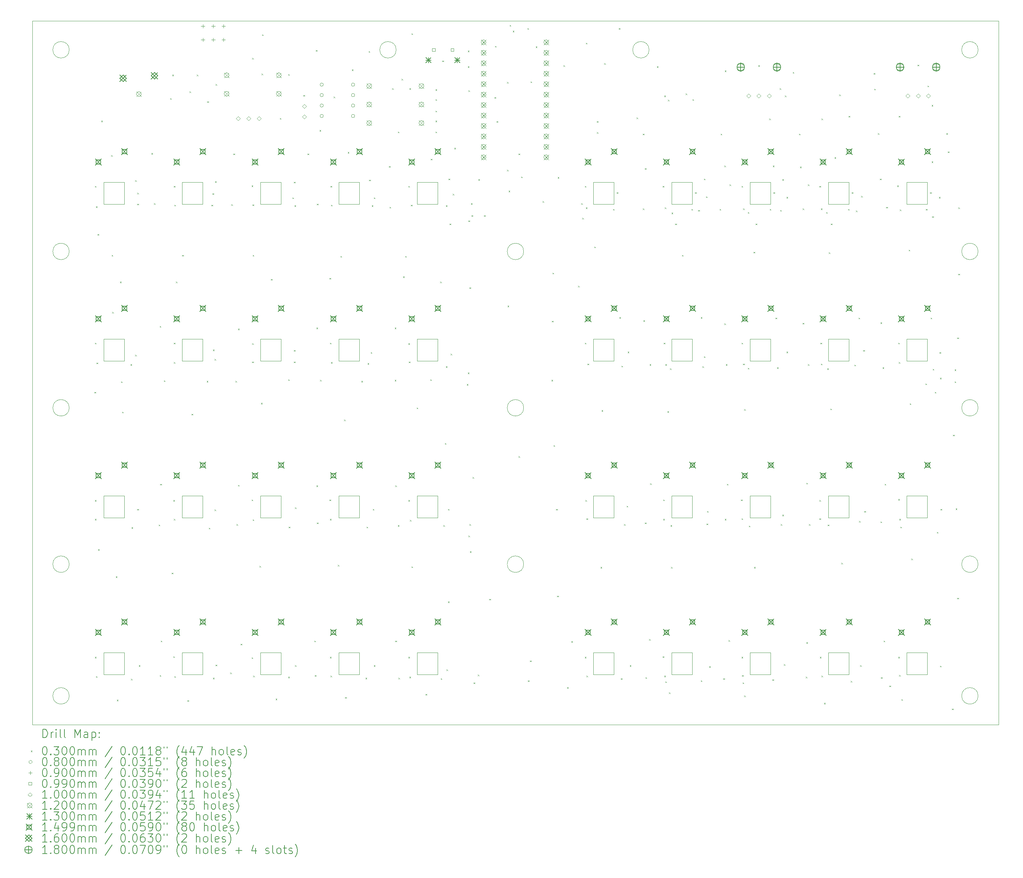
<source format=gbr>
%TF.GenerationSoftware,KiCad,Pcbnew,8.0.6*%
%TF.CreationDate,2024-11-09T01:21:05+01:00*%
%TF.ProjectId,DMX_MIDI_FIGHTER,444d585f-4d49-4444-995f-464947485445,rev?*%
%TF.SameCoordinates,Original*%
%TF.FileFunction,Drillmap*%
%TF.FilePolarity,Positive*%
%FSLAX45Y45*%
G04 Gerber Fmt 4.5, Leading zero omitted, Abs format (unit mm)*
G04 Created by KiCad (PCBNEW 8.0.6) date 2024-11-09 01:21:05*
%MOMM*%
%LPD*%
G01*
G04 APERTURE LIST*
%ADD10C,0.050000*%
%ADD11C,0.120000*%
%ADD12C,0.200000*%
%ADD13C,0.100000*%
%ADD14C,0.130000*%
%ADD15C,0.149860*%
%ADD16C,0.160000*%
%ADD17C,0.180000*%
G04 APERTURE END LIST*
D10*
X16850000Y-14800000D02*
G75*
G02*
X16450000Y-14800000I-200000J0D01*
G01*
X16450000Y-14800000D02*
G75*
G02*
X16850000Y-14800000I200000J0D01*
G01*
X4900000Y-5400000D02*
X28400000Y-5400000D01*
X28400000Y-22500000D01*
X4900000Y-22500000D01*
X4900000Y-5400000D01*
X13750000Y-6100000D02*
G75*
G02*
X13350000Y-6100000I-200000J0D01*
G01*
X13350000Y-6100000D02*
G75*
G02*
X13750000Y-6100000I200000J0D01*
G01*
X16850000Y-11000000D02*
G75*
G02*
X16450000Y-11000000I-200000J0D01*
G01*
X16450000Y-11000000D02*
G75*
G02*
X16850000Y-11000000I200000J0D01*
G01*
X27900000Y-14800000D02*
G75*
G02*
X27500000Y-14800000I-200000J0D01*
G01*
X27500000Y-14800000D02*
G75*
G02*
X27900000Y-14800000I200000J0D01*
G01*
X27900000Y-11000000D02*
G75*
G02*
X27500000Y-11000000I-200000J0D01*
G01*
X27500000Y-11000000D02*
G75*
G02*
X27900000Y-11000000I200000J0D01*
G01*
X5800000Y-6100000D02*
G75*
G02*
X5400000Y-6100000I-200000J0D01*
G01*
X5400000Y-6100000D02*
G75*
G02*
X5800000Y-6100000I200000J0D01*
G01*
X5800000Y-18600000D02*
G75*
G02*
X5400000Y-18600000I-200000J0D01*
G01*
X5400000Y-18600000D02*
G75*
G02*
X5800000Y-18600000I200000J0D01*
G01*
X5800000Y-21800000D02*
G75*
G02*
X5400000Y-21800000I-200000J0D01*
G01*
X5400000Y-21800000D02*
G75*
G02*
X5800000Y-21800000I200000J0D01*
G01*
X16850000Y-18600000D02*
G75*
G02*
X16450000Y-18600000I-200000J0D01*
G01*
X16450000Y-18600000D02*
G75*
G02*
X16850000Y-18600000I200000J0D01*
G01*
X27900000Y-21800000D02*
G75*
G02*
X27500000Y-21800000I-200000J0D01*
G01*
X27500000Y-21800000D02*
G75*
G02*
X27900000Y-21800000I200000J0D01*
G01*
X5800000Y-11000000D02*
G75*
G02*
X5400000Y-11000000I-200000J0D01*
G01*
X5400000Y-11000000D02*
G75*
G02*
X5800000Y-11000000I200000J0D01*
G01*
X27900000Y-6100000D02*
G75*
G02*
X27500000Y-6100000I-200000J0D01*
G01*
X27500000Y-6100000D02*
G75*
G02*
X27900000Y-6100000I200000J0D01*
G01*
X19900000Y-6100000D02*
G75*
G02*
X19500000Y-6100000I-200000J0D01*
G01*
X19500000Y-6100000D02*
G75*
G02*
X19900000Y-6100000I200000J0D01*
G01*
X5800000Y-14800000D02*
G75*
G02*
X5400000Y-14800000I-200000J0D01*
G01*
X5400000Y-14800000D02*
G75*
G02*
X5800000Y-14800000I200000J0D01*
G01*
X27900000Y-18600000D02*
G75*
G02*
X27500000Y-18600000I-200000J0D01*
G01*
X27500000Y-18600000D02*
G75*
G02*
X27900000Y-18600000I200000J0D01*
G01*
D11*
X10449750Y-20748500D02*
X10449750Y-21277500D01*
X10449750Y-21277500D02*
X10949750Y-21277500D01*
X10949750Y-20748500D02*
X10449750Y-20748500D01*
X10949750Y-21277500D02*
X10949750Y-20748500D01*
X26166000Y-13128500D02*
X26166000Y-13657500D01*
X26166000Y-13657500D02*
X26666000Y-13657500D01*
X26666000Y-13128500D02*
X26166000Y-13128500D01*
X26666000Y-13657500D02*
X26666000Y-13128500D01*
X10449750Y-16938500D02*
X10449750Y-17467500D01*
X10449750Y-17467500D02*
X10949750Y-17467500D01*
X10949750Y-16938500D02*
X10449750Y-16938500D01*
X10949750Y-17467500D02*
X10949750Y-16938500D01*
X22356000Y-13128500D02*
X22356000Y-13657500D01*
X22356000Y-13657500D02*
X22856000Y-13657500D01*
X22856000Y-13128500D02*
X22356000Y-13128500D01*
X22856000Y-13657500D02*
X22856000Y-13128500D01*
X14259750Y-9318500D02*
X14259750Y-9847500D01*
X14259750Y-9847500D02*
X14759750Y-9847500D01*
X14759750Y-9318500D02*
X14259750Y-9318500D01*
X14759750Y-9847500D02*
X14759750Y-9318500D01*
X8544750Y-9318500D02*
X8544750Y-9847500D01*
X8544750Y-9847500D02*
X9044750Y-9847500D01*
X9044750Y-9318500D02*
X8544750Y-9318500D01*
X9044750Y-9847500D02*
X9044750Y-9318500D01*
X18546000Y-20748500D02*
X18546000Y-21277500D01*
X18546000Y-21277500D02*
X19046000Y-21277500D01*
X19046000Y-20748500D02*
X18546000Y-20748500D01*
X19046000Y-21277500D02*
X19046000Y-20748500D01*
X14259750Y-13128500D02*
X14259750Y-13657500D01*
X14259750Y-13657500D02*
X14759750Y-13657500D01*
X14759750Y-13128500D02*
X14259750Y-13128500D01*
X14759750Y-13657500D02*
X14759750Y-13128500D01*
X26166000Y-9318500D02*
X26166000Y-9847500D01*
X26166000Y-9847500D02*
X26666000Y-9847500D01*
X26666000Y-9318500D02*
X26166000Y-9318500D01*
X26666000Y-9847500D02*
X26666000Y-9318500D01*
X20451000Y-20748500D02*
X20451000Y-21277500D01*
X20451000Y-21277500D02*
X20951000Y-21277500D01*
X20951000Y-20748500D02*
X20451000Y-20748500D01*
X20951000Y-21277500D02*
X20951000Y-20748500D01*
X22356000Y-9318500D02*
X22356000Y-9847500D01*
X22356000Y-9847500D02*
X22856000Y-9847500D01*
X22856000Y-9318500D02*
X22356000Y-9318500D01*
X22856000Y-9847500D02*
X22856000Y-9318500D01*
X8544750Y-16938500D02*
X8544750Y-17467500D01*
X8544750Y-17467500D02*
X9044750Y-17467500D01*
X9044750Y-16938500D02*
X8544750Y-16938500D01*
X9044750Y-17467500D02*
X9044750Y-16938500D01*
X18546000Y-9318500D02*
X18546000Y-9847500D01*
X18546000Y-9847500D02*
X19046000Y-9847500D01*
X19046000Y-9318500D02*
X18546000Y-9318500D01*
X19046000Y-9847500D02*
X19046000Y-9318500D01*
X26166000Y-16938500D02*
X26166000Y-17467500D01*
X26166000Y-17467500D02*
X26666000Y-17467500D01*
X26666000Y-16938500D02*
X26166000Y-16938500D01*
X26666000Y-17467500D02*
X26666000Y-16938500D01*
X24261000Y-13128500D02*
X24261000Y-13657500D01*
X24261000Y-13657500D02*
X24761000Y-13657500D01*
X24761000Y-13128500D02*
X24261000Y-13128500D01*
X24761000Y-13657500D02*
X24761000Y-13128500D01*
X10449750Y-13128500D02*
X10449750Y-13657500D01*
X10449750Y-13657500D02*
X10949750Y-13657500D01*
X10949750Y-13128500D02*
X10449750Y-13128500D01*
X10949750Y-13657500D02*
X10949750Y-13128500D01*
X12354750Y-16938500D02*
X12354750Y-17467500D01*
X12354750Y-17467500D02*
X12854750Y-17467500D01*
X12854750Y-16938500D02*
X12354750Y-16938500D01*
X12854750Y-17467500D02*
X12854750Y-16938500D01*
X6639750Y-13128500D02*
X6639750Y-13657500D01*
X6639750Y-13657500D02*
X7139750Y-13657500D01*
X7139750Y-13128500D02*
X6639750Y-13128500D01*
X7139750Y-13657500D02*
X7139750Y-13128500D01*
X12354750Y-20748500D02*
X12354750Y-21277500D01*
X12354750Y-21277500D02*
X12854750Y-21277500D01*
X12854750Y-20748500D02*
X12354750Y-20748500D01*
X12854750Y-21277500D02*
X12854750Y-20748500D01*
X24261000Y-16938500D02*
X24261000Y-17467500D01*
X24261000Y-17467500D02*
X24761000Y-17467500D01*
X24761000Y-16938500D02*
X24261000Y-16938500D01*
X24761000Y-17467500D02*
X24761000Y-16938500D01*
X8544750Y-20748500D02*
X8544750Y-21277500D01*
X8544750Y-21277500D02*
X9044750Y-21277500D01*
X9044750Y-20748500D02*
X8544750Y-20748500D01*
X9044750Y-21277500D02*
X9044750Y-20748500D01*
X12354750Y-9318500D02*
X12354750Y-9847500D01*
X12354750Y-9847500D02*
X12854750Y-9847500D01*
X12854750Y-9318500D02*
X12354750Y-9318500D01*
X12854750Y-9847500D02*
X12854750Y-9318500D01*
X26166000Y-20748500D02*
X26166000Y-21277500D01*
X26166000Y-21277500D02*
X26666000Y-21277500D01*
X26666000Y-20748500D02*
X26166000Y-20748500D01*
X26666000Y-21277500D02*
X26666000Y-20748500D01*
X12354750Y-13128500D02*
X12354750Y-13657500D01*
X12354750Y-13657500D02*
X12854750Y-13657500D01*
X12854750Y-13128500D02*
X12354750Y-13128500D01*
X12854750Y-13657500D02*
X12854750Y-13128500D01*
X24261000Y-9318500D02*
X24261000Y-9847500D01*
X24261000Y-9847500D02*
X24761000Y-9847500D01*
X24761000Y-9318500D02*
X24261000Y-9318500D01*
X24761000Y-9847500D02*
X24761000Y-9318500D01*
X20451000Y-9318500D02*
X20451000Y-9847500D01*
X20451000Y-9847500D02*
X20951000Y-9847500D01*
X20951000Y-9318500D02*
X20451000Y-9318500D01*
X20951000Y-9847500D02*
X20951000Y-9318500D01*
X8544750Y-13128500D02*
X8544750Y-13657500D01*
X8544750Y-13657500D02*
X9044750Y-13657500D01*
X9044750Y-13128500D02*
X8544750Y-13128500D01*
X9044750Y-13657500D02*
X9044750Y-13128500D01*
X6639750Y-20748500D02*
X6639750Y-21277500D01*
X6639750Y-21277500D02*
X7139750Y-21277500D01*
X7139750Y-20748500D02*
X6639750Y-20748500D01*
X7139750Y-21277500D02*
X7139750Y-20748500D01*
X20451000Y-16938500D02*
X20451000Y-17467500D01*
X20451000Y-17467500D02*
X20951000Y-17467500D01*
X20951000Y-16938500D02*
X20451000Y-16938500D01*
X20951000Y-17467500D02*
X20951000Y-16938500D01*
X6639750Y-9318500D02*
X6639750Y-9847500D01*
X6639750Y-9847500D02*
X7139750Y-9847500D01*
X7139750Y-9318500D02*
X6639750Y-9318500D01*
X7139750Y-9847500D02*
X7139750Y-9318500D01*
X18546000Y-13128500D02*
X18546000Y-13657500D01*
X18546000Y-13657500D02*
X19046000Y-13657500D01*
X19046000Y-13128500D02*
X18546000Y-13128500D01*
X19046000Y-13657500D02*
X19046000Y-13128500D01*
X24261000Y-20748500D02*
X24261000Y-21277500D01*
X24261000Y-21277500D02*
X24761000Y-21277500D01*
X24761000Y-20748500D02*
X24261000Y-20748500D01*
X24761000Y-21277500D02*
X24761000Y-20748500D01*
X14259750Y-16938500D02*
X14259750Y-17467500D01*
X14259750Y-17467500D02*
X14759750Y-17467500D01*
X14759750Y-16938500D02*
X14259750Y-16938500D01*
X14759750Y-17467500D02*
X14759750Y-16938500D01*
X20451000Y-13128500D02*
X20451000Y-13657500D01*
X20451000Y-13657500D02*
X20951000Y-13657500D01*
X20951000Y-13128500D02*
X20451000Y-13128500D01*
X20951000Y-13657500D02*
X20951000Y-13128500D01*
X14259750Y-20748500D02*
X14259750Y-21277500D01*
X14259750Y-21277500D02*
X14759750Y-21277500D01*
X14759750Y-20748500D02*
X14259750Y-20748500D01*
X14759750Y-21277500D02*
X14759750Y-20748500D01*
X10449750Y-9318500D02*
X10449750Y-9847500D01*
X10449750Y-9847500D02*
X10949750Y-9847500D01*
X10949750Y-9318500D02*
X10449750Y-9318500D01*
X10949750Y-9847500D02*
X10949750Y-9318500D01*
X6639750Y-16938500D02*
X6639750Y-17467500D01*
X6639750Y-17467500D02*
X7139750Y-17467500D01*
X7139750Y-16938500D02*
X6639750Y-16938500D01*
X7139750Y-17467500D02*
X7139750Y-16938500D01*
X22356000Y-16938500D02*
X22356000Y-17467500D01*
X22356000Y-17467500D02*
X22856000Y-17467500D01*
X22856000Y-16938500D02*
X22356000Y-16938500D01*
X22856000Y-17467500D02*
X22856000Y-16938500D01*
X22356000Y-20748500D02*
X22356000Y-21277500D01*
X22356000Y-21277500D02*
X22856000Y-21277500D01*
X22856000Y-20748500D02*
X22356000Y-20748500D01*
X22856000Y-21277500D02*
X22856000Y-20748500D01*
X18546000Y-16938500D02*
X18546000Y-17467500D01*
X18546000Y-17467500D02*
X19046000Y-17467500D01*
X19046000Y-16938500D02*
X18546000Y-16938500D01*
X19046000Y-17467500D02*
X19046000Y-16938500D01*
D12*
D13*
X6411200Y-14412200D02*
X6441200Y-14442200D01*
X6441200Y-14412200D02*
X6411200Y-14442200D01*
X6423900Y-9408400D02*
X6453900Y-9438400D01*
X6453900Y-9408400D02*
X6423900Y-9438400D01*
X6423900Y-13218400D02*
X6453900Y-13248400D01*
X6453900Y-13218400D02*
X6423900Y-13248400D01*
X6423900Y-17041100D02*
X6453900Y-17071100D01*
X6453900Y-17041100D02*
X6423900Y-17071100D01*
X6423900Y-17498300D02*
X6453900Y-17528300D01*
X6453900Y-17498300D02*
X6423900Y-17528300D01*
X6423900Y-20851100D02*
X6453900Y-20881100D01*
X6453900Y-20851100D02*
X6423900Y-20881100D01*
X6449300Y-9903700D02*
X6479300Y-9933700D01*
X6479300Y-9903700D02*
X6449300Y-9933700D01*
X6449300Y-21321000D02*
X6479300Y-21351000D01*
X6479300Y-21321000D02*
X6449300Y-21351000D01*
X6462000Y-13701000D02*
X6492000Y-13731000D01*
X6492000Y-13701000D02*
X6462000Y-13731000D01*
X6487400Y-10576800D02*
X6517400Y-10606800D01*
X6517400Y-10576800D02*
X6487400Y-10606800D01*
X6500100Y-18234900D02*
X6530100Y-18264900D01*
X6530100Y-18234900D02*
X6500100Y-18264900D01*
X6576300Y-7820900D02*
X6606300Y-7850900D01*
X6606300Y-7820900D02*
X6576300Y-7850900D01*
X6817600Y-8659100D02*
X6847600Y-8689100D01*
X6847600Y-8659100D02*
X6817600Y-8689100D01*
X6830300Y-11084800D02*
X6860300Y-11114800D01*
X6860300Y-11084800D02*
X6830300Y-11114800D01*
X6843000Y-12469100D02*
X6873000Y-12499100D01*
X6873000Y-12469100D02*
X6843000Y-12499100D01*
X6931900Y-18895300D02*
X6961900Y-18925300D01*
X6961900Y-18895300D02*
X6931900Y-18925300D01*
X6957300Y-21892500D02*
X6987300Y-21922500D01*
X6987300Y-21892500D02*
X6957300Y-21922500D01*
X7033500Y-11732500D02*
X7063500Y-11762500D01*
X7063500Y-11732500D02*
X7033500Y-11762500D01*
X7058900Y-14158200D02*
X7088900Y-14188200D01*
X7088900Y-14158200D02*
X7058900Y-14188200D01*
X7084300Y-14894800D02*
X7114300Y-14924800D01*
X7114300Y-14894800D02*
X7084300Y-14924800D01*
X7287500Y-13739100D02*
X7317500Y-13769100D01*
X7317500Y-13739100D02*
X7287500Y-13769100D01*
X7300200Y-21384500D02*
X7330200Y-21414500D01*
X7330200Y-21384500D02*
X7300200Y-21414500D01*
X7312900Y-17701500D02*
X7342900Y-17731500D01*
X7342900Y-17701500D02*
X7312900Y-17731500D01*
X7401800Y-9268700D02*
X7431800Y-9298700D01*
X7431800Y-9268700D02*
X7401800Y-9298700D01*
X7401800Y-13510500D02*
X7431800Y-13540500D01*
X7431800Y-13510500D02*
X7401800Y-13540500D01*
X7452600Y-9573500D02*
X7482600Y-9603500D01*
X7482600Y-9573500D02*
X7452600Y-9603500D01*
X7452600Y-9840200D02*
X7482600Y-9870200D01*
X7482600Y-9840200D02*
X7452600Y-9870200D01*
X7452600Y-17257000D02*
X7482600Y-17287000D01*
X7482600Y-17257000D02*
X7452600Y-17287000D01*
X7490700Y-21054300D02*
X7520700Y-21084300D01*
X7520700Y-21054300D02*
X7490700Y-21084300D01*
X7795500Y-8608300D02*
X7825500Y-8638300D01*
X7825500Y-8608300D02*
X7795500Y-8638300D01*
X7859000Y-9827500D02*
X7889000Y-9857500D01*
X7889000Y-9827500D02*
X7859000Y-9857500D01*
X7973300Y-17638000D02*
X8003300Y-17668000D01*
X8003300Y-17638000D02*
X7973300Y-17668000D01*
X7998700Y-12812000D02*
X8028700Y-12842000D01*
X8028700Y-12812000D02*
X7998700Y-12842000D01*
X7998700Y-21295600D02*
X8028700Y-21325600D01*
X8028700Y-21295600D02*
X7998700Y-21325600D01*
X8011400Y-16647400D02*
X8041400Y-16677400D01*
X8041400Y-16647400D02*
X8011400Y-16677400D01*
X8024100Y-20457400D02*
X8054100Y-20487400D01*
X8054100Y-20457400D02*
X8024100Y-20487400D01*
X8100300Y-14132800D02*
X8130300Y-14162800D01*
X8130300Y-14132800D02*
X8100300Y-14162800D01*
X8252700Y-7274800D02*
X8282700Y-7304800D01*
X8282700Y-7274800D02*
X8252700Y-7304800D01*
X8290800Y-18806400D02*
X8320800Y-18836400D01*
X8320800Y-18806400D02*
X8290800Y-18836400D01*
X8303500Y-6703300D02*
X8333500Y-6733300D01*
X8333500Y-6703300D02*
X8303500Y-6733300D01*
X8328900Y-17041100D02*
X8358900Y-17071100D01*
X8358900Y-17041100D02*
X8328900Y-17071100D01*
X8328900Y-20838400D02*
X8358900Y-20868400D01*
X8358900Y-20838400D02*
X8328900Y-20868400D01*
X8341600Y-9408400D02*
X8371600Y-9438400D01*
X8371600Y-9408400D02*
X8341600Y-9438400D01*
X8341600Y-13218400D02*
X8371600Y-13248400D01*
X8371600Y-13218400D02*
X8341600Y-13248400D01*
X8341600Y-13688300D02*
X8371600Y-13718300D01*
X8371600Y-13688300D02*
X8341600Y-13718300D01*
X8341600Y-17498300D02*
X8371600Y-17528300D01*
X8371600Y-17498300D02*
X8341600Y-17528300D01*
X8354300Y-9865600D02*
X8384300Y-9895600D01*
X8384300Y-9865600D02*
X8354300Y-9895600D01*
X8354300Y-21321000D02*
X8384300Y-21351000D01*
X8384300Y-21321000D02*
X8354300Y-21351000D01*
X8392400Y-11732500D02*
X8422400Y-11762500D01*
X8422400Y-11732500D02*
X8392400Y-11762500D01*
X8544800Y-11084800D02*
X8574800Y-11114800D01*
X8574800Y-11084800D02*
X8544800Y-11114800D01*
X8671800Y-21905200D02*
X8701800Y-21935200D01*
X8701800Y-21905200D02*
X8671800Y-21935200D01*
X8722600Y-7109700D02*
X8752600Y-7139700D01*
X8752600Y-7109700D02*
X8722600Y-7139700D01*
X8773400Y-14945600D02*
X8803400Y-14975600D01*
X8803400Y-14945600D02*
X8773400Y-14975600D01*
X8900400Y-6703300D02*
X8930400Y-6733300D01*
X8930400Y-6703300D02*
X8900400Y-6733300D01*
X9141700Y-14145500D02*
X9171700Y-14175500D01*
X9171700Y-14145500D02*
X9141700Y-14175500D01*
X9154400Y-7351000D02*
X9184400Y-7381000D01*
X9184400Y-7351000D02*
X9154400Y-7381000D01*
X9192500Y-17714200D02*
X9222500Y-17744200D01*
X9222500Y-17714200D02*
X9192500Y-17744200D01*
X9256000Y-9865600D02*
X9286000Y-9895600D01*
X9286000Y-9865600D02*
X9256000Y-9895600D01*
X9281400Y-9586200D02*
X9311400Y-9616200D01*
X9311400Y-9586200D02*
X9281400Y-9616200D01*
X9294100Y-13383500D02*
X9324100Y-13413500D01*
X9324100Y-13383500D02*
X9294100Y-13413500D01*
X9294100Y-21359100D02*
X9324100Y-21389100D01*
X9324100Y-21359100D02*
X9294100Y-21389100D01*
X9332200Y-13612100D02*
X9362200Y-13642100D01*
X9362200Y-13612100D02*
X9332200Y-13642100D01*
X9332200Y-17269700D02*
X9362200Y-17299700D01*
X9362200Y-17269700D02*
X9332200Y-17299700D01*
X9344900Y-9294100D02*
X9374900Y-9324100D01*
X9374900Y-9294100D02*
X9344900Y-9324100D01*
X9357600Y-6931900D02*
X9387600Y-6961900D01*
X9387600Y-6931900D02*
X9357600Y-6961900D01*
X9357600Y-21041600D02*
X9387600Y-21071600D01*
X9387600Y-21041600D02*
X9357600Y-21071600D01*
X9713200Y-21232100D02*
X9743200Y-21262100D01*
X9743200Y-21232100D02*
X9713200Y-21262100D01*
X9738600Y-9852900D02*
X9768600Y-9882900D01*
X9768600Y-9852900D02*
X9738600Y-9882900D01*
X9789400Y-8621000D02*
X9819400Y-8651000D01*
X9819400Y-8621000D02*
X9789400Y-8651000D01*
X9840200Y-14145500D02*
X9870200Y-14175500D01*
X9870200Y-14145500D02*
X9840200Y-14175500D01*
X9865600Y-17625300D02*
X9895600Y-17655300D01*
X9895600Y-17625300D02*
X9865600Y-17655300D01*
X9903700Y-12875500D02*
X9933700Y-12905500D01*
X9933700Y-12875500D02*
X9903700Y-12905500D01*
X9903700Y-16672800D02*
X9933700Y-16702800D01*
X9933700Y-16672800D02*
X9903700Y-16702800D01*
X9967200Y-20533600D02*
X9997200Y-20563600D01*
X9997200Y-20533600D02*
X9967200Y-20563600D01*
X10233900Y-9395700D02*
X10263900Y-9425700D01*
X10263900Y-9395700D02*
X10233900Y-9425700D01*
X10233900Y-17028400D02*
X10263900Y-17058400D01*
X10263900Y-17028400D02*
X10233900Y-17058400D01*
X10233900Y-20863800D02*
X10263900Y-20893800D01*
X10263900Y-20863800D02*
X10233900Y-20893800D01*
X10246600Y-6296900D02*
X10276600Y-6326900D01*
X10276600Y-6296900D02*
X10246600Y-6326900D01*
X10246600Y-13231100D02*
X10276600Y-13261100D01*
X10276600Y-13231100D02*
X10246600Y-13261100D01*
X10246600Y-13675600D02*
X10276600Y-13705600D01*
X10276600Y-13675600D02*
X10246600Y-13705600D01*
X10256648Y-9858047D02*
X10286648Y-9888047D01*
X10286648Y-9858047D02*
X10256648Y-9888047D01*
X10259300Y-11084800D02*
X10289300Y-11114800D01*
X10289300Y-11084800D02*
X10259300Y-11114800D01*
X10259300Y-17511000D02*
X10289300Y-17541000D01*
X10289300Y-17511000D02*
X10259300Y-17541000D01*
X10272000Y-21308300D02*
X10302000Y-21338300D01*
X10302000Y-21308300D02*
X10272000Y-21338300D01*
X10424400Y-18641300D02*
X10454400Y-18671300D01*
X10454400Y-18641300D02*
X10424400Y-18671300D01*
X10462500Y-14678900D02*
X10492500Y-14708900D01*
X10492500Y-14678900D02*
X10462500Y-14708900D01*
X10475200Y-6677900D02*
X10505200Y-6707900D01*
X10505200Y-6677900D02*
X10475200Y-6707900D01*
X10487900Y-5725400D02*
X10517900Y-5755400D01*
X10517900Y-5725400D02*
X10487900Y-5755400D01*
X10703800Y-11669000D02*
X10733800Y-11699000D01*
X10733800Y-11669000D02*
X10703800Y-11699000D01*
X10818100Y-21867100D02*
X10848100Y-21897100D01*
X10848100Y-21867100D02*
X10818100Y-21897100D01*
X10919700Y-7757400D02*
X10949700Y-7787400D01*
X10949700Y-7757400D02*
X10919700Y-7787400D01*
X11122900Y-6690600D02*
X11152900Y-6720600D01*
X11152900Y-6690600D02*
X11122900Y-6720600D01*
X11122900Y-14107400D02*
X11152900Y-14137400D01*
X11152900Y-14107400D02*
X11122900Y-14137400D01*
X11122900Y-21333700D02*
X11152900Y-21363700D01*
X11152900Y-21333700D02*
X11122900Y-21363700D01*
X11135600Y-17688800D02*
X11165600Y-17718800D01*
X11165600Y-17688800D02*
X11135600Y-17718800D01*
X11224500Y-9687800D02*
X11254500Y-9717800D01*
X11254500Y-9687800D02*
X11224500Y-9717800D01*
X11262600Y-9306800D02*
X11292600Y-9336800D01*
X11292600Y-9306800D02*
X11262600Y-9336800D01*
X11262600Y-13396200D02*
X11292600Y-13426200D01*
X11292600Y-13396200D02*
X11262600Y-13426200D01*
X11262600Y-13675600D02*
X11292600Y-13705600D01*
X11292600Y-13675600D02*
X11262600Y-13705600D01*
X11275300Y-9878300D02*
X11305300Y-9908300D01*
X11305300Y-9878300D02*
X11275300Y-9908300D01*
X11288000Y-17218900D02*
X11318000Y-17248900D01*
X11318000Y-17218900D02*
X11288000Y-17248900D01*
X11288000Y-21054300D02*
X11318000Y-21084300D01*
X11318000Y-21054300D02*
X11288000Y-21084300D01*
X11491200Y-7198600D02*
X11521200Y-7228600D01*
X11521200Y-7198600D02*
X11491200Y-7228600D01*
X11592800Y-8621000D02*
X11622800Y-8651000D01*
X11622800Y-8621000D02*
X11592800Y-8651000D01*
X11757900Y-20457400D02*
X11787900Y-20487400D01*
X11787900Y-20457400D02*
X11757900Y-20487400D01*
X11770600Y-21295600D02*
X11800600Y-21325600D01*
X11800600Y-21295600D02*
X11770600Y-21325600D01*
X11796000Y-6106400D02*
X11826000Y-6136400D01*
X11826000Y-6106400D02*
X11796000Y-6136400D01*
X11808700Y-12850100D02*
X11838700Y-12880100D01*
X11838700Y-12850100D02*
X11808700Y-12880100D01*
X11808700Y-16685500D02*
X11838700Y-16715500D01*
X11838700Y-16685500D02*
X11808700Y-16715500D01*
X11821400Y-9840200D02*
X11851400Y-9870200D01*
X11851400Y-9840200D02*
X11821400Y-9870200D01*
X11821400Y-17587200D02*
X11851400Y-17617200D01*
X11851400Y-17587200D02*
X11821400Y-17617200D01*
X11884900Y-8049500D02*
X11914900Y-8079500D01*
X11914900Y-8049500D02*
X11884900Y-8079500D01*
X11897600Y-14120100D02*
X11927600Y-14150100D01*
X11927600Y-14120100D02*
X11897600Y-14150100D01*
X12126200Y-11643600D02*
X12156200Y-11673600D01*
X12156200Y-11643600D02*
X12126200Y-11673600D01*
X12126200Y-17028400D02*
X12156200Y-17058400D01*
X12156200Y-17028400D02*
X12126200Y-17058400D01*
X12138900Y-13218400D02*
X12168900Y-13248400D01*
X12168900Y-13218400D02*
X12138900Y-13248400D01*
X12138900Y-17498300D02*
X12168900Y-17528300D01*
X12168900Y-17498300D02*
X12138900Y-17528300D01*
X12138900Y-20851100D02*
X12168900Y-20881100D01*
X12168900Y-20851100D02*
X12138900Y-20881100D01*
X12151600Y-9408400D02*
X12181600Y-9438400D01*
X12181600Y-9408400D02*
X12151600Y-9438400D01*
X12151600Y-21308300D02*
X12181600Y-21338300D01*
X12181600Y-21308300D02*
X12151600Y-21338300D01*
X12164300Y-9865600D02*
X12194300Y-9895600D01*
X12194300Y-9865600D02*
X12164300Y-9895600D01*
X12164300Y-13688300D02*
X12194300Y-13718300D01*
X12194300Y-13688300D02*
X12164300Y-13718300D01*
X12227800Y-7236700D02*
X12257800Y-7266700D01*
X12257800Y-7236700D02*
X12227800Y-7266700D01*
X12329400Y-18615900D02*
X12359400Y-18645900D01*
X12359400Y-18615900D02*
X12329400Y-18645900D01*
X12392900Y-11110200D02*
X12422900Y-11140200D01*
X12422900Y-11110200D02*
X12392900Y-11140200D01*
X12481800Y-15085300D02*
X12511800Y-15115300D01*
X12511800Y-15085300D02*
X12481800Y-15115300D01*
X12507200Y-21829000D02*
X12537200Y-21859000D01*
X12537200Y-21829000D02*
X12507200Y-21859000D01*
X12570700Y-8582900D02*
X12600700Y-8612900D01*
X12600700Y-8582900D02*
X12570700Y-8612900D01*
X12672300Y-6576300D02*
X12702300Y-6606300D01*
X12702300Y-6576300D02*
X12672300Y-6606300D01*
X12900900Y-14145500D02*
X12930900Y-14175500D01*
X12930900Y-14145500D02*
X12900900Y-14175500D01*
X13002500Y-21359100D02*
X13032500Y-21389100D01*
X13032500Y-21359100D02*
X13002500Y-21389100D01*
X13027900Y-17688800D02*
X13057900Y-17718800D01*
X13057900Y-17688800D02*
X13027900Y-17718800D01*
X13053300Y-13713700D02*
X13083300Y-13743700D01*
X13083300Y-13713700D02*
X13053300Y-13743700D01*
X13078700Y-6131800D02*
X13108700Y-6161800D01*
X13108700Y-6131800D02*
X13078700Y-6161800D01*
X13091400Y-9256000D02*
X13121400Y-9286000D01*
X13121400Y-9256000D02*
X13091400Y-9286000D01*
X13129500Y-13447000D02*
X13159500Y-13477000D01*
X13159500Y-13447000D02*
X13129500Y-13477000D01*
X13154900Y-9878300D02*
X13184900Y-9908300D01*
X13184900Y-9878300D02*
X13154900Y-9908300D01*
X13180300Y-17257000D02*
X13210300Y-17287000D01*
X13210300Y-17257000D02*
X13180300Y-17287000D01*
X13205700Y-9687800D02*
X13235700Y-9717800D01*
X13235700Y-9687800D02*
X13205700Y-9717800D01*
X13205700Y-21054300D02*
X13235700Y-21084300D01*
X13235700Y-21054300D02*
X13205700Y-21084300D01*
X13574000Y-8925800D02*
X13604000Y-8955800D01*
X13604000Y-8925800D02*
X13574000Y-8955800D01*
X13586700Y-9916400D02*
X13616700Y-9946400D01*
X13616700Y-9916400D02*
X13586700Y-9946400D01*
X13650200Y-7033500D02*
X13680200Y-7063500D01*
X13680200Y-7033500D02*
X13650200Y-7063500D01*
X13713700Y-12850100D02*
X13743700Y-12880100D01*
X13743700Y-12850100D02*
X13713700Y-12880100D01*
X13713700Y-14120100D02*
X13743700Y-14150100D01*
X13743700Y-14120100D02*
X13713700Y-14150100D01*
X13726400Y-16685500D02*
X13756400Y-16715500D01*
X13756400Y-16685500D02*
X13726400Y-16715500D01*
X13726400Y-20457400D02*
X13756400Y-20487400D01*
X13756400Y-20457400D02*
X13726400Y-20487400D01*
X13789900Y-8087600D02*
X13819900Y-8117600D01*
X13819900Y-8087600D02*
X13789900Y-8117600D01*
X13789900Y-17650700D02*
X13819900Y-17680700D01*
X13819900Y-17650700D02*
X13789900Y-17680700D01*
X13802600Y-21359100D02*
X13832600Y-21389100D01*
X13832600Y-21359100D02*
X13802600Y-21389100D01*
X13878800Y-6804900D02*
X13908800Y-6834900D01*
X13908800Y-6804900D02*
X13878800Y-6834900D01*
X13916900Y-11605500D02*
X13946900Y-11635500D01*
X13946900Y-11605500D02*
X13916900Y-11635500D01*
X13967700Y-11110200D02*
X13997700Y-11140200D01*
X13997700Y-11110200D02*
X13967700Y-11140200D01*
X14043900Y-9408400D02*
X14073900Y-9438400D01*
X14073900Y-9408400D02*
X14043900Y-9438400D01*
X14043900Y-13231100D02*
X14073900Y-13261100D01*
X14073900Y-13231100D02*
X14043900Y-13261100D01*
X14043900Y-17041100D02*
X14073900Y-17071100D01*
X14073900Y-17041100D02*
X14043900Y-17071100D01*
X14043900Y-20851100D02*
X14073900Y-20881100D01*
X14073900Y-20851100D02*
X14043900Y-20881100D01*
X14056600Y-13675600D02*
X14086600Y-13705600D01*
X14086600Y-13675600D02*
X14056600Y-13705600D01*
X14069300Y-7033500D02*
X14099300Y-7063500D01*
X14099300Y-7033500D02*
X14069300Y-7063500D01*
X14069300Y-21333700D02*
X14099300Y-21363700D01*
X14099300Y-21333700D02*
X14069300Y-21363700D01*
X14082000Y-17523700D02*
X14112000Y-17553700D01*
X14112000Y-17523700D02*
X14082000Y-17553700D01*
X14107400Y-9865600D02*
X14137400Y-9895600D01*
X14137400Y-9865600D02*
X14107400Y-9895600D01*
X14120100Y-5700000D02*
X14150100Y-5730000D01*
X14150100Y-5700000D02*
X14120100Y-5730000D01*
X14120100Y-18654000D02*
X14150100Y-18684000D01*
X14150100Y-18654000D02*
X14120100Y-18684000D01*
X14247100Y-14793200D02*
X14277100Y-14823200D01*
X14277100Y-14793200D02*
X14247100Y-14823200D01*
X14463000Y-21752800D02*
X14493000Y-21782800D01*
X14493000Y-21752800D02*
X14463000Y-21782800D01*
X14577300Y-14107400D02*
X14607300Y-14137400D01*
X14607300Y-14107400D02*
X14577300Y-14137400D01*
X14590000Y-8748000D02*
X14620000Y-8778000D01*
X14620000Y-8748000D02*
X14590000Y-8778000D01*
X14704300Y-7058900D02*
X14734300Y-7088900D01*
X14734300Y-7058900D02*
X14704300Y-7088900D01*
X14704300Y-7300200D02*
X14734300Y-7330200D01*
X14734300Y-7300200D02*
X14704300Y-7330200D01*
X14704300Y-7579600D02*
X14734300Y-7609600D01*
X14734300Y-7579600D02*
X14704300Y-7609600D01*
X14704300Y-7820900D02*
X14734300Y-7850900D01*
X14734300Y-7820900D02*
X14704300Y-7850900D01*
X14704300Y-8087600D02*
X14734300Y-8117600D01*
X14734300Y-8087600D02*
X14704300Y-8117600D01*
X14818600Y-11732500D02*
X14848600Y-11762500D01*
X14848600Y-11732500D02*
X14818600Y-11762500D01*
X14831300Y-21371800D02*
X14861300Y-21401800D01*
X14861300Y-21371800D02*
X14831300Y-21401800D01*
X14869400Y-6360400D02*
X14899400Y-6390400D01*
X14899400Y-6360400D02*
X14869400Y-6390400D01*
X14894800Y-17650700D02*
X14924800Y-17680700D01*
X14924800Y-17650700D02*
X14894800Y-17680700D01*
X14932900Y-15656800D02*
X14962900Y-15686800D01*
X14962900Y-15656800D02*
X14932900Y-15686800D01*
X14958300Y-9878300D02*
X14988300Y-9908300D01*
X14988300Y-9878300D02*
X14958300Y-9908300D01*
X14958300Y-13789900D02*
X14988300Y-13819900D01*
X14988300Y-13789900D02*
X14958300Y-13819900D01*
X14971000Y-21155900D02*
X15001000Y-21185900D01*
X15001000Y-21155900D02*
X14971000Y-21185900D01*
X15009100Y-17257000D02*
X15039100Y-17287000D01*
X15039100Y-17257000D02*
X15009100Y-17287000D01*
X15009100Y-19504900D02*
X15039100Y-19534900D01*
X15039100Y-19504900D02*
X15009100Y-19534900D01*
X15021800Y-9230600D02*
X15051800Y-9260600D01*
X15051800Y-9230600D02*
X15021800Y-9260600D01*
X15047200Y-10322800D02*
X15077200Y-10352800D01*
X15077200Y-10322800D02*
X15047200Y-10352800D01*
X15072600Y-13485100D02*
X15102600Y-13515100D01*
X15102600Y-13485100D02*
X15072600Y-13515100D01*
X15123400Y-9598900D02*
X15153400Y-9628900D01*
X15153400Y-9598900D02*
X15123400Y-9628900D01*
X15161500Y-8481300D02*
X15191500Y-8511300D01*
X15191500Y-8481300D02*
X15161500Y-8511300D01*
X15466300Y-14221700D02*
X15496300Y-14251700D01*
X15496300Y-14221700D02*
X15466300Y-14251700D01*
X15491700Y-6119100D02*
X15521700Y-6149100D01*
X15521700Y-6119100D02*
X15491700Y-6149100D01*
X15491700Y-6500100D02*
X15521700Y-6530100D01*
X15521700Y-6500100D02*
X15491700Y-6530100D01*
X15491700Y-13942300D02*
X15521700Y-13972300D01*
X15521700Y-13942300D02*
X15491700Y-13972300D01*
X15504400Y-7084300D02*
X15534400Y-7114300D01*
X15534400Y-7084300D02*
X15504400Y-7114300D01*
X15504400Y-10246600D02*
X15534400Y-10276600D01*
X15534400Y-10246600D02*
X15504400Y-10276600D01*
X15504400Y-17904700D02*
X15534400Y-17934700D01*
X15534400Y-17904700D02*
X15504400Y-17934700D01*
X15529800Y-11872200D02*
X15559800Y-11902200D01*
X15559800Y-11872200D02*
X15529800Y-11902200D01*
X15529800Y-17625300D02*
X15559800Y-17655300D01*
X15559800Y-17625300D02*
X15529800Y-17655300D01*
X15542500Y-18285700D02*
X15572500Y-18315700D01*
X15572500Y-18285700D02*
X15542500Y-18315700D01*
X15567900Y-9827500D02*
X15597900Y-9857500D01*
X15597900Y-9827500D02*
X15567900Y-9857500D01*
X15580600Y-10119600D02*
X15610600Y-10149600D01*
X15610600Y-10119600D02*
X15580600Y-10149600D01*
X15606000Y-16482300D02*
X15636000Y-16512300D01*
X15636000Y-16482300D02*
X15606000Y-16512300D01*
X15631400Y-21473400D02*
X15661400Y-21503400D01*
X15661400Y-21473400D02*
X15631400Y-21503400D01*
X15733000Y-21282900D02*
X15763000Y-21312900D01*
X15763000Y-21282900D02*
X15733000Y-21312900D01*
X15745700Y-9243300D02*
X15775700Y-9273300D01*
X15775700Y-9243300D02*
X15745700Y-9273300D01*
X15885400Y-10119600D02*
X15915400Y-10149600D01*
X15915400Y-10119600D02*
X15885400Y-10149600D01*
X16012400Y-19441400D02*
X16042400Y-19471400D01*
X16042400Y-19441400D02*
X16012400Y-19471400D01*
X16139400Y-7249400D02*
X16169400Y-7279400D01*
X16169400Y-7249400D02*
X16139400Y-7279400D01*
X16152100Y-6004800D02*
X16182100Y-6034800D01*
X16182100Y-6004800D02*
X16152100Y-6034800D01*
X16190200Y-7833600D02*
X16220200Y-7863600D01*
X16220200Y-7833600D02*
X16190200Y-7863600D01*
X16444200Y-6881100D02*
X16474200Y-6911100D01*
X16474200Y-6881100D02*
X16444200Y-6911100D01*
X16444200Y-9014700D02*
X16474200Y-9044700D01*
X16474200Y-9014700D02*
X16444200Y-9044700D01*
X16456900Y-12316700D02*
X16486900Y-12346700D01*
X16486900Y-12316700D02*
X16456900Y-12346700D01*
X16482300Y-9522700D02*
X16512300Y-9552700D01*
X16512300Y-9522700D02*
X16482300Y-9552700D01*
X16507700Y-5496800D02*
X16537700Y-5526800D01*
X16537700Y-5496800D02*
X16507700Y-5526800D01*
X16583900Y-5636500D02*
X16613900Y-5666500D01*
X16613900Y-5636500D02*
X16583900Y-5666500D01*
X16723600Y-8621000D02*
X16753600Y-8651000D01*
X16753600Y-8621000D02*
X16723600Y-8651000D01*
X16723600Y-15974300D02*
X16753600Y-16004300D01*
X16753600Y-15974300D02*
X16723600Y-16004300D01*
X16787100Y-9179800D02*
X16817100Y-9209800D01*
X16817100Y-9179800D02*
X16787100Y-9209800D01*
X16939500Y-5573000D02*
X16969500Y-5603000D01*
X16969500Y-5573000D02*
X16939500Y-5603000D01*
X16952200Y-21422600D02*
X16982200Y-21452600D01*
X16982200Y-21422600D02*
X16952200Y-21452600D01*
X17003000Y-20940000D02*
X17033000Y-20970000D01*
X17033000Y-20940000D02*
X17003000Y-20970000D01*
X17015700Y-6868400D02*
X17045700Y-6898400D01*
X17045700Y-6868400D02*
X17015700Y-6898400D01*
X17142700Y-6017500D02*
X17172700Y-6047500D01*
X17172700Y-6017500D02*
X17142700Y-6047500D01*
X17307800Y-9776700D02*
X17337800Y-9806700D01*
X17337800Y-9776700D02*
X17307800Y-9806700D01*
X17523700Y-14120100D02*
X17553700Y-14150100D01*
X17553700Y-14120100D02*
X17523700Y-14150100D01*
X17536400Y-12685000D02*
X17566400Y-12715000D01*
X17566400Y-12685000D02*
X17536400Y-12715000D01*
X17549100Y-11516600D02*
X17579100Y-11546600D01*
X17579100Y-11516600D02*
X17549100Y-11546600D01*
X17574500Y-15707600D02*
X17604500Y-15737600D01*
X17604500Y-15707600D02*
X17574500Y-15737600D01*
X17638000Y-17257000D02*
X17668000Y-17287000D01*
X17668000Y-17257000D02*
X17638000Y-17287000D01*
X17663400Y-19365200D02*
X17693400Y-19395200D01*
X17693400Y-19365200D02*
X17663400Y-19395200D01*
X17676100Y-9192500D02*
X17706100Y-9222500D01*
X17706100Y-9192500D02*
X17676100Y-9222500D01*
X17815800Y-6474700D02*
X17845800Y-6504700D01*
X17845800Y-6474700D02*
X17815800Y-6504700D01*
X17904700Y-21587700D02*
X17934700Y-21617700D01*
X17934700Y-21587700D02*
X17904700Y-21617700D01*
X18006300Y-20470100D02*
X18036300Y-20500100D01*
X18036300Y-20470100D02*
X18006300Y-20500100D01*
X18171400Y-11834100D02*
X18201400Y-11864100D01*
X18201400Y-11834100D02*
X18171400Y-11864100D01*
X18247600Y-9827500D02*
X18277600Y-9857500D01*
X18277600Y-9827500D02*
X18247600Y-9857500D01*
X18273000Y-10183100D02*
X18303000Y-10213100D01*
X18303000Y-10183100D02*
X18273000Y-10213100D01*
X18336500Y-9408400D02*
X18366500Y-9438400D01*
X18366500Y-9408400D02*
X18336500Y-9438400D01*
X18336500Y-13218400D02*
X18366500Y-13248400D01*
X18366500Y-13218400D02*
X18336500Y-13248400D01*
X18336500Y-20851100D02*
X18366500Y-20881100D01*
X18366500Y-20851100D02*
X18336500Y-20881100D01*
X18349200Y-17041100D02*
X18379200Y-17071100D01*
X18379200Y-17041100D02*
X18349200Y-17071100D01*
X18361900Y-5928600D02*
X18391900Y-5958600D01*
X18391900Y-5928600D02*
X18361900Y-5958600D01*
X18361900Y-9929100D02*
X18391900Y-9959100D01*
X18391900Y-9929100D02*
X18361900Y-9959100D01*
X18374600Y-17485600D02*
X18404600Y-17515600D01*
X18404600Y-17485600D02*
X18374600Y-17515600D01*
X18374600Y-21308300D02*
X18404600Y-21338300D01*
X18404600Y-21308300D02*
X18374600Y-21338300D01*
X18400000Y-13726400D02*
X18430000Y-13756400D01*
X18430000Y-13726400D02*
X18400000Y-13756400D01*
X18565100Y-10881600D02*
X18595100Y-10911600D01*
X18595100Y-10881600D02*
X18565100Y-10911600D01*
X18628600Y-7833600D02*
X18658600Y-7863600D01*
X18658600Y-7833600D02*
X18628600Y-7863600D01*
X18628600Y-8100300D02*
X18658600Y-8130300D01*
X18658600Y-8100300D02*
X18628600Y-8130300D01*
X18717500Y-18666700D02*
X18747500Y-18696700D01*
X18747500Y-18666700D02*
X18717500Y-18696700D01*
X18742900Y-14856700D02*
X18772900Y-14886700D01*
X18772900Y-14856700D02*
X18742900Y-14886700D01*
X18806400Y-6423900D02*
X18836400Y-6453900D01*
X18836400Y-6423900D02*
X18806400Y-6453900D01*
X19022300Y-9967200D02*
X19052300Y-9997200D01*
X19052300Y-9967200D02*
X19022300Y-9997200D01*
X19111200Y-9560800D02*
X19141200Y-9590800D01*
X19141200Y-9560800D02*
X19111200Y-9590800D01*
X19162000Y-5573000D02*
X19192000Y-5603000D01*
X19192000Y-5573000D02*
X19162000Y-5603000D01*
X19174700Y-12596100D02*
X19204700Y-12626100D01*
X19204700Y-12596100D02*
X19174700Y-12626100D01*
X19212800Y-21371800D02*
X19242800Y-21401800D01*
X19242800Y-21371800D02*
X19212800Y-21401800D01*
X19225500Y-13777200D02*
X19255500Y-13807200D01*
X19255500Y-13777200D02*
X19225500Y-13807200D01*
X19289000Y-17625300D02*
X19319000Y-17655300D01*
X19319000Y-17625300D02*
X19289000Y-17655300D01*
X19352500Y-17180800D02*
X19382500Y-17210800D01*
X19382500Y-17180800D02*
X19352500Y-17210800D01*
X19377900Y-13434300D02*
X19407900Y-13464300D01*
X19407900Y-13434300D02*
X19377900Y-13464300D01*
X19428700Y-21054300D02*
X19458700Y-21084300D01*
X19458700Y-21054300D02*
X19428700Y-21084300D01*
X19593800Y-7744700D02*
X19623800Y-7774700D01*
X19623800Y-7744700D02*
X19593800Y-7774700D01*
X19746200Y-8138400D02*
X19776200Y-8168400D01*
X19776200Y-8138400D02*
X19746200Y-8168400D01*
X19746200Y-9954500D02*
X19776200Y-9984500D01*
X19776200Y-9954500D02*
X19746200Y-9984500D01*
X19758900Y-12672300D02*
X19788900Y-12702300D01*
X19788900Y-12672300D02*
X19758900Y-12702300D01*
X19797000Y-8976600D02*
X19827000Y-9006600D01*
X19827000Y-8976600D02*
X19797000Y-9006600D01*
X19797000Y-17587200D02*
X19827000Y-17617200D01*
X19827000Y-17587200D02*
X19797000Y-17617200D01*
X19809700Y-21346400D02*
X19839700Y-21376400D01*
X19839700Y-21346400D02*
X19809700Y-21376400D01*
X19898600Y-20419300D02*
X19928600Y-20449300D01*
X19928600Y-20419300D02*
X19898600Y-20449300D01*
X19911300Y-13739100D02*
X19941300Y-13769100D01*
X19941300Y-13739100D02*
X19911300Y-13769100D01*
X19924000Y-16634700D02*
X19954000Y-16664700D01*
X19954000Y-16634700D02*
X19924000Y-16664700D01*
X20089100Y-6500100D02*
X20119100Y-6530100D01*
X20119100Y-6500100D02*
X20089100Y-6530100D01*
X20228800Y-9408400D02*
X20258800Y-9438400D01*
X20258800Y-9408400D02*
X20228800Y-9438400D01*
X20228800Y-20838400D02*
X20258800Y-20868400D01*
X20258800Y-20838400D02*
X20228800Y-20868400D01*
X20241500Y-17028400D02*
X20271500Y-17058400D01*
X20271500Y-17028400D02*
X20241500Y-17058400D01*
X20241500Y-17498300D02*
X20271500Y-17528300D01*
X20271500Y-17498300D02*
X20241500Y-17528300D01*
X20254200Y-13218400D02*
X20284200Y-13248400D01*
X20284200Y-13218400D02*
X20254200Y-13248400D01*
X20266900Y-7211300D02*
X20296900Y-7241300D01*
X20296900Y-7211300D02*
X20266900Y-7241300D01*
X20266900Y-21308300D02*
X20296900Y-21338300D01*
X20296900Y-21308300D02*
X20266900Y-21338300D01*
X20279600Y-9929100D02*
X20309600Y-9959100D01*
X20309600Y-9929100D02*
X20279600Y-9959100D01*
X20292300Y-13739100D02*
X20322300Y-13769100D01*
X20322300Y-13739100D02*
X20292300Y-13769100D01*
X20292300Y-21448000D02*
X20322300Y-21478000D01*
X20322300Y-21448000D02*
X20292300Y-21478000D01*
X20343100Y-14882100D02*
X20373100Y-14912100D01*
X20373100Y-14882100D02*
X20343100Y-14912100D01*
X20355800Y-7312900D02*
X20385800Y-7342900D01*
X20385800Y-7312900D02*
X20355800Y-7342900D01*
X20381200Y-21714700D02*
X20411200Y-21744700D01*
X20411200Y-21714700D02*
X20381200Y-21744700D01*
X20406600Y-13840700D02*
X20436600Y-13870700D01*
X20436600Y-13840700D02*
X20406600Y-13870700D01*
X20419300Y-17650700D02*
X20449300Y-17680700D01*
X20449300Y-17650700D02*
X20419300Y-17680700D01*
X20432000Y-18666700D02*
X20462000Y-18696700D01*
X20462000Y-18666700D02*
X20432000Y-18696700D01*
X20444700Y-10056100D02*
X20474700Y-10086100D01*
X20474700Y-10056100D02*
X20444700Y-10086100D01*
X20533600Y-10322800D02*
X20563600Y-10352800D01*
X20563600Y-10322800D02*
X20533600Y-10352800D01*
X20698700Y-11084800D02*
X20728700Y-11114800D01*
X20728700Y-11084800D02*
X20698700Y-11114800D01*
X20787600Y-7160500D02*
X20817600Y-7190500D01*
X20817600Y-7160500D02*
X20787600Y-7190500D01*
X20927300Y-9967200D02*
X20957300Y-9997200D01*
X20957300Y-9967200D02*
X20927300Y-9997200D01*
X20952700Y-7300200D02*
X20982700Y-7330200D01*
X20982700Y-7300200D02*
X20952700Y-7330200D01*
X21016200Y-9560800D02*
X21046200Y-9590800D01*
X21046200Y-9560800D02*
X21016200Y-9590800D01*
X21092400Y-9992600D02*
X21122400Y-10022600D01*
X21122400Y-9992600D02*
X21092400Y-10022600D01*
X21155900Y-12596100D02*
X21185900Y-12626100D01*
X21185900Y-12596100D02*
X21155900Y-12626100D01*
X21155900Y-21422600D02*
X21185900Y-21452600D01*
X21185900Y-21422600D02*
X21155900Y-21452600D01*
X21194000Y-13789900D02*
X21224000Y-13819900D01*
X21224000Y-13789900D02*
X21194000Y-13819900D01*
X21232100Y-9230600D02*
X21262100Y-9260600D01*
X21262100Y-9230600D02*
X21232100Y-9260600D01*
X21232100Y-13548600D02*
X21262100Y-13578600D01*
X21262100Y-13548600D02*
X21232100Y-13578600D01*
X21282900Y-9662400D02*
X21312900Y-9692400D01*
X21312900Y-9662400D02*
X21282900Y-9692400D01*
X21295600Y-17612600D02*
X21325600Y-17642600D01*
X21325600Y-17612600D02*
X21295600Y-17642600D01*
X21308300Y-17307800D02*
X21338300Y-17337800D01*
X21338300Y-17307800D02*
X21308300Y-17337800D01*
X21359100Y-21079700D02*
X21389100Y-21109700D01*
X21389100Y-21079700D02*
X21359100Y-21109700D01*
X21613100Y-9967200D02*
X21643100Y-9997200D01*
X21643100Y-9967200D02*
X21613100Y-9997200D01*
X21638500Y-8138400D02*
X21668500Y-8168400D01*
X21668500Y-8138400D02*
X21638500Y-8168400D01*
X21702000Y-21371800D02*
X21732000Y-21401800D01*
X21732000Y-21371800D02*
X21702000Y-21401800D01*
X21727400Y-8913100D02*
X21757400Y-8943100D01*
X21757400Y-8913100D02*
X21727400Y-8943100D01*
X21727400Y-12748500D02*
X21757400Y-12778500D01*
X21757400Y-12748500D02*
X21727400Y-12778500D01*
X21740100Y-6601700D02*
X21770100Y-6631700D01*
X21770100Y-6601700D02*
X21740100Y-6631700D01*
X21740100Y-17498300D02*
X21770100Y-17528300D01*
X21770100Y-17498300D02*
X21740100Y-17528300D01*
X21765500Y-13739100D02*
X21795500Y-13769100D01*
X21795500Y-13739100D02*
X21765500Y-13769100D01*
X21790900Y-16647400D02*
X21820900Y-16677400D01*
X21820900Y-16647400D02*
X21790900Y-16677400D01*
X21829000Y-20444700D02*
X21859000Y-20474700D01*
X21859000Y-20444700D02*
X21829000Y-20474700D01*
X21854400Y-9370300D02*
X21884400Y-9400300D01*
X21884400Y-9370300D02*
X21854400Y-9400300D01*
X22133800Y-17028400D02*
X22163800Y-17058400D01*
X22163800Y-17028400D02*
X22133800Y-17058400D01*
X22146500Y-9408400D02*
X22176500Y-9438400D01*
X22176500Y-9408400D02*
X22146500Y-9438400D01*
X22146500Y-13218400D02*
X22176500Y-13248400D01*
X22176500Y-13218400D02*
X22146500Y-13248400D01*
X22146500Y-17485600D02*
X22176500Y-17515600D01*
X22176500Y-17485600D02*
X22146500Y-17515600D01*
X22146500Y-20851100D02*
X22176500Y-20881100D01*
X22176500Y-20851100D02*
X22146500Y-20881100D01*
X22159200Y-21295600D02*
X22189200Y-21325600D01*
X22189200Y-21295600D02*
X22159200Y-21325600D01*
X22171900Y-21473400D02*
X22201900Y-21503400D01*
X22201900Y-21473400D02*
X22171900Y-21503400D01*
X22184600Y-9954500D02*
X22214600Y-9984500D01*
X22214600Y-9954500D02*
X22184600Y-9984500D01*
X22184600Y-13726400D02*
X22214600Y-13756400D01*
X22214600Y-13726400D02*
X22184600Y-13756400D01*
X22210000Y-14831300D02*
X22240000Y-14861300D01*
X22240000Y-14831300D02*
X22210000Y-14861300D01*
X22210000Y-21790900D02*
X22240000Y-21820900D01*
X22240000Y-21790900D02*
X22210000Y-21820900D01*
X22298900Y-10043400D02*
X22328900Y-10073400D01*
X22328900Y-10043400D02*
X22298900Y-10073400D01*
X22298900Y-13828000D02*
X22328900Y-13858000D01*
X22328900Y-13828000D02*
X22298900Y-13858000D01*
X22324300Y-17663400D02*
X22354300Y-17693400D01*
X22354300Y-17663400D02*
X22324300Y-17693400D01*
X22438600Y-11008600D02*
X22468600Y-11038600D01*
X22468600Y-11008600D02*
X22438600Y-11038600D01*
X22451300Y-18666700D02*
X22481300Y-18696700D01*
X22481300Y-18666700D02*
X22451300Y-18696700D01*
X22489400Y-10322800D02*
X22519400Y-10352800D01*
X22519400Y-10322800D02*
X22489400Y-10352800D01*
X22552900Y-6474700D02*
X22582900Y-6504700D01*
X22582900Y-6474700D02*
X22552900Y-6504700D01*
X22819600Y-7770100D02*
X22849600Y-7800100D01*
X22849600Y-7770100D02*
X22819600Y-7800100D01*
X22832300Y-9967200D02*
X22862300Y-9997200D01*
X22862300Y-9967200D02*
X22832300Y-9997200D01*
X22895800Y-21397200D02*
X22925800Y-21427200D01*
X22925800Y-21397200D02*
X22895800Y-21427200D01*
X22908500Y-8913100D02*
X22938500Y-8943100D01*
X22938500Y-8913100D02*
X22908500Y-8943100D01*
X22921200Y-9560800D02*
X22951200Y-9590800D01*
X22951200Y-9560800D02*
X22921200Y-9590800D01*
X22972000Y-12608800D02*
X23002000Y-12638800D01*
X23002000Y-12608800D02*
X22972000Y-12638800D01*
X23010100Y-13815300D02*
X23040100Y-13845300D01*
X23040100Y-13815300D02*
X23010100Y-13845300D01*
X23073600Y-7033500D02*
X23103600Y-7063500D01*
X23103600Y-7033500D02*
X23073600Y-7063500D01*
X23086300Y-9992600D02*
X23116300Y-10022600D01*
X23116300Y-9992600D02*
X23086300Y-10022600D01*
X23099000Y-17625300D02*
X23129000Y-17655300D01*
X23129000Y-17625300D02*
X23099000Y-17655300D01*
X23137100Y-9243300D02*
X23167100Y-9273300D01*
X23167100Y-9243300D02*
X23137100Y-9273300D01*
X23137100Y-17396700D02*
X23167100Y-17426700D01*
X23167100Y-17396700D02*
X23137100Y-17426700D01*
X23175200Y-21028900D02*
X23205200Y-21058900D01*
X23205200Y-21028900D02*
X23175200Y-21058900D01*
X23200600Y-7211300D02*
X23230600Y-7241300D01*
X23230600Y-7211300D02*
X23200600Y-7241300D01*
X23238700Y-9675100D02*
X23268700Y-9705100D01*
X23268700Y-9675100D02*
X23238700Y-9705100D01*
X23238700Y-13434300D02*
X23268700Y-13464300D01*
X23268700Y-13434300D02*
X23238700Y-13464300D01*
X23391100Y-6639800D02*
X23421100Y-6669800D01*
X23421100Y-6639800D02*
X23391100Y-6669800D01*
X23543500Y-8138400D02*
X23573500Y-8168400D01*
X23573500Y-8138400D02*
X23543500Y-8168400D01*
X23568900Y-8938500D02*
X23598900Y-8968500D01*
X23598900Y-8938500D02*
X23568900Y-8968500D01*
X23632400Y-9954500D02*
X23662400Y-9984500D01*
X23662400Y-9954500D02*
X23632400Y-9984500D01*
X23632400Y-12735800D02*
X23662400Y-12765800D01*
X23662400Y-12735800D02*
X23632400Y-12765800D01*
X23708600Y-21333700D02*
X23738600Y-21363700D01*
X23738600Y-21333700D02*
X23708600Y-21363700D01*
X23721300Y-16622000D02*
X23751300Y-16652000D01*
X23751300Y-16622000D02*
X23721300Y-16652000D01*
X23721300Y-20495500D02*
X23751300Y-20525500D01*
X23751300Y-20495500D02*
X23721300Y-20525500D01*
X23759400Y-9370300D02*
X23789400Y-9400300D01*
X23789400Y-9370300D02*
X23759400Y-9400300D01*
X23759400Y-13739100D02*
X23789400Y-13769100D01*
X23789400Y-13739100D02*
X23759400Y-13769100D01*
X23784800Y-17625300D02*
X23814800Y-17655300D01*
X23814800Y-17625300D02*
X23784800Y-17655300D01*
X24038800Y-9408400D02*
X24068800Y-9438400D01*
X24068800Y-9408400D02*
X24038800Y-9438400D01*
X24038800Y-17041100D02*
X24068800Y-17071100D01*
X24068800Y-17041100D02*
X24038800Y-17071100D01*
X24038800Y-17485600D02*
X24068800Y-17515600D01*
X24068800Y-17485600D02*
X24038800Y-17515600D01*
X24051500Y-20851100D02*
X24081500Y-20881100D01*
X24081500Y-20851100D02*
X24051500Y-20881100D01*
X24064200Y-13218400D02*
X24094200Y-13248400D01*
X24094200Y-13218400D02*
X24064200Y-13248400D01*
X24076900Y-9954500D02*
X24106900Y-9984500D01*
X24106900Y-9954500D02*
X24076900Y-9984500D01*
X24076900Y-13726400D02*
X24106900Y-13756400D01*
X24106900Y-13726400D02*
X24076900Y-13756400D01*
X24089600Y-7770100D02*
X24119600Y-7800100D01*
X24119600Y-7770100D02*
X24089600Y-7800100D01*
X24089600Y-21308300D02*
X24119600Y-21338300D01*
X24119600Y-21308300D02*
X24089600Y-21338300D01*
X24153100Y-21968700D02*
X24183100Y-21998700D01*
X24183100Y-21968700D02*
X24153100Y-21998700D01*
X24203900Y-10043400D02*
X24233900Y-10073400D01*
X24233900Y-10043400D02*
X24203900Y-10073400D01*
X24229300Y-13840700D02*
X24259300Y-13870700D01*
X24259300Y-13840700D02*
X24229300Y-13870700D01*
X24242000Y-17638000D02*
X24272000Y-17668000D01*
X24272000Y-17638000D02*
X24242000Y-17668000D01*
X24267400Y-11021300D02*
X24297400Y-11051300D01*
X24297400Y-11021300D02*
X24267400Y-11051300D01*
X24305500Y-14818600D02*
X24335500Y-14848600D01*
X24335500Y-14818600D02*
X24305500Y-14848600D01*
X24318200Y-10322800D02*
X24348200Y-10352800D01*
X24348200Y-10322800D02*
X24318200Y-10352800D01*
X24407100Y-8709900D02*
X24437100Y-8739900D01*
X24437100Y-8709900D02*
X24407100Y-8739900D01*
X24521400Y-7185900D02*
X24551400Y-7215900D01*
X24551400Y-7185900D02*
X24521400Y-7215900D01*
X24572200Y-18565100D02*
X24602200Y-18595100D01*
X24602200Y-18565100D02*
X24572200Y-18595100D01*
X24737300Y-9967200D02*
X24767300Y-9997200D01*
X24767300Y-9967200D02*
X24737300Y-9997200D01*
X24750000Y-7706600D02*
X24780000Y-7736600D01*
X24780000Y-7706600D02*
X24750000Y-7736600D01*
X24800800Y-21435300D02*
X24830800Y-21465300D01*
X24830800Y-21435300D02*
X24800800Y-21465300D01*
X24826200Y-9560800D02*
X24856200Y-9590800D01*
X24856200Y-9560800D02*
X24826200Y-9590800D01*
X24889700Y-13751800D02*
X24919700Y-13781800D01*
X24919700Y-13751800D02*
X24889700Y-13781800D01*
X24927800Y-10005300D02*
X24957800Y-10035300D01*
X24957800Y-10005300D02*
X24927800Y-10035300D01*
X24991300Y-12608800D02*
X25021300Y-12638800D01*
X25021300Y-12608800D02*
X24991300Y-12638800D01*
X25004000Y-17549100D02*
X25034000Y-17579100D01*
X25034000Y-17549100D02*
X25004000Y-17579100D01*
X25029400Y-21054300D02*
X25059400Y-21084300D01*
X25059400Y-21054300D02*
X25029400Y-21084300D01*
X25054800Y-9649700D02*
X25084800Y-9679700D01*
X25084800Y-9649700D02*
X25054800Y-9679700D01*
X25105600Y-13396200D02*
X25135600Y-13426200D01*
X25135600Y-13396200D02*
X25105600Y-13426200D01*
X25131000Y-17307800D02*
X25161000Y-17337800D01*
X25161000Y-17307800D02*
X25131000Y-17337800D01*
X25359600Y-6665200D02*
X25389600Y-6695200D01*
X25389600Y-6665200D02*
X25359600Y-6695200D01*
X25372300Y-7046200D02*
X25402300Y-7076200D01*
X25402300Y-7046200D02*
X25372300Y-7076200D01*
X25461200Y-8125700D02*
X25491200Y-8155700D01*
X25491200Y-8125700D02*
X25461200Y-8155700D01*
X25512000Y-9230600D02*
X25542000Y-9260600D01*
X25542000Y-9230600D02*
X25512000Y-9260600D01*
X25524700Y-12723100D02*
X25554700Y-12753100D01*
X25554700Y-12723100D02*
X25524700Y-12753100D01*
X25524700Y-17561800D02*
X25554700Y-17591800D01*
X25554700Y-17561800D02*
X25524700Y-17591800D01*
X25537400Y-21346400D02*
X25567400Y-21376400D01*
X25567400Y-21346400D02*
X25537400Y-21376400D01*
X25575500Y-13815300D02*
X25605500Y-13845300D01*
X25605500Y-13815300D02*
X25575500Y-13845300D01*
X25600900Y-20457400D02*
X25630900Y-20487400D01*
X25630900Y-20457400D02*
X25600900Y-20487400D01*
X25626300Y-16647400D02*
X25656300Y-16677400D01*
X25656300Y-16647400D02*
X25626300Y-16677400D01*
X25664400Y-9916400D02*
X25694400Y-9946400D01*
X25694400Y-9916400D02*
X25664400Y-9946400D01*
X25740600Y-21549600D02*
X25770600Y-21579600D01*
X25770600Y-21549600D02*
X25740600Y-21579600D01*
X25931100Y-9395700D02*
X25961100Y-9425700D01*
X25961100Y-9395700D02*
X25931100Y-9425700D01*
X25956500Y-13218400D02*
X25986500Y-13248400D01*
X25986500Y-13218400D02*
X25956500Y-13248400D01*
X25956500Y-17015700D02*
X25986500Y-17045700D01*
X25986500Y-17015700D02*
X25956500Y-17045700D01*
X25956500Y-20851100D02*
X25986500Y-20881100D01*
X25986500Y-20851100D02*
X25956500Y-20881100D01*
X25969200Y-7706600D02*
X25999200Y-7736600D01*
X25999200Y-7706600D02*
X25969200Y-7736600D01*
X25969200Y-13688300D02*
X25999200Y-13718300D01*
X25999200Y-13688300D02*
X25969200Y-13718300D01*
X25979128Y-21290739D02*
X26009128Y-21320739D01*
X26009128Y-21290739D02*
X25979128Y-21320739D01*
X25981900Y-17498300D02*
X26011900Y-17528300D01*
X26011900Y-17498300D02*
X25981900Y-17528300D01*
X25994600Y-9979900D02*
X26024600Y-10009900D01*
X26024600Y-9979900D02*
X25994600Y-10009900D01*
X26007300Y-17688800D02*
X26037300Y-17718800D01*
X26037300Y-17688800D02*
X26007300Y-17718800D01*
X26032700Y-21879800D02*
X26062700Y-21909800D01*
X26062700Y-21879800D02*
X26032700Y-21909800D01*
X26210500Y-10957800D02*
X26240500Y-10987800D01*
X26240500Y-10957800D02*
X26210500Y-10987800D01*
X26235900Y-14691600D02*
X26265900Y-14721600D01*
X26265900Y-14691600D02*
X26235900Y-14721600D01*
X26274000Y-18463500D02*
X26304000Y-18493500D01*
X26304000Y-18463500D02*
X26274000Y-18493500D01*
X26426400Y-6462000D02*
X26456400Y-6492000D01*
X26456400Y-6462000D02*
X26426400Y-6492000D01*
X26616900Y-14209000D02*
X26646900Y-14239000D01*
X26646900Y-14209000D02*
X26616900Y-14239000D01*
X26629600Y-9967200D02*
X26659600Y-9997200D01*
X26659600Y-9967200D02*
X26629600Y-9997200D01*
X26667700Y-6970000D02*
X26697700Y-7000000D01*
X26697700Y-6970000D02*
X26667700Y-7000000D01*
X26731200Y-9560800D02*
X26761200Y-9590800D01*
X26761200Y-9560800D02*
X26731200Y-9590800D01*
X26743900Y-12608800D02*
X26773900Y-12638800D01*
X26773900Y-12608800D02*
X26743900Y-12638800D01*
X26769300Y-7439900D02*
X26799300Y-7469900D01*
X26799300Y-7439900D02*
X26769300Y-7469900D01*
X26769300Y-8811500D02*
X26799300Y-8841500D01*
X26799300Y-8811500D02*
X26769300Y-8841500D01*
X26782000Y-10145000D02*
X26812000Y-10175000D01*
X26812000Y-10145000D02*
X26782000Y-10175000D01*
X26794700Y-13853400D02*
X26824700Y-13883400D01*
X26824700Y-13853400D02*
X26794700Y-13883400D01*
X26845500Y-14412200D02*
X26875500Y-14442200D01*
X26875500Y-14412200D02*
X26845500Y-14442200D01*
X26896300Y-17815800D02*
X26926300Y-17845800D01*
X26926300Y-17815800D02*
X26896300Y-17845800D01*
X26947100Y-9675100D02*
X26977100Y-9705100D01*
X26977100Y-9675100D02*
X26947100Y-9705100D01*
X26959800Y-13447000D02*
X26989800Y-13477000D01*
X26989800Y-13447000D02*
X26959800Y-13477000D01*
X26972500Y-14069300D02*
X27002500Y-14099300D01*
X27002500Y-14069300D02*
X26972500Y-14099300D01*
X26972500Y-21067000D02*
X27002500Y-21097000D01*
X27002500Y-21067000D02*
X26972500Y-21097000D01*
X26985200Y-17257000D02*
X27015200Y-17287000D01*
X27015200Y-17257000D02*
X26985200Y-17287000D01*
X27124900Y-8125700D02*
X27154900Y-8155700D01*
X27154900Y-8125700D02*
X27124900Y-8155700D01*
X27163000Y-8570200D02*
X27193000Y-8600200D01*
X27193000Y-8570200D02*
X27163000Y-8600200D01*
X27264600Y-22108400D02*
X27294600Y-22138400D01*
X27294600Y-22108400D02*
X27264600Y-22138400D01*
X27290000Y-15453600D02*
X27320000Y-15483600D01*
X27320000Y-15453600D02*
X27290000Y-15483600D01*
X27328100Y-13866100D02*
X27358100Y-13896100D01*
X27358100Y-13866100D02*
X27328100Y-13896100D01*
X27328100Y-14158200D02*
X27358100Y-14188200D01*
X27358100Y-14158200D02*
X27328100Y-14188200D01*
X27353500Y-17244300D02*
X27383500Y-17274300D01*
X27383500Y-17244300D02*
X27353500Y-17274300D01*
X27391600Y-13091400D02*
X27421600Y-13121400D01*
X27421600Y-13091400D02*
X27391600Y-13121400D01*
X27391600Y-19416000D02*
X27421600Y-19446000D01*
X27421600Y-19416000D02*
X27391600Y-19446000D01*
X27417000Y-9929100D02*
X27447000Y-9959100D01*
X27447000Y-9929100D02*
X27417000Y-9959100D01*
X27417000Y-11542000D02*
X27447000Y-11572000D01*
X27447000Y-11542000D02*
X27417000Y-11572000D01*
X11979000Y-6945900D02*
G75*
G02*
X11899000Y-6945900I-40000J0D01*
G01*
X11899000Y-6945900D02*
G75*
G02*
X11979000Y-6945900I40000J0D01*
G01*
X11979000Y-7199900D02*
G75*
G02*
X11899000Y-7199900I-40000J0D01*
G01*
X11899000Y-7199900D02*
G75*
G02*
X11979000Y-7199900I40000J0D01*
G01*
X11979000Y-7453900D02*
G75*
G02*
X11899000Y-7453900I-40000J0D01*
G01*
X11899000Y-7453900D02*
G75*
G02*
X11979000Y-7453900I40000J0D01*
G01*
X11979000Y-7707900D02*
G75*
G02*
X11899000Y-7707900I-40000J0D01*
G01*
X11899000Y-7707900D02*
G75*
G02*
X11979000Y-7707900I40000J0D01*
G01*
X12741000Y-6945900D02*
G75*
G02*
X12661000Y-6945900I-40000J0D01*
G01*
X12661000Y-6945900D02*
G75*
G02*
X12741000Y-6945900I40000J0D01*
G01*
X12741000Y-7199900D02*
G75*
G02*
X12661000Y-7199900I-40000J0D01*
G01*
X12661000Y-7199900D02*
G75*
G02*
X12741000Y-7199900I40000J0D01*
G01*
X12741000Y-7453900D02*
G75*
G02*
X12661000Y-7453900I-40000J0D01*
G01*
X12661000Y-7453900D02*
G75*
G02*
X12741000Y-7453900I40000J0D01*
G01*
X12741000Y-7707900D02*
G75*
G02*
X12661000Y-7707900I-40000J0D01*
G01*
X12661000Y-7707900D02*
G75*
G02*
X12741000Y-7707900I40000J0D01*
G01*
X9050400Y-5479500D02*
X9050400Y-5569500D01*
X9005400Y-5524500D02*
X9095400Y-5524500D01*
X9050400Y-5809500D02*
X9050400Y-5899500D01*
X9005400Y-5854500D02*
X9095400Y-5854500D01*
X9300400Y-5479500D02*
X9300400Y-5569500D01*
X9255400Y-5524500D02*
X9345400Y-5524500D01*
X9300400Y-5809500D02*
X9300400Y-5899500D01*
X9255400Y-5854500D02*
X9345400Y-5854500D01*
X9550400Y-5479500D02*
X9550400Y-5569500D01*
X9505400Y-5524500D02*
X9595400Y-5524500D01*
X9550400Y-5809500D02*
X9550400Y-5899500D01*
X9505400Y-5854500D02*
X9595400Y-5854500D01*
X14696902Y-6138752D02*
X14696902Y-6068748D01*
X14626898Y-6068748D01*
X14626898Y-6138752D01*
X14696902Y-6138752D01*
X15146902Y-6138752D02*
X15146902Y-6068748D01*
X15076898Y-6068748D01*
X15076898Y-6138752D01*
X15146902Y-6138752D01*
X9907600Y-7818300D02*
X9957600Y-7768300D01*
X9907600Y-7718300D01*
X9857600Y-7768300D01*
X9907600Y-7818300D01*
X10161600Y-7818300D02*
X10211600Y-7768300D01*
X10161600Y-7718300D01*
X10111600Y-7768300D01*
X10161600Y-7818300D01*
X10415600Y-7818300D02*
X10465600Y-7768300D01*
X10415600Y-7718300D01*
X10365600Y-7768300D01*
X10415600Y-7818300D01*
X11519000Y-7523900D02*
X11569000Y-7473900D01*
X11519000Y-7423900D01*
X11469000Y-7473900D01*
X11519000Y-7523900D01*
X11519000Y-7777900D02*
X11569000Y-7727900D01*
X11519000Y-7677900D01*
X11469000Y-7727900D01*
X11519000Y-7777900D01*
X22317900Y-7271700D02*
X22367900Y-7221700D01*
X22317900Y-7171700D01*
X22267900Y-7221700D01*
X22317900Y-7271700D01*
X22567900Y-7271700D02*
X22617900Y-7221700D01*
X22567900Y-7171700D01*
X22517900Y-7221700D01*
X22567900Y-7271700D01*
X22817900Y-7271700D02*
X22867900Y-7221700D01*
X22817900Y-7171700D01*
X22767900Y-7221700D01*
X22817900Y-7271700D01*
X26191400Y-7271700D02*
X26241400Y-7221700D01*
X26191400Y-7171700D01*
X26141400Y-7221700D01*
X26191400Y-7271700D01*
X26441400Y-7271700D02*
X26491400Y-7221700D01*
X26441400Y-7171700D01*
X26391400Y-7221700D01*
X26441400Y-7271700D01*
X26691400Y-7271700D02*
X26741400Y-7221700D01*
X26691400Y-7171700D01*
X26641400Y-7221700D01*
X26691400Y-7271700D01*
D11*
X7433000Y-7116000D02*
X7553000Y-7236000D01*
X7553000Y-7116000D02*
X7433000Y-7236000D01*
X7553000Y-7176000D02*
G75*
G02*
X7433000Y-7176000I-60000J0D01*
G01*
X7433000Y-7176000D02*
G75*
G02*
X7553000Y-7176000I60000J0D01*
G01*
X9566600Y-6658300D02*
X9686600Y-6778300D01*
X9686600Y-6658300D02*
X9566600Y-6778300D01*
X9686600Y-6718300D02*
G75*
G02*
X9566600Y-6718300I-60000J0D01*
G01*
X9566600Y-6718300D02*
G75*
G02*
X9686600Y-6718300I60000J0D01*
G01*
X9566600Y-7108300D02*
X9686600Y-7228300D01*
X9686600Y-7108300D02*
X9566600Y-7228300D01*
X9686600Y-7168300D02*
G75*
G02*
X9566600Y-7168300I-60000J0D01*
G01*
X9566600Y-7168300D02*
G75*
G02*
X9686600Y-7168300I60000J0D01*
G01*
X10836600Y-6658300D02*
X10956600Y-6778300D01*
X10956600Y-6658300D02*
X10836600Y-6778300D01*
X10956600Y-6718300D02*
G75*
G02*
X10836600Y-6718300I-60000J0D01*
G01*
X10836600Y-6718300D02*
G75*
G02*
X10956600Y-6718300I60000J0D01*
G01*
X10836600Y-7108300D02*
X10956600Y-7228300D01*
X10956600Y-7108300D02*
X10836600Y-7228300D01*
X10956600Y-7168300D02*
G75*
G02*
X10836600Y-7168300I-60000J0D01*
G01*
X10836600Y-7168300D02*
G75*
G02*
X10956600Y-7168300I60000J0D01*
G01*
X13033700Y-6919500D02*
X13153700Y-7039500D01*
X13153700Y-6919500D02*
X13033700Y-7039500D01*
X13153700Y-6979500D02*
G75*
G02*
X13033700Y-6979500I-60000J0D01*
G01*
X13033700Y-6979500D02*
G75*
G02*
X13153700Y-6979500I60000J0D01*
G01*
X13033700Y-7369500D02*
X13153700Y-7489500D01*
X13153700Y-7369500D02*
X13033700Y-7489500D01*
X13153700Y-7429500D02*
G75*
G02*
X13033700Y-7429500I-60000J0D01*
G01*
X13033700Y-7429500D02*
G75*
G02*
X13153700Y-7429500I60000J0D01*
G01*
X13033700Y-7819500D02*
X13153700Y-7939500D01*
X13153700Y-7819500D02*
X13033700Y-7939500D01*
X13153700Y-7879500D02*
G75*
G02*
X13033700Y-7879500I-60000J0D01*
G01*
X13033700Y-7879500D02*
G75*
G02*
X13153700Y-7879500I60000J0D01*
G01*
X14303700Y-6919500D02*
X14423700Y-7039500D01*
X14423700Y-6919500D02*
X14303700Y-7039500D01*
X14423700Y-6979500D02*
G75*
G02*
X14303700Y-6979500I-60000J0D01*
G01*
X14303700Y-6979500D02*
G75*
G02*
X14423700Y-6979500I60000J0D01*
G01*
X14303700Y-7369500D02*
X14423700Y-7489500D01*
X14423700Y-7369500D02*
X14303700Y-7489500D01*
X14423700Y-7429500D02*
G75*
G02*
X14303700Y-7429500I-60000J0D01*
G01*
X14303700Y-7429500D02*
G75*
G02*
X14423700Y-7429500I60000J0D01*
G01*
X14303700Y-7819500D02*
X14423700Y-7939500D01*
X14423700Y-7819500D02*
X14303700Y-7939500D01*
X14423700Y-7879500D02*
G75*
G02*
X14303700Y-7879500I-60000J0D01*
G01*
X14303700Y-7879500D02*
G75*
G02*
X14423700Y-7879500I60000J0D01*
G01*
X15815000Y-5858200D02*
X15935000Y-5978200D01*
X15935000Y-5858200D02*
X15815000Y-5978200D01*
X15935000Y-5918200D02*
G75*
G02*
X15815000Y-5918200I-60000J0D01*
G01*
X15815000Y-5918200D02*
G75*
G02*
X15935000Y-5918200I60000J0D01*
G01*
X15815000Y-6112200D02*
X15935000Y-6232200D01*
X15935000Y-6112200D02*
X15815000Y-6232200D01*
X15935000Y-6172200D02*
G75*
G02*
X15815000Y-6172200I-60000J0D01*
G01*
X15815000Y-6172200D02*
G75*
G02*
X15935000Y-6172200I60000J0D01*
G01*
X15815000Y-6366200D02*
X15935000Y-6486200D01*
X15935000Y-6366200D02*
X15815000Y-6486200D01*
X15935000Y-6426200D02*
G75*
G02*
X15815000Y-6426200I-60000J0D01*
G01*
X15815000Y-6426200D02*
G75*
G02*
X15935000Y-6426200I60000J0D01*
G01*
X15815000Y-6620200D02*
X15935000Y-6740200D01*
X15935000Y-6620200D02*
X15815000Y-6740200D01*
X15935000Y-6680200D02*
G75*
G02*
X15815000Y-6680200I-60000J0D01*
G01*
X15815000Y-6680200D02*
G75*
G02*
X15935000Y-6680200I60000J0D01*
G01*
X15815000Y-6874200D02*
X15935000Y-6994200D01*
X15935000Y-6874200D02*
X15815000Y-6994200D01*
X15935000Y-6934200D02*
G75*
G02*
X15815000Y-6934200I-60000J0D01*
G01*
X15815000Y-6934200D02*
G75*
G02*
X15935000Y-6934200I60000J0D01*
G01*
X15815000Y-7128200D02*
X15935000Y-7248200D01*
X15935000Y-7128200D02*
X15815000Y-7248200D01*
X15935000Y-7188200D02*
G75*
G02*
X15815000Y-7188200I-60000J0D01*
G01*
X15815000Y-7188200D02*
G75*
G02*
X15935000Y-7188200I60000J0D01*
G01*
X15815000Y-7382200D02*
X15935000Y-7502200D01*
X15935000Y-7382200D02*
X15815000Y-7502200D01*
X15935000Y-7442200D02*
G75*
G02*
X15815000Y-7442200I-60000J0D01*
G01*
X15815000Y-7442200D02*
G75*
G02*
X15935000Y-7442200I60000J0D01*
G01*
X15815000Y-7636200D02*
X15935000Y-7756200D01*
X15935000Y-7636200D02*
X15815000Y-7756200D01*
X15935000Y-7696200D02*
G75*
G02*
X15815000Y-7696200I-60000J0D01*
G01*
X15815000Y-7696200D02*
G75*
G02*
X15935000Y-7696200I60000J0D01*
G01*
X15815000Y-7890200D02*
X15935000Y-8010200D01*
X15935000Y-7890200D02*
X15815000Y-8010200D01*
X15935000Y-7950200D02*
G75*
G02*
X15815000Y-7950200I-60000J0D01*
G01*
X15815000Y-7950200D02*
G75*
G02*
X15935000Y-7950200I60000J0D01*
G01*
X15815000Y-8144200D02*
X15935000Y-8264200D01*
X15935000Y-8144200D02*
X15815000Y-8264200D01*
X15935000Y-8204200D02*
G75*
G02*
X15815000Y-8204200I-60000J0D01*
G01*
X15815000Y-8204200D02*
G75*
G02*
X15935000Y-8204200I60000J0D01*
G01*
X15815000Y-8398200D02*
X15935000Y-8518200D01*
X15935000Y-8398200D02*
X15815000Y-8518200D01*
X15935000Y-8458200D02*
G75*
G02*
X15815000Y-8458200I-60000J0D01*
G01*
X15815000Y-8458200D02*
G75*
G02*
X15935000Y-8458200I60000J0D01*
G01*
X15815000Y-8652200D02*
X15935000Y-8772200D01*
X15935000Y-8652200D02*
X15815000Y-8772200D01*
X15935000Y-8712200D02*
G75*
G02*
X15815000Y-8712200I-60000J0D01*
G01*
X15815000Y-8712200D02*
G75*
G02*
X15935000Y-8712200I60000J0D01*
G01*
X17339000Y-5858200D02*
X17459000Y-5978200D01*
X17459000Y-5858200D02*
X17339000Y-5978200D01*
X17459000Y-5918200D02*
G75*
G02*
X17339000Y-5918200I-60000J0D01*
G01*
X17339000Y-5918200D02*
G75*
G02*
X17459000Y-5918200I60000J0D01*
G01*
X17339000Y-6112200D02*
X17459000Y-6232200D01*
X17459000Y-6112200D02*
X17339000Y-6232200D01*
X17459000Y-6172200D02*
G75*
G02*
X17339000Y-6172200I-60000J0D01*
G01*
X17339000Y-6172200D02*
G75*
G02*
X17459000Y-6172200I60000J0D01*
G01*
X17339000Y-6366200D02*
X17459000Y-6486200D01*
X17459000Y-6366200D02*
X17339000Y-6486200D01*
X17459000Y-6426200D02*
G75*
G02*
X17339000Y-6426200I-60000J0D01*
G01*
X17339000Y-6426200D02*
G75*
G02*
X17459000Y-6426200I60000J0D01*
G01*
X17339000Y-6620200D02*
X17459000Y-6740200D01*
X17459000Y-6620200D02*
X17339000Y-6740200D01*
X17459000Y-6680200D02*
G75*
G02*
X17339000Y-6680200I-60000J0D01*
G01*
X17339000Y-6680200D02*
G75*
G02*
X17459000Y-6680200I60000J0D01*
G01*
X17339000Y-6874200D02*
X17459000Y-6994200D01*
X17459000Y-6874200D02*
X17339000Y-6994200D01*
X17459000Y-6934200D02*
G75*
G02*
X17339000Y-6934200I-60000J0D01*
G01*
X17339000Y-6934200D02*
G75*
G02*
X17459000Y-6934200I60000J0D01*
G01*
X17339000Y-7128200D02*
X17459000Y-7248200D01*
X17459000Y-7128200D02*
X17339000Y-7248200D01*
X17459000Y-7188200D02*
G75*
G02*
X17339000Y-7188200I-60000J0D01*
G01*
X17339000Y-7188200D02*
G75*
G02*
X17459000Y-7188200I60000J0D01*
G01*
X17339000Y-7382200D02*
X17459000Y-7502200D01*
X17459000Y-7382200D02*
X17339000Y-7502200D01*
X17459000Y-7442200D02*
G75*
G02*
X17339000Y-7442200I-60000J0D01*
G01*
X17339000Y-7442200D02*
G75*
G02*
X17459000Y-7442200I60000J0D01*
G01*
X17339000Y-7636200D02*
X17459000Y-7756200D01*
X17459000Y-7636200D02*
X17339000Y-7756200D01*
X17459000Y-7696200D02*
G75*
G02*
X17339000Y-7696200I-60000J0D01*
G01*
X17339000Y-7696200D02*
G75*
G02*
X17459000Y-7696200I60000J0D01*
G01*
X17339000Y-7890200D02*
X17459000Y-8010200D01*
X17459000Y-7890200D02*
X17339000Y-8010200D01*
X17459000Y-7950200D02*
G75*
G02*
X17339000Y-7950200I-60000J0D01*
G01*
X17339000Y-7950200D02*
G75*
G02*
X17459000Y-7950200I60000J0D01*
G01*
X17339000Y-8144200D02*
X17459000Y-8264200D01*
X17459000Y-8144200D02*
X17339000Y-8264200D01*
X17459000Y-8204200D02*
G75*
G02*
X17339000Y-8204200I-60000J0D01*
G01*
X17339000Y-8204200D02*
G75*
G02*
X17459000Y-8204200I60000J0D01*
G01*
X17339000Y-8398200D02*
X17459000Y-8518200D01*
X17459000Y-8398200D02*
X17339000Y-8518200D01*
X17459000Y-8458200D02*
G75*
G02*
X17339000Y-8458200I-60000J0D01*
G01*
X17339000Y-8458200D02*
G75*
G02*
X17459000Y-8458200I60000J0D01*
G01*
X17339000Y-8652200D02*
X17459000Y-8772200D01*
X17459000Y-8652200D02*
X17339000Y-8772200D01*
X17459000Y-8712200D02*
G75*
G02*
X17339000Y-8712200I-60000J0D01*
G01*
X17339000Y-8712200D02*
G75*
G02*
X17459000Y-8712200I60000J0D01*
G01*
D14*
X14470900Y-6287750D02*
X14600900Y-6417750D01*
X14600900Y-6287750D02*
X14470900Y-6417750D01*
X14535900Y-6287750D02*
X14535900Y-6417750D01*
X14470900Y-6352750D02*
X14600900Y-6352750D01*
X15171900Y-6287750D02*
X15301900Y-6417750D01*
X15301900Y-6287750D02*
X15171900Y-6417750D01*
X15236900Y-6287750D02*
X15236900Y-6417750D01*
X15171900Y-6352750D02*
X15301900Y-6352750D01*
D15*
X6433820Y-8751570D02*
X6583680Y-8901430D01*
X6583680Y-8751570D02*
X6433820Y-8901430D01*
X6561734Y-8879484D02*
X6561734Y-8773516D01*
X6455766Y-8773516D01*
X6455766Y-8879484D01*
X6561734Y-8879484D01*
X6433820Y-12561570D02*
X6583680Y-12711430D01*
X6583680Y-12561570D02*
X6433820Y-12711430D01*
X6561734Y-12689484D02*
X6561734Y-12583516D01*
X6455766Y-12583516D01*
X6455766Y-12689484D01*
X6561734Y-12689484D01*
X6433820Y-16371570D02*
X6583680Y-16521430D01*
X6583680Y-16371570D02*
X6433820Y-16521430D01*
X6561734Y-16499484D02*
X6561734Y-16393516D01*
X6455766Y-16393516D01*
X6455766Y-16499484D01*
X6561734Y-16499484D01*
X6433820Y-20181570D02*
X6583680Y-20331430D01*
X6583680Y-20181570D02*
X6433820Y-20331430D01*
X6561734Y-20309484D02*
X6561734Y-20203516D01*
X6455766Y-20203516D01*
X6455766Y-20309484D01*
X6561734Y-20309484D01*
X7068820Y-8497570D02*
X7218680Y-8647430D01*
X7218680Y-8497570D02*
X7068820Y-8647430D01*
X7196734Y-8625484D02*
X7196734Y-8519516D01*
X7090766Y-8519516D01*
X7090766Y-8625484D01*
X7196734Y-8625484D01*
X7068820Y-12307570D02*
X7218680Y-12457430D01*
X7218680Y-12307570D02*
X7068820Y-12457430D01*
X7196734Y-12435484D02*
X7196734Y-12329516D01*
X7090766Y-12329516D01*
X7090766Y-12435484D01*
X7196734Y-12435484D01*
X7068820Y-16117570D02*
X7218680Y-16267430D01*
X7218680Y-16117570D02*
X7068820Y-16267430D01*
X7196734Y-16245484D02*
X7196734Y-16139516D01*
X7090766Y-16139516D01*
X7090766Y-16245484D01*
X7196734Y-16245484D01*
X7068820Y-19927570D02*
X7218680Y-20077430D01*
X7218680Y-19927570D02*
X7068820Y-20077430D01*
X7196734Y-20055484D02*
X7196734Y-19949516D01*
X7090766Y-19949516D01*
X7090766Y-20055484D01*
X7196734Y-20055484D01*
X8338820Y-8751570D02*
X8488680Y-8901430D01*
X8488680Y-8751570D02*
X8338820Y-8901430D01*
X8466734Y-8879484D02*
X8466734Y-8773516D01*
X8360766Y-8773516D01*
X8360766Y-8879484D01*
X8466734Y-8879484D01*
X8338820Y-12561570D02*
X8488680Y-12711430D01*
X8488680Y-12561570D02*
X8338820Y-12711430D01*
X8466734Y-12689484D02*
X8466734Y-12583516D01*
X8360766Y-12583516D01*
X8360766Y-12689484D01*
X8466734Y-12689484D01*
X8338820Y-16371570D02*
X8488680Y-16521430D01*
X8488680Y-16371570D02*
X8338820Y-16521430D01*
X8466734Y-16499484D02*
X8466734Y-16393516D01*
X8360766Y-16393516D01*
X8360766Y-16499484D01*
X8466734Y-16499484D01*
X8338820Y-20181570D02*
X8488680Y-20331430D01*
X8488680Y-20181570D02*
X8338820Y-20331430D01*
X8466734Y-20309484D02*
X8466734Y-20203516D01*
X8360766Y-20203516D01*
X8360766Y-20309484D01*
X8466734Y-20309484D01*
X8973820Y-8497570D02*
X9123680Y-8647430D01*
X9123680Y-8497570D02*
X8973820Y-8647430D01*
X9101734Y-8625484D02*
X9101734Y-8519516D01*
X8995766Y-8519516D01*
X8995766Y-8625484D01*
X9101734Y-8625484D01*
X8973820Y-12307570D02*
X9123680Y-12457430D01*
X9123680Y-12307570D02*
X8973820Y-12457430D01*
X9101734Y-12435484D02*
X9101734Y-12329516D01*
X8995766Y-12329516D01*
X8995766Y-12435484D01*
X9101734Y-12435484D01*
X8973820Y-16117570D02*
X9123680Y-16267430D01*
X9123680Y-16117570D02*
X8973820Y-16267430D01*
X9101734Y-16245484D02*
X9101734Y-16139516D01*
X8995766Y-16139516D01*
X8995766Y-16245484D01*
X9101734Y-16245484D01*
X8973820Y-19927570D02*
X9123680Y-20077430D01*
X9123680Y-19927570D02*
X8973820Y-20077430D01*
X9101734Y-20055484D02*
X9101734Y-19949516D01*
X8995766Y-19949516D01*
X8995766Y-20055484D01*
X9101734Y-20055484D01*
X10243820Y-8751570D02*
X10393680Y-8901430D01*
X10393680Y-8751570D02*
X10243820Y-8901430D01*
X10371734Y-8879484D02*
X10371734Y-8773516D01*
X10265766Y-8773516D01*
X10265766Y-8879484D01*
X10371734Y-8879484D01*
X10243820Y-12561570D02*
X10393680Y-12711430D01*
X10393680Y-12561570D02*
X10243820Y-12711430D01*
X10371734Y-12689484D02*
X10371734Y-12583516D01*
X10265766Y-12583516D01*
X10265766Y-12689484D01*
X10371734Y-12689484D01*
X10243820Y-16371570D02*
X10393680Y-16521430D01*
X10393680Y-16371570D02*
X10243820Y-16521430D01*
X10371734Y-16499484D02*
X10371734Y-16393516D01*
X10265766Y-16393516D01*
X10265766Y-16499484D01*
X10371734Y-16499484D01*
X10243820Y-20181570D02*
X10393680Y-20331430D01*
X10393680Y-20181570D02*
X10243820Y-20331430D01*
X10371734Y-20309484D02*
X10371734Y-20203516D01*
X10265766Y-20203516D01*
X10265766Y-20309484D01*
X10371734Y-20309484D01*
X10878820Y-8497570D02*
X11028680Y-8647430D01*
X11028680Y-8497570D02*
X10878820Y-8647430D01*
X11006734Y-8625484D02*
X11006734Y-8519516D01*
X10900766Y-8519516D01*
X10900766Y-8625484D01*
X11006734Y-8625484D01*
X10878820Y-12307570D02*
X11028680Y-12457430D01*
X11028680Y-12307570D02*
X10878820Y-12457430D01*
X11006734Y-12435484D02*
X11006734Y-12329516D01*
X10900766Y-12329516D01*
X10900766Y-12435484D01*
X11006734Y-12435484D01*
X10878820Y-16117570D02*
X11028680Y-16267430D01*
X11028680Y-16117570D02*
X10878820Y-16267430D01*
X11006734Y-16245484D02*
X11006734Y-16139516D01*
X10900766Y-16139516D01*
X10900766Y-16245484D01*
X11006734Y-16245484D01*
X10878820Y-19927570D02*
X11028680Y-20077430D01*
X11028680Y-19927570D02*
X10878820Y-20077430D01*
X11006734Y-20055484D02*
X11006734Y-19949516D01*
X10900766Y-19949516D01*
X10900766Y-20055484D01*
X11006734Y-20055484D01*
X12148820Y-8751570D02*
X12298680Y-8901430D01*
X12298680Y-8751570D02*
X12148820Y-8901430D01*
X12276734Y-8879484D02*
X12276734Y-8773516D01*
X12170766Y-8773516D01*
X12170766Y-8879484D01*
X12276734Y-8879484D01*
X12148820Y-12561570D02*
X12298680Y-12711430D01*
X12298680Y-12561570D02*
X12148820Y-12711430D01*
X12276734Y-12689484D02*
X12276734Y-12583516D01*
X12170766Y-12583516D01*
X12170766Y-12689484D01*
X12276734Y-12689484D01*
X12148820Y-16371570D02*
X12298680Y-16521430D01*
X12298680Y-16371570D02*
X12148820Y-16521430D01*
X12276734Y-16499484D02*
X12276734Y-16393516D01*
X12170766Y-16393516D01*
X12170766Y-16499484D01*
X12276734Y-16499484D01*
X12148820Y-20181570D02*
X12298680Y-20331430D01*
X12298680Y-20181570D02*
X12148820Y-20331430D01*
X12276734Y-20309484D02*
X12276734Y-20203516D01*
X12170766Y-20203516D01*
X12170766Y-20309484D01*
X12276734Y-20309484D01*
X12783820Y-8497570D02*
X12933680Y-8647430D01*
X12933680Y-8497570D02*
X12783820Y-8647430D01*
X12911734Y-8625484D02*
X12911734Y-8519516D01*
X12805766Y-8519516D01*
X12805766Y-8625484D01*
X12911734Y-8625484D01*
X12783820Y-12307570D02*
X12933680Y-12457430D01*
X12933680Y-12307570D02*
X12783820Y-12457430D01*
X12911734Y-12435484D02*
X12911734Y-12329516D01*
X12805766Y-12329516D01*
X12805766Y-12435484D01*
X12911734Y-12435484D01*
X12783820Y-16117570D02*
X12933680Y-16267430D01*
X12933680Y-16117570D02*
X12783820Y-16267430D01*
X12911734Y-16245484D02*
X12911734Y-16139516D01*
X12805766Y-16139516D01*
X12805766Y-16245484D01*
X12911734Y-16245484D01*
X12783820Y-19927570D02*
X12933680Y-20077430D01*
X12933680Y-19927570D02*
X12783820Y-20077430D01*
X12911734Y-20055484D02*
X12911734Y-19949516D01*
X12805766Y-19949516D01*
X12805766Y-20055484D01*
X12911734Y-20055484D01*
X14053820Y-8751570D02*
X14203680Y-8901430D01*
X14203680Y-8751570D02*
X14053820Y-8901430D01*
X14181734Y-8879484D02*
X14181734Y-8773516D01*
X14075766Y-8773516D01*
X14075766Y-8879484D01*
X14181734Y-8879484D01*
X14053820Y-12561570D02*
X14203680Y-12711430D01*
X14203680Y-12561570D02*
X14053820Y-12711430D01*
X14181734Y-12689484D02*
X14181734Y-12583516D01*
X14075766Y-12583516D01*
X14075766Y-12689484D01*
X14181734Y-12689484D01*
X14053820Y-16371570D02*
X14203680Y-16521430D01*
X14203680Y-16371570D02*
X14053820Y-16521430D01*
X14181734Y-16499484D02*
X14181734Y-16393516D01*
X14075766Y-16393516D01*
X14075766Y-16499484D01*
X14181734Y-16499484D01*
X14053820Y-20181570D02*
X14203680Y-20331430D01*
X14203680Y-20181570D02*
X14053820Y-20331430D01*
X14181734Y-20309484D02*
X14181734Y-20203516D01*
X14075766Y-20203516D01*
X14075766Y-20309484D01*
X14181734Y-20309484D01*
X14688820Y-8497570D02*
X14838680Y-8647430D01*
X14838680Y-8497570D02*
X14688820Y-8647430D01*
X14816734Y-8625484D02*
X14816734Y-8519516D01*
X14710766Y-8519516D01*
X14710766Y-8625484D01*
X14816734Y-8625484D01*
X14688820Y-12307570D02*
X14838680Y-12457430D01*
X14838680Y-12307570D02*
X14688820Y-12457430D01*
X14816734Y-12435484D02*
X14816734Y-12329516D01*
X14710766Y-12329516D01*
X14710766Y-12435484D01*
X14816734Y-12435484D01*
X14688820Y-16117570D02*
X14838680Y-16267430D01*
X14838680Y-16117570D02*
X14688820Y-16267430D01*
X14816734Y-16245484D02*
X14816734Y-16139516D01*
X14710766Y-16139516D01*
X14710766Y-16245484D01*
X14816734Y-16245484D01*
X14688820Y-19927570D02*
X14838680Y-20077430D01*
X14838680Y-19927570D02*
X14688820Y-20077430D01*
X14816734Y-20055484D02*
X14816734Y-19949516D01*
X14710766Y-19949516D01*
X14710766Y-20055484D01*
X14816734Y-20055484D01*
X18340070Y-8751570D02*
X18489930Y-8901430D01*
X18489930Y-8751570D02*
X18340070Y-8901430D01*
X18467984Y-8879484D02*
X18467984Y-8773516D01*
X18362016Y-8773516D01*
X18362016Y-8879484D01*
X18467984Y-8879484D01*
X18340070Y-12561570D02*
X18489930Y-12711430D01*
X18489930Y-12561570D02*
X18340070Y-12711430D01*
X18467984Y-12689484D02*
X18467984Y-12583516D01*
X18362016Y-12583516D01*
X18362016Y-12689484D01*
X18467984Y-12689484D01*
X18340070Y-16371570D02*
X18489930Y-16521430D01*
X18489930Y-16371570D02*
X18340070Y-16521430D01*
X18467984Y-16499484D02*
X18467984Y-16393516D01*
X18362016Y-16393516D01*
X18362016Y-16499484D01*
X18467984Y-16499484D01*
X18340070Y-20181570D02*
X18489930Y-20331430D01*
X18489930Y-20181570D02*
X18340070Y-20331430D01*
X18467984Y-20309484D02*
X18467984Y-20203516D01*
X18362016Y-20203516D01*
X18362016Y-20309484D01*
X18467984Y-20309484D01*
X18975070Y-8497570D02*
X19124930Y-8647430D01*
X19124930Y-8497570D02*
X18975070Y-8647430D01*
X19102984Y-8625484D02*
X19102984Y-8519516D01*
X18997016Y-8519516D01*
X18997016Y-8625484D01*
X19102984Y-8625484D01*
X18975070Y-12307570D02*
X19124930Y-12457430D01*
X19124930Y-12307570D02*
X18975070Y-12457430D01*
X19102984Y-12435484D02*
X19102984Y-12329516D01*
X18997016Y-12329516D01*
X18997016Y-12435484D01*
X19102984Y-12435484D01*
X18975070Y-16117570D02*
X19124930Y-16267430D01*
X19124930Y-16117570D02*
X18975070Y-16267430D01*
X19102984Y-16245484D02*
X19102984Y-16139516D01*
X18997016Y-16139516D01*
X18997016Y-16245484D01*
X19102984Y-16245484D01*
X18975070Y-19927570D02*
X19124930Y-20077430D01*
X19124930Y-19927570D02*
X18975070Y-20077430D01*
X19102984Y-20055484D02*
X19102984Y-19949516D01*
X18997016Y-19949516D01*
X18997016Y-20055484D01*
X19102984Y-20055484D01*
X20245070Y-8751570D02*
X20394930Y-8901430D01*
X20394930Y-8751570D02*
X20245070Y-8901430D01*
X20372984Y-8879484D02*
X20372984Y-8773516D01*
X20267016Y-8773516D01*
X20267016Y-8879484D01*
X20372984Y-8879484D01*
X20245070Y-12561570D02*
X20394930Y-12711430D01*
X20394930Y-12561570D02*
X20245070Y-12711430D01*
X20372984Y-12689484D02*
X20372984Y-12583516D01*
X20267016Y-12583516D01*
X20267016Y-12689484D01*
X20372984Y-12689484D01*
X20245070Y-16371570D02*
X20394930Y-16521430D01*
X20394930Y-16371570D02*
X20245070Y-16521430D01*
X20372984Y-16499484D02*
X20372984Y-16393516D01*
X20267016Y-16393516D01*
X20267016Y-16499484D01*
X20372984Y-16499484D01*
X20245070Y-20181570D02*
X20394930Y-20331430D01*
X20394930Y-20181570D02*
X20245070Y-20331430D01*
X20372984Y-20309484D02*
X20372984Y-20203516D01*
X20267016Y-20203516D01*
X20267016Y-20309484D01*
X20372984Y-20309484D01*
X20880070Y-8497570D02*
X21029930Y-8647430D01*
X21029930Y-8497570D02*
X20880070Y-8647430D01*
X21007984Y-8625484D02*
X21007984Y-8519516D01*
X20902016Y-8519516D01*
X20902016Y-8625484D01*
X21007984Y-8625484D01*
X20880070Y-12307570D02*
X21029930Y-12457430D01*
X21029930Y-12307570D02*
X20880070Y-12457430D01*
X21007984Y-12435484D02*
X21007984Y-12329516D01*
X20902016Y-12329516D01*
X20902016Y-12435484D01*
X21007984Y-12435484D01*
X20880070Y-16117570D02*
X21029930Y-16267430D01*
X21029930Y-16117570D02*
X20880070Y-16267430D01*
X21007984Y-16245484D02*
X21007984Y-16139516D01*
X20902016Y-16139516D01*
X20902016Y-16245484D01*
X21007984Y-16245484D01*
X20880070Y-19927570D02*
X21029930Y-20077430D01*
X21029930Y-19927570D02*
X20880070Y-20077430D01*
X21007984Y-20055484D02*
X21007984Y-19949516D01*
X20902016Y-19949516D01*
X20902016Y-20055484D01*
X21007984Y-20055484D01*
X22150070Y-8751570D02*
X22299930Y-8901430D01*
X22299930Y-8751570D02*
X22150070Y-8901430D01*
X22277984Y-8879484D02*
X22277984Y-8773516D01*
X22172016Y-8773516D01*
X22172016Y-8879484D01*
X22277984Y-8879484D01*
X22150070Y-12561570D02*
X22299930Y-12711430D01*
X22299930Y-12561570D02*
X22150070Y-12711430D01*
X22277984Y-12689484D02*
X22277984Y-12583516D01*
X22172016Y-12583516D01*
X22172016Y-12689484D01*
X22277984Y-12689484D01*
X22150070Y-16371570D02*
X22299930Y-16521430D01*
X22299930Y-16371570D02*
X22150070Y-16521430D01*
X22277984Y-16499484D02*
X22277984Y-16393516D01*
X22172016Y-16393516D01*
X22172016Y-16499484D01*
X22277984Y-16499484D01*
X22150070Y-20181570D02*
X22299930Y-20331430D01*
X22299930Y-20181570D02*
X22150070Y-20331430D01*
X22277984Y-20309484D02*
X22277984Y-20203516D01*
X22172016Y-20203516D01*
X22172016Y-20309484D01*
X22277984Y-20309484D01*
X22785070Y-8497570D02*
X22934930Y-8647430D01*
X22934930Y-8497570D02*
X22785070Y-8647430D01*
X22912984Y-8625484D02*
X22912984Y-8519516D01*
X22807016Y-8519516D01*
X22807016Y-8625484D01*
X22912984Y-8625484D01*
X22785070Y-12307570D02*
X22934930Y-12457430D01*
X22934930Y-12307570D02*
X22785070Y-12457430D01*
X22912984Y-12435484D02*
X22912984Y-12329516D01*
X22807016Y-12329516D01*
X22807016Y-12435484D01*
X22912984Y-12435484D01*
X22785070Y-16117570D02*
X22934930Y-16267430D01*
X22934930Y-16117570D02*
X22785070Y-16267430D01*
X22912984Y-16245484D02*
X22912984Y-16139516D01*
X22807016Y-16139516D01*
X22807016Y-16245484D01*
X22912984Y-16245484D01*
X22785070Y-19927570D02*
X22934930Y-20077430D01*
X22934930Y-19927570D02*
X22785070Y-20077430D01*
X22912984Y-20055484D02*
X22912984Y-19949516D01*
X22807016Y-19949516D01*
X22807016Y-20055484D01*
X22912984Y-20055484D01*
X24055070Y-8751570D02*
X24204930Y-8901430D01*
X24204930Y-8751570D02*
X24055070Y-8901430D01*
X24182984Y-8879484D02*
X24182984Y-8773516D01*
X24077016Y-8773516D01*
X24077016Y-8879484D01*
X24182984Y-8879484D01*
X24055070Y-12561570D02*
X24204930Y-12711430D01*
X24204930Y-12561570D02*
X24055070Y-12711430D01*
X24182984Y-12689484D02*
X24182984Y-12583516D01*
X24077016Y-12583516D01*
X24077016Y-12689484D01*
X24182984Y-12689484D01*
X24055070Y-16371570D02*
X24204930Y-16521430D01*
X24204930Y-16371570D02*
X24055070Y-16521430D01*
X24182984Y-16499484D02*
X24182984Y-16393516D01*
X24077016Y-16393516D01*
X24077016Y-16499484D01*
X24182984Y-16499484D01*
X24055070Y-20181570D02*
X24204930Y-20331430D01*
X24204930Y-20181570D02*
X24055070Y-20331430D01*
X24182984Y-20309484D02*
X24182984Y-20203516D01*
X24077016Y-20203516D01*
X24077016Y-20309484D01*
X24182984Y-20309484D01*
X24690070Y-8497570D02*
X24839930Y-8647430D01*
X24839930Y-8497570D02*
X24690070Y-8647430D01*
X24817984Y-8625484D02*
X24817984Y-8519516D01*
X24712016Y-8519516D01*
X24712016Y-8625484D01*
X24817984Y-8625484D01*
X24690070Y-12307570D02*
X24839930Y-12457430D01*
X24839930Y-12307570D02*
X24690070Y-12457430D01*
X24817984Y-12435484D02*
X24817984Y-12329516D01*
X24712016Y-12329516D01*
X24712016Y-12435484D01*
X24817984Y-12435484D01*
X24690070Y-16117570D02*
X24839930Y-16267430D01*
X24839930Y-16117570D02*
X24690070Y-16267430D01*
X24817984Y-16245484D02*
X24817984Y-16139516D01*
X24712016Y-16139516D01*
X24712016Y-16245484D01*
X24817984Y-16245484D01*
X24690070Y-19927570D02*
X24839930Y-20077430D01*
X24839930Y-19927570D02*
X24690070Y-20077430D01*
X24817984Y-20055484D02*
X24817984Y-19949516D01*
X24712016Y-19949516D01*
X24712016Y-20055484D01*
X24817984Y-20055484D01*
X25960070Y-8751570D02*
X26109930Y-8901430D01*
X26109930Y-8751570D02*
X25960070Y-8901430D01*
X26087984Y-8879484D02*
X26087984Y-8773516D01*
X25982016Y-8773516D01*
X25982016Y-8879484D01*
X26087984Y-8879484D01*
X25960070Y-12561570D02*
X26109930Y-12711430D01*
X26109930Y-12561570D02*
X25960070Y-12711430D01*
X26087984Y-12689484D02*
X26087984Y-12583516D01*
X25982016Y-12583516D01*
X25982016Y-12689484D01*
X26087984Y-12689484D01*
X25960070Y-16371570D02*
X26109930Y-16521430D01*
X26109930Y-16371570D02*
X25960070Y-16521430D01*
X26087984Y-16499484D02*
X26087984Y-16393516D01*
X25982016Y-16393516D01*
X25982016Y-16499484D01*
X26087984Y-16499484D01*
X25960070Y-20181570D02*
X26109930Y-20331430D01*
X26109930Y-20181570D02*
X25960070Y-20331430D01*
X26087984Y-20309484D02*
X26087984Y-20203516D01*
X25982016Y-20203516D01*
X25982016Y-20309484D01*
X26087984Y-20309484D01*
X26595070Y-8497570D02*
X26744930Y-8647430D01*
X26744930Y-8497570D02*
X26595070Y-8647430D01*
X26722984Y-8625484D02*
X26722984Y-8519516D01*
X26617016Y-8519516D01*
X26617016Y-8625484D01*
X26722984Y-8625484D01*
X26595070Y-12307570D02*
X26744930Y-12457430D01*
X26744930Y-12307570D02*
X26595070Y-12457430D01*
X26722984Y-12435484D02*
X26722984Y-12329516D01*
X26617016Y-12329516D01*
X26617016Y-12435484D01*
X26722984Y-12435484D01*
X26595070Y-16117570D02*
X26744930Y-16267430D01*
X26744930Y-16117570D02*
X26595070Y-16267430D01*
X26722984Y-16245484D02*
X26722984Y-16139516D01*
X26617016Y-16139516D01*
X26617016Y-16245484D01*
X26722984Y-16245484D01*
X26595070Y-19927570D02*
X26744930Y-20077430D01*
X26744930Y-19927570D02*
X26595070Y-20077430D01*
X26722984Y-20055484D02*
X26722984Y-19949516D01*
X26617016Y-19949516D01*
X26617016Y-20055484D01*
X26722984Y-20055484D01*
D16*
X7032000Y-6714500D02*
X7192000Y-6874500D01*
X7192000Y-6714500D02*
X7032000Y-6874500D01*
X7112000Y-6874500D02*
X7192000Y-6794500D01*
X7112000Y-6714500D01*
X7032000Y-6794500D01*
X7112000Y-6874500D01*
X7794000Y-6651000D02*
X7954000Y-6811000D01*
X7954000Y-6651000D02*
X7794000Y-6811000D01*
X7874000Y-6811000D02*
X7954000Y-6731000D01*
X7874000Y-6651000D01*
X7794000Y-6731000D01*
X7874000Y-6811000D01*
D17*
X22127900Y-6431700D02*
X22127900Y-6611700D01*
X22037900Y-6521700D02*
X22217900Y-6521700D01*
X22217900Y-6521700D02*
G75*
G02*
X22037900Y-6521700I-90000J0D01*
G01*
X22037900Y-6521700D02*
G75*
G02*
X22217900Y-6521700I90000J0D01*
G01*
D13*
X22217900Y-6536700D02*
X22217900Y-6506700D01*
X22037900Y-6506700D02*
G75*
G02*
X22217900Y-6506700I90000J0D01*
G01*
X22037900Y-6506700D02*
X22037900Y-6536700D01*
X22037900Y-6536700D02*
G75*
G03*
X22217900Y-6536700I90000J0D01*
G01*
D17*
X23007900Y-6431700D02*
X23007900Y-6611700D01*
X22917900Y-6521700D02*
X23097900Y-6521700D01*
X23097900Y-6521700D02*
G75*
G02*
X22917900Y-6521700I-90000J0D01*
G01*
X22917900Y-6521700D02*
G75*
G02*
X23097900Y-6521700I90000J0D01*
G01*
D13*
X23097900Y-6536700D02*
X23097900Y-6506700D01*
X22917900Y-6506700D02*
G75*
G02*
X23097900Y-6506700I90000J0D01*
G01*
X22917900Y-6506700D02*
X22917900Y-6536700D01*
X22917900Y-6536700D02*
G75*
G03*
X23097900Y-6536700I90000J0D01*
G01*
D17*
X26001400Y-6431700D02*
X26001400Y-6611700D01*
X25911400Y-6521700D02*
X26091400Y-6521700D01*
X26091400Y-6521700D02*
G75*
G02*
X25911400Y-6521700I-90000J0D01*
G01*
X25911400Y-6521700D02*
G75*
G02*
X26091400Y-6521700I90000J0D01*
G01*
D13*
X26091400Y-6536700D02*
X26091400Y-6506700D01*
X25911400Y-6506700D02*
G75*
G02*
X26091400Y-6506700I90000J0D01*
G01*
X25911400Y-6506700D02*
X25911400Y-6536700D01*
X25911400Y-6536700D02*
G75*
G03*
X26091400Y-6536700I90000J0D01*
G01*
D17*
X26881400Y-6431700D02*
X26881400Y-6611700D01*
X26791400Y-6521700D02*
X26971400Y-6521700D01*
X26971400Y-6521700D02*
G75*
G02*
X26791400Y-6521700I-90000J0D01*
G01*
X26791400Y-6521700D02*
G75*
G02*
X26971400Y-6521700I90000J0D01*
G01*
D13*
X26971400Y-6536700D02*
X26971400Y-6506700D01*
X26791400Y-6506700D02*
G75*
G02*
X26971400Y-6506700I90000J0D01*
G01*
X26791400Y-6506700D02*
X26791400Y-6536700D01*
X26791400Y-6536700D02*
G75*
G03*
X26971400Y-6536700I90000J0D01*
G01*
D12*
X5158277Y-22813984D02*
X5158277Y-22613984D01*
X5158277Y-22613984D02*
X5205896Y-22613984D01*
X5205896Y-22613984D02*
X5234467Y-22623508D01*
X5234467Y-22623508D02*
X5253515Y-22642555D01*
X5253515Y-22642555D02*
X5263039Y-22661603D01*
X5263039Y-22661603D02*
X5272563Y-22699698D01*
X5272563Y-22699698D02*
X5272563Y-22728269D01*
X5272563Y-22728269D02*
X5263039Y-22766365D01*
X5263039Y-22766365D02*
X5253515Y-22785412D01*
X5253515Y-22785412D02*
X5234467Y-22804460D01*
X5234467Y-22804460D02*
X5205896Y-22813984D01*
X5205896Y-22813984D02*
X5158277Y-22813984D01*
X5358277Y-22813984D02*
X5358277Y-22680650D01*
X5358277Y-22718746D02*
X5367801Y-22699698D01*
X5367801Y-22699698D02*
X5377324Y-22690174D01*
X5377324Y-22690174D02*
X5396372Y-22680650D01*
X5396372Y-22680650D02*
X5415420Y-22680650D01*
X5482086Y-22813984D02*
X5482086Y-22680650D01*
X5482086Y-22613984D02*
X5472563Y-22623508D01*
X5472563Y-22623508D02*
X5482086Y-22633031D01*
X5482086Y-22633031D02*
X5491610Y-22623508D01*
X5491610Y-22623508D02*
X5482086Y-22613984D01*
X5482086Y-22613984D02*
X5482086Y-22633031D01*
X5605896Y-22813984D02*
X5586848Y-22804460D01*
X5586848Y-22804460D02*
X5577324Y-22785412D01*
X5577324Y-22785412D02*
X5577324Y-22613984D01*
X5710658Y-22813984D02*
X5691610Y-22804460D01*
X5691610Y-22804460D02*
X5682086Y-22785412D01*
X5682086Y-22785412D02*
X5682086Y-22613984D01*
X5939229Y-22813984D02*
X5939229Y-22613984D01*
X5939229Y-22613984D02*
X6005896Y-22756841D01*
X6005896Y-22756841D02*
X6072562Y-22613984D01*
X6072562Y-22613984D02*
X6072562Y-22813984D01*
X6253515Y-22813984D02*
X6253515Y-22709222D01*
X6253515Y-22709222D02*
X6243991Y-22690174D01*
X6243991Y-22690174D02*
X6224943Y-22680650D01*
X6224943Y-22680650D02*
X6186848Y-22680650D01*
X6186848Y-22680650D02*
X6167801Y-22690174D01*
X6253515Y-22804460D02*
X6234467Y-22813984D01*
X6234467Y-22813984D02*
X6186848Y-22813984D01*
X6186848Y-22813984D02*
X6167801Y-22804460D01*
X6167801Y-22804460D02*
X6158277Y-22785412D01*
X6158277Y-22785412D02*
X6158277Y-22766365D01*
X6158277Y-22766365D02*
X6167801Y-22747317D01*
X6167801Y-22747317D02*
X6186848Y-22737793D01*
X6186848Y-22737793D02*
X6234467Y-22737793D01*
X6234467Y-22737793D02*
X6253515Y-22728269D01*
X6348753Y-22680650D02*
X6348753Y-22880650D01*
X6348753Y-22690174D02*
X6367801Y-22680650D01*
X6367801Y-22680650D02*
X6405896Y-22680650D01*
X6405896Y-22680650D02*
X6424943Y-22690174D01*
X6424943Y-22690174D02*
X6434467Y-22699698D01*
X6434467Y-22699698D02*
X6443991Y-22718746D01*
X6443991Y-22718746D02*
X6443991Y-22775888D01*
X6443991Y-22775888D02*
X6434467Y-22794936D01*
X6434467Y-22794936D02*
X6424943Y-22804460D01*
X6424943Y-22804460D02*
X6405896Y-22813984D01*
X6405896Y-22813984D02*
X6367801Y-22813984D01*
X6367801Y-22813984D02*
X6348753Y-22804460D01*
X6529705Y-22794936D02*
X6539229Y-22804460D01*
X6539229Y-22804460D02*
X6529705Y-22813984D01*
X6529705Y-22813984D02*
X6520182Y-22804460D01*
X6520182Y-22804460D02*
X6529705Y-22794936D01*
X6529705Y-22794936D02*
X6529705Y-22813984D01*
X6529705Y-22690174D02*
X6539229Y-22699698D01*
X6539229Y-22699698D02*
X6529705Y-22709222D01*
X6529705Y-22709222D02*
X6520182Y-22699698D01*
X6520182Y-22699698D02*
X6529705Y-22690174D01*
X6529705Y-22690174D02*
X6529705Y-22709222D01*
D13*
X4867500Y-23127500D02*
X4897500Y-23157500D01*
X4897500Y-23127500D02*
X4867500Y-23157500D01*
D12*
X5196372Y-23033984D02*
X5215420Y-23033984D01*
X5215420Y-23033984D02*
X5234467Y-23043508D01*
X5234467Y-23043508D02*
X5243991Y-23053031D01*
X5243991Y-23053031D02*
X5253515Y-23072079D01*
X5253515Y-23072079D02*
X5263039Y-23110174D01*
X5263039Y-23110174D02*
X5263039Y-23157793D01*
X5263039Y-23157793D02*
X5253515Y-23195888D01*
X5253515Y-23195888D02*
X5243991Y-23214936D01*
X5243991Y-23214936D02*
X5234467Y-23224460D01*
X5234467Y-23224460D02*
X5215420Y-23233984D01*
X5215420Y-23233984D02*
X5196372Y-23233984D01*
X5196372Y-23233984D02*
X5177324Y-23224460D01*
X5177324Y-23224460D02*
X5167801Y-23214936D01*
X5167801Y-23214936D02*
X5158277Y-23195888D01*
X5158277Y-23195888D02*
X5148753Y-23157793D01*
X5148753Y-23157793D02*
X5148753Y-23110174D01*
X5148753Y-23110174D02*
X5158277Y-23072079D01*
X5158277Y-23072079D02*
X5167801Y-23053031D01*
X5167801Y-23053031D02*
X5177324Y-23043508D01*
X5177324Y-23043508D02*
X5196372Y-23033984D01*
X5348753Y-23214936D02*
X5358277Y-23224460D01*
X5358277Y-23224460D02*
X5348753Y-23233984D01*
X5348753Y-23233984D02*
X5339229Y-23224460D01*
X5339229Y-23224460D02*
X5348753Y-23214936D01*
X5348753Y-23214936D02*
X5348753Y-23233984D01*
X5424944Y-23033984D02*
X5548753Y-23033984D01*
X5548753Y-23033984D02*
X5482086Y-23110174D01*
X5482086Y-23110174D02*
X5510658Y-23110174D01*
X5510658Y-23110174D02*
X5529705Y-23119698D01*
X5529705Y-23119698D02*
X5539229Y-23129222D01*
X5539229Y-23129222D02*
X5548753Y-23148269D01*
X5548753Y-23148269D02*
X5548753Y-23195888D01*
X5548753Y-23195888D02*
X5539229Y-23214936D01*
X5539229Y-23214936D02*
X5529705Y-23224460D01*
X5529705Y-23224460D02*
X5510658Y-23233984D01*
X5510658Y-23233984D02*
X5453515Y-23233984D01*
X5453515Y-23233984D02*
X5434467Y-23224460D01*
X5434467Y-23224460D02*
X5424944Y-23214936D01*
X5672562Y-23033984D02*
X5691610Y-23033984D01*
X5691610Y-23033984D02*
X5710658Y-23043508D01*
X5710658Y-23043508D02*
X5720182Y-23053031D01*
X5720182Y-23053031D02*
X5729705Y-23072079D01*
X5729705Y-23072079D02*
X5739229Y-23110174D01*
X5739229Y-23110174D02*
X5739229Y-23157793D01*
X5739229Y-23157793D02*
X5729705Y-23195888D01*
X5729705Y-23195888D02*
X5720182Y-23214936D01*
X5720182Y-23214936D02*
X5710658Y-23224460D01*
X5710658Y-23224460D02*
X5691610Y-23233984D01*
X5691610Y-23233984D02*
X5672562Y-23233984D01*
X5672562Y-23233984D02*
X5653515Y-23224460D01*
X5653515Y-23224460D02*
X5643991Y-23214936D01*
X5643991Y-23214936D02*
X5634467Y-23195888D01*
X5634467Y-23195888D02*
X5624943Y-23157793D01*
X5624943Y-23157793D02*
X5624943Y-23110174D01*
X5624943Y-23110174D02*
X5634467Y-23072079D01*
X5634467Y-23072079D02*
X5643991Y-23053031D01*
X5643991Y-23053031D02*
X5653515Y-23043508D01*
X5653515Y-23043508D02*
X5672562Y-23033984D01*
X5863039Y-23033984D02*
X5882086Y-23033984D01*
X5882086Y-23033984D02*
X5901134Y-23043508D01*
X5901134Y-23043508D02*
X5910658Y-23053031D01*
X5910658Y-23053031D02*
X5920182Y-23072079D01*
X5920182Y-23072079D02*
X5929705Y-23110174D01*
X5929705Y-23110174D02*
X5929705Y-23157793D01*
X5929705Y-23157793D02*
X5920182Y-23195888D01*
X5920182Y-23195888D02*
X5910658Y-23214936D01*
X5910658Y-23214936D02*
X5901134Y-23224460D01*
X5901134Y-23224460D02*
X5882086Y-23233984D01*
X5882086Y-23233984D02*
X5863039Y-23233984D01*
X5863039Y-23233984D02*
X5843991Y-23224460D01*
X5843991Y-23224460D02*
X5834467Y-23214936D01*
X5834467Y-23214936D02*
X5824943Y-23195888D01*
X5824943Y-23195888D02*
X5815420Y-23157793D01*
X5815420Y-23157793D02*
X5815420Y-23110174D01*
X5815420Y-23110174D02*
X5824943Y-23072079D01*
X5824943Y-23072079D02*
X5834467Y-23053031D01*
X5834467Y-23053031D02*
X5843991Y-23043508D01*
X5843991Y-23043508D02*
X5863039Y-23033984D01*
X6015420Y-23233984D02*
X6015420Y-23100650D01*
X6015420Y-23119698D02*
X6024943Y-23110174D01*
X6024943Y-23110174D02*
X6043991Y-23100650D01*
X6043991Y-23100650D02*
X6072563Y-23100650D01*
X6072563Y-23100650D02*
X6091610Y-23110174D01*
X6091610Y-23110174D02*
X6101134Y-23129222D01*
X6101134Y-23129222D02*
X6101134Y-23233984D01*
X6101134Y-23129222D02*
X6110658Y-23110174D01*
X6110658Y-23110174D02*
X6129705Y-23100650D01*
X6129705Y-23100650D02*
X6158277Y-23100650D01*
X6158277Y-23100650D02*
X6177324Y-23110174D01*
X6177324Y-23110174D02*
X6186848Y-23129222D01*
X6186848Y-23129222D02*
X6186848Y-23233984D01*
X6282086Y-23233984D02*
X6282086Y-23100650D01*
X6282086Y-23119698D02*
X6291610Y-23110174D01*
X6291610Y-23110174D02*
X6310658Y-23100650D01*
X6310658Y-23100650D02*
X6339229Y-23100650D01*
X6339229Y-23100650D02*
X6358277Y-23110174D01*
X6358277Y-23110174D02*
X6367801Y-23129222D01*
X6367801Y-23129222D02*
X6367801Y-23233984D01*
X6367801Y-23129222D02*
X6377324Y-23110174D01*
X6377324Y-23110174D02*
X6396372Y-23100650D01*
X6396372Y-23100650D02*
X6424943Y-23100650D01*
X6424943Y-23100650D02*
X6443991Y-23110174D01*
X6443991Y-23110174D02*
X6453515Y-23129222D01*
X6453515Y-23129222D02*
X6453515Y-23233984D01*
X6843991Y-23024460D02*
X6672563Y-23281603D01*
X7101134Y-23033984D02*
X7120182Y-23033984D01*
X7120182Y-23033984D02*
X7139229Y-23043508D01*
X7139229Y-23043508D02*
X7148753Y-23053031D01*
X7148753Y-23053031D02*
X7158277Y-23072079D01*
X7158277Y-23072079D02*
X7167801Y-23110174D01*
X7167801Y-23110174D02*
X7167801Y-23157793D01*
X7167801Y-23157793D02*
X7158277Y-23195888D01*
X7158277Y-23195888D02*
X7148753Y-23214936D01*
X7148753Y-23214936D02*
X7139229Y-23224460D01*
X7139229Y-23224460D02*
X7120182Y-23233984D01*
X7120182Y-23233984D02*
X7101134Y-23233984D01*
X7101134Y-23233984D02*
X7082086Y-23224460D01*
X7082086Y-23224460D02*
X7072563Y-23214936D01*
X7072563Y-23214936D02*
X7063039Y-23195888D01*
X7063039Y-23195888D02*
X7053515Y-23157793D01*
X7053515Y-23157793D02*
X7053515Y-23110174D01*
X7053515Y-23110174D02*
X7063039Y-23072079D01*
X7063039Y-23072079D02*
X7072563Y-23053031D01*
X7072563Y-23053031D02*
X7082086Y-23043508D01*
X7082086Y-23043508D02*
X7101134Y-23033984D01*
X7253515Y-23214936D02*
X7263039Y-23224460D01*
X7263039Y-23224460D02*
X7253515Y-23233984D01*
X7253515Y-23233984D02*
X7243991Y-23224460D01*
X7243991Y-23224460D02*
X7253515Y-23214936D01*
X7253515Y-23214936D02*
X7253515Y-23233984D01*
X7386848Y-23033984D02*
X7405896Y-23033984D01*
X7405896Y-23033984D02*
X7424944Y-23043508D01*
X7424944Y-23043508D02*
X7434467Y-23053031D01*
X7434467Y-23053031D02*
X7443991Y-23072079D01*
X7443991Y-23072079D02*
X7453515Y-23110174D01*
X7453515Y-23110174D02*
X7453515Y-23157793D01*
X7453515Y-23157793D02*
X7443991Y-23195888D01*
X7443991Y-23195888D02*
X7434467Y-23214936D01*
X7434467Y-23214936D02*
X7424944Y-23224460D01*
X7424944Y-23224460D02*
X7405896Y-23233984D01*
X7405896Y-23233984D02*
X7386848Y-23233984D01*
X7386848Y-23233984D02*
X7367801Y-23224460D01*
X7367801Y-23224460D02*
X7358277Y-23214936D01*
X7358277Y-23214936D02*
X7348753Y-23195888D01*
X7348753Y-23195888D02*
X7339229Y-23157793D01*
X7339229Y-23157793D02*
X7339229Y-23110174D01*
X7339229Y-23110174D02*
X7348753Y-23072079D01*
X7348753Y-23072079D02*
X7358277Y-23053031D01*
X7358277Y-23053031D02*
X7367801Y-23043508D01*
X7367801Y-23043508D02*
X7386848Y-23033984D01*
X7643991Y-23233984D02*
X7529706Y-23233984D01*
X7586848Y-23233984D02*
X7586848Y-23033984D01*
X7586848Y-23033984D02*
X7567801Y-23062555D01*
X7567801Y-23062555D02*
X7548753Y-23081603D01*
X7548753Y-23081603D02*
X7529706Y-23091127D01*
X7834467Y-23233984D02*
X7720182Y-23233984D01*
X7777325Y-23233984D02*
X7777325Y-23033984D01*
X7777325Y-23033984D02*
X7758277Y-23062555D01*
X7758277Y-23062555D02*
X7739229Y-23081603D01*
X7739229Y-23081603D02*
X7720182Y-23091127D01*
X7948753Y-23119698D02*
X7929706Y-23110174D01*
X7929706Y-23110174D02*
X7920182Y-23100650D01*
X7920182Y-23100650D02*
X7910658Y-23081603D01*
X7910658Y-23081603D02*
X7910658Y-23072079D01*
X7910658Y-23072079D02*
X7920182Y-23053031D01*
X7920182Y-23053031D02*
X7929706Y-23043508D01*
X7929706Y-23043508D02*
X7948753Y-23033984D01*
X7948753Y-23033984D02*
X7986848Y-23033984D01*
X7986848Y-23033984D02*
X8005896Y-23043508D01*
X8005896Y-23043508D02*
X8015420Y-23053031D01*
X8015420Y-23053031D02*
X8024944Y-23072079D01*
X8024944Y-23072079D02*
X8024944Y-23081603D01*
X8024944Y-23081603D02*
X8015420Y-23100650D01*
X8015420Y-23100650D02*
X8005896Y-23110174D01*
X8005896Y-23110174D02*
X7986848Y-23119698D01*
X7986848Y-23119698D02*
X7948753Y-23119698D01*
X7948753Y-23119698D02*
X7929706Y-23129222D01*
X7929706Y-23129222D02*
X7920182Y-23138746D01*
X7920182Y-23138746D02*
X7910658Y-23157793D01*
X7910658Y-23157793D02*
X7910658Y-23195888D01*
X7910658Y-23195888D02*
X7920182Y-23214936D01*
X7920182Y-23214936D02*
X7929706Y-23224460D01*
X7929706Y-23224460D02*
X7948753Y-23233984D01*
X7948753Y-23233984D02*
X7986848Y-23233984D01*
X7986848Y-23233984D02*
X8005896Y-23224460D01*
X8005896Y-23224460D02*
X8015420Y-23214936D01*
X8015420Y-23214936D02*
X8024944Y-23195888D01*
X8024944Y-23195888D02*
X8024944Y-23157793D01*
X8024944Y-23157793D02*
X8015420Y-23138746D01*
X8015420Y-23138746D02*
X8005896Y-23129222D01*
X8005896Y-23129222D02*
X7986848Y-23119698D01*
X8101134Y-23033984D02*
X8101134Y-23072079D01*
X8177325Y-23033984D02*
X8177325Y-23072079D01*
X8472563Y-23310174D02*
X8463039Y-23300650D01*
X8463039Y-23300650D02*
X8443991Y-23272079D01*
X8443991Y-23272079D02*
X8434468Y-23253031D01*
X8434468Y-23253031D02*
X8424944Y-23224460D01*
X8424944Y-23224460D02*
X8415420Y-23176841D01*
X8415420Y-23176841D02*
X8415420Y-23138746D01*
X8415420Y-23138746D02*
X8424944Y-23091127D01*
X8424944Y-23091127D02*
X8434468Y-23062555D01*
X8434468Y-23062555D02*
X8443991Y-23043508D01*
X8443991Y-23043508D02*
X8463039Y-23014936D01*
X8463039Y-23014936D02*
X8472563Y-23005412D01*
X8634468Y-23100650D02*
X8634468Y-23233984D01*
X8586849Y-23024460D02*
X8539230Y-23167317D01*
X8539230Y-23167317D02*
X8663039Y-23167317D01*
X8824944Y-23100650D02*
X8824944Y-23233984D01*
X8777325Y-23024460D02*
X8729706Y-23167317D01*
X8729706Y-23167317D02*
X8853515Y-23167317D01*
X8910658Y-23033984D02*
X9043991Y-23033984D01*
X9043991Y-23033984D02*
X8958277Y-23233984D01*
X9272563Y-23233984D02*
X9272563Y-23033984D01*
X9358277Y-23233984D02*
X9358277Y-23129222D01*
X9358277Y-23129222D02*
X9348753Y-23110174D01*
X9348753Y-23110174D02*
X9329706Y-23100650D01*
X9329706Y-23100650D02*
X9301134Y-23100650D01*
X9301134Y-23100650D02*
X9282087Y-23110174D01*
X9282087Y-23110174D02*
X9272563Y-23119698D01*
X9482087Y-23233984D02*
X9463039Y-23224460D01*
X9463039Y-23224460D02*
X9453515Y-23214936D01*
X9453515Y-23214936D02*
X9443992Y-23195888D01*
X9443992Y-23195888D02*
X9443992Y-23138746D01*
X9443992Y-23138746D02*
X9453515Y-23119698D01*
X9453515Y-23119698D02*
X9463039Y-23110174D01*
X9463039Y-23110174D02*
X9482087Y-23100650D01*
X9482087Y-23100650D02*
X9510658Y-23100650D01*
X9510658Y-23100650D02*
X9529706Y-23110174D01*
X9529706Y-23110174D02*
X9539230Y-23119698D01*
X9539230Y-23119698D02*
X9548753Y-23138746D01*
X9548753Y-23138746D02*
X9548753Y-23195888D01*
X9548753Y-23195888D02*
X9539230Y-23214936D01*
X9539230Y-23214936D02*
X9529706Y-23224460D01*
X9529706Y-23224460D02*
X9510658Y-23233984D01*
X9510658Y-23233984D02*
X9482087Y-23233984D01*
X9663039Y-23233984D02*
X9643992Y-23224460D01*
X9643992Y-23224460D02*
X9634468Y-23205412D01*
X9634468Y-23205412D02*
X9634468Y-23033984D01*
X9815420Y-23224460D02*
X9796373Y-23233984D01*
X9796373Y-23233984D02*
X9758277Y-23233984D01*
X9758277Y-23233984D02*
X9739230Y-23224460D01*
X9739230Y-23224460D02*
X9729706Y-23205412D01*
X9729706Y-23205412D02*
X9729706Y-23129222D01*
X9729706Y-23129222D02*
X9739230Y-23110174D01*
X9739230Y-23110174D02*
X9758277Y-23100650D01*
X9758277Y-23100650D02*
X9796373Y-23100650D01*
X9796373Y-23100650D02*
X9815420Y-23110174D01*
X9815420Y-23110174D02*
X9824944Y-23129222D01*
X9824944Y-23129222D02*
X9824944Y-23148269D01*
X9824944Y-23148269D02*
X9729706Y-23167317D01*
X9901134Y-23224460D02*
X9920182Y-23233984D01*
X9920182Y-23233984D02*
X9958277Y-23233984D01*
X9958277Y-23233984D02*
X9977325Y-23224460D01*
X9977325Y-23224460D02*
X9986849Y-23205412D01*
X9986849Y-23205412D02*
X9986849Y-23195888D01*
X9986849Y-23195888D02*
X9977325Y-23176841D01*
X9977325Y-23176841D02*
X9958277Y-23167317D01*
X9958277Y-23167317D02*
X9929706Y-23167317D01*
X9929706Y-23167317D02*
X9910658Y-23157793D01*
X9910658Y-23157793D02*
X9901134Y-23138746D01*
X9901134Y-23138746D02*
X9901134Y-23129222D01*
X9901134Y-23129222D02*
X9910658Y-23110174D01*
X9910658Y-23110174D02*
X9929706Y-23100650D01*
X9929706Y-23100650D02*
X9958277Y-23100650D01*
X9958277Y-23100650D02*
X9977325Y-23110174D01*
X10053515Y-23310174D02*
X10063039Y-23300650D01*
X10063039Y-23300650D02*
X10082087Y-23272079D01*
X10082087Y-23272079D02*
X10091611Y-23253031D01*
X10091611Y-23253031D02*
X10101134Y-23224460D01*
X10101134Y-23224460D02*
X10110658Y-23176841D01*
X10110658Y-23176841D02*
X10110658Y-23138746D01*
X10110658Y-23138746D02*
X10101134Y-23091127D01*
X10101134Y-23091127D02*
X10091611Y-23062555D01*
X10091611Y-23062555D02*
X10082087Y-23043508D01*
X10082087Y-23043508D02*
X10063039Y-23014936D01*
X10063039Y-23014936D02*
X10053515Y-23005412D01*
D13*
X4897500Y-23406500D02*
G75*
G02*
X4817500Y-23406500I-40000J0D01*
G01*
X4817500Y-23406500D02*
G75*
G02*
X4897500Y-23406500I40000J0D01*
G01*
D12*
X5196372Y-23297984D02*
X5215420Y-23297984D01*
X5215420Y-23297984D02*
X5234467Y-23307508D01*
X5234467Y-23307508D02*
X5243991Y-23317031D01*
X5243991Y-23317031D02*
X5253515Y-23336079D01*
X5253515Y-23336079D02*
X5263039Y-23374174D01*
X5263039Y-23374174D02*
X5263039Y-23421793D01*
X5263039Y-23421793D02*
X5253515Y-23459888D01*
X5253515Y-23459888D02*
X5243991Y-23478936D01*
X5243991Y-23478936D02*
X5234467Y-23488460D01*
X5234467Y-23488460D02*
X5215420Y-23497984D01*
X5215420Y-23497984D02*
X5196372Y-23497984D01*
X5196372Y-23497984D02*
X5177324Y-23488460D01*
X5177324Y-23488460D02*
X5167801Y-23478936D01*
X5167801Y-23478936D02*
X5158277Y-23459888D01*
X5158277Y-23459888D02*
X5148753Y-23421793D01*
X5148753Y-23421793D02*
X5148753Y-23374174D01*
X5148753Y-23374174D02*
X5158277Y-23336079D01*
X5158277Y-23336079D02*
X5167801Y-23317031D01*
X5167801Y-23317031D02*
X5177324Y-23307508D01*
X5177324Y-23307508D02*
X5196372Y-23297984D01*
X5348753Y-23478936D02*
X5358277Y-23488460D01*
X5358277Y-23488460D02*
X5348753Y-23497984D01*
X5348753Y-23497984D02*
X5339229Y-23488460D01*
X5339229Y-23488460D02*
X5348753Y-23478936D01*
X5348753Y-23478936D02*
X5348753Y-23497984D01*
X5472563Y-23383698D02*
X5453515Y-23374174D01*
X5453515Y-23374174D02*
X5443991Y-23364650D01*
X5443991Y-23364650D02*
X5434467Y-23345603D01*
X5434467Y-23345603D02*
X5434467Y-23336079D01*
X5434467Y-23336079D02*
X5443991Y-23317031D01*
X5443991Y-23317031D02*
X5453515Y-23307508D01*
X5453515Y-23307508D02*
X5472563Y-23297984D01*
X5472563Y-23297984D02*
X5510658Y-23297984D01*
X5510658Y-23297984D02*
X5529705Y-23307508D01*
X5529705Y-23307508D02*
X5539229Y-23317031D01*
X5539229Y-23317031D02*
X5548753Y-23336079D01*
X5548753Y-23336079D02*
X5548753Y-23345603D01*
X5548753Y-23345603D02*
X5539229Y-23364650D01*
X5539229Y-23364650D02*
X5529705Y-23374174D01*
X5529705Y-23374174D02*
X5510658Y-23383698D01*
X5510658Y-23383698D02*
X5472563Y-23383698D01*
X5472563Y-23383698D02*
X5453515Y-23393222D01*
X5453515Y-23393222D02*
X5443991Y-23402746D01*
X5443991Y-23402746D02*
X5434467Y-23421793D01*
X5434467Y-23421793D02*
X5434467Y-23459888D01*
X5434467Y-23459888D02*
X5443991Y-23478936D01*
X5443991Y-23478936D02*
X5453515Y-23488460D01*
X5453515Y-23488460D02*
X5472563Y-23497984D01*
X5472563Y-23497984D02*
X5510658Y-23497984D01*
X5510658Y-23497984D02*
X5529705Y-23488460D01*
X5529705Y-23488460D02*
X5539229Y-23478936D01*
X5539229Y-23478936D02*
X5548753Y-23459888D01*
X5548753Y-23459888D02*
X5548753Y-23421793D01*
X5548753Y-23421793D02*
X5539229Y-23402746D01*
X5539229Y-23402746D02*
X5529705Y-23393222D01*
X5529705Y-23393222D02*
X5510658Y-23383698D01*
X5672562Y-23297984D02*
X5691610Y-23297984D01*
X5691610Y-23297984D02*
X5710658Y-23307508D01*
X5710658Y-23307508D02*
X5720182Y-23317031D01*
X5720182Y-23317031D02*
X5729705Y-23336079D01*
X5729705Y-23336079D02*
X5739229Y-23374174D01*
X5739229Y-23374174D02*
X5739229Y-23421793D01*
X5739229Y-23421793D02*
X5729705Y-23459888D01*
X5729705Y-23459888D02*
X5720182Y-23478936D01*
X5720182Y-23478936D02*
X5710658Y-23488460D01*
X5710658Y-23488460D02*
X5691610Y-23497984D01*
X5691610Y-23497984D02*
X5672562Y-23497984D01*
X5672562Y-23497984D02*
X5653515Y-23488460D01*
X5653515Y-23488460D02*
X5643991Y-23478936D01*
X5643991Y-23478936D02*
X5634467Y-23459888D01*
X5634467Y-23459888D02*
X5624943Y-23421793D01*
X5624943Y-23421793D02*
X5624943Y-23374174D01*
X5624943Y-23374174D02*
X5634467Y-23336079D01*
X5634467Y-23336079D02*
X5643991Y-23317031D01*
X5643991Y-23317031D02*
X5653515Y-23307508D01*
X5653515Y-23307508D02*
X5672562Y-23297984D01*
X5863039Y-23297984D02*
X5882086Y-23297984D01*
X5882086Y-23297984D02*
X5901134Y-23307508D01*
X5901134Y-23307508D02*
X5910658Y-23317031D01*
X5910658Y-23317031D02*
X5920182Y-23336079D01*
X5920182Y-23336079D02*
X5929705Y-23374174D01*
X5929705Y-23374174D02*
X5929705Y-23421793D01*
X5929705Y-23421793D02*
X5920182Y-23459888D01*
X5920182Y-23459888D02*
X5910658Y-23478936D01*
X5910658Y-23478936D02*
X5901134Y-23488460D01*
X5901134Y-23488460D02*
X5882086Y-23497984D01*
X5882086Y-23497984D02*
X5863039Y-23497984D01*
X5863039Y-23497984D02*
X5843991Y-23488460D01*
X5843991Y-23488460D02*
X5834467Y-23478936D01*
X5834467Y-23478936D02*
X5824943Y-23459888D01*
X5824943Y-23459888D02*
X5815420Y-23421793D01*
X5815420Y-23421793D02*
X5815420Y-23374174D01*
X5815420Y-23374174D02*
X5824943Y-23336079D01*
X5824943Y-23336079D02*
X5834467Y-23317031D01*
X5834467Y-23317031D02*
X5843991Y-23307508D01*
X5843991Y-23307508D02*
X5863039Y-23297984D01*
X6015420Y-23497984D02*
X6015420Y-23364650D01*
X6015420Y-23383698D02*
X6024943Y-23374174D01*
X6024943Y-23374174D02*
X6043991Y-23364650D01*
X6043991Y-23364650D02*
X6072563Y-23364650D01*
X6072563Y-23364650D02*
X6091610Y-23374174D01*
X6091610Y-23374174D02*
X6101134Y-23393222D01*
X6101134Y-23393222D02*
X6101134Y-23497984D01*
X6101134Y-23393222D02*
X6110658Y-23374174D01*
X6110658Y-23374174D02*
X6129705Y-23364650D01*
X6129705Y-23364650D02*
X6158277Y-23364650D01*
X6158277Y-23364650D02*
X6177324Y-23374174D01*
X6177324Y-23374174D02*
X6186848Y-23393222D01*
X6186848Y-23393222D02*
X6186848Y-23497984D01*
X6282086Y-23497984D02*
X6282086Y-23364650D01*
X6282086Y-23383698D02*
X6291610Y-23374174D01*
X6291610Y-23374174D02*
X6310658Y-23364650D01*
X6310658Y-23364650D02*
X6339229Y-23364650D01*
X6339229Y-23364650D02*
X6358277Y-23374174D01*
X6358277Y-23374174D02*
X6367801Y-23393222D01*
X6367801Y-23393222D02*
X6367801Y-23497984D01*
X6367801Y-23393222D02*
X6377324Y-23374174D01*
X6377324Y-23374174D02*
X6396372Y-23364650D01*
X6396372Y-23364650D02*
X6424943Y-23364650D01*
X6424943Y-23364650D02*
X6443991Y-23374174D01*
X6443991Y-23374174D02*
X6453515Y-23393222D01*
X6453515Y-23393222D02*
X6453515Y-23497984D01*
X6843991Y-23288460D02*
X6672563Y-23545603D01*
X7101134Y-23297984D02*
X7120182Y-23297984D01*
X7120182Y-23297984D02*
X7139229Y-23307508D01*
X7139229Y-23307508D02*
X7148753Y-23317031D01*
X7148753Y-23317031D02*
X7158277Y-23336079D01*
X7158277Y-23336079D02*
X7167801Y-23374174D01*
X7167801Y-23374174D02*
X7167801Y-23421793D01*
X7167801Y-23421793D02*
X7158277Y-23459888D01*
X7158277Y-23459888D02*
X7148753Y-23478936D01*
X7148753Y-23478936D02*
X7139229Y-23488460D01*
X7139229Y-23488460D02*
X7120182Y-23497984D01*
X7120182Y-23497984D02*
X7101134Y-23497984D01*
X7101134Y-23497984D02*
X7082086Y-23488460D01*
X7082086Y-23488460D02*
X7072563Y-23478936D01*
X7072563Y-23478936D02*
X7063039Y-23459888D01*
X7063039Y-23459888D02*
X7053515Y-23421793D01*
X7053515Y-23421793D02*
X7053515Y-23374174D01*
X7053515Y-23374174D02*
X7063039Y-23336079D01*
X7063039Y-23336079D02*
X7072563Y-23317031D01*
X7072563Y-23317031D02*
X7082086Y-23307508D01*
X7082086Y-23307508D02*
X7101134Y-23297984D01*
X7253515Y-23478936D02*
X7263039Y-23488460D01*
X7263039Y-23488460D02*
X7253515Y-23497984D01*
X7253515Y-23497984D02*
X7243991Y-23488460D01*
X7243991Y-23488460D02*
X7253515Y-23478936D01*
X7253515Y-23478936D02*
X7253515Y-23497984D01*
X7386848Y-23297984D02*
X7405896Y-23297984D01*
X7405896Y-23297984D02*
X7424944Y-23307508D01*
X7424944Y-23307508D02*
X7434467Y-23317031D01*
X7434467Y-23317031D02*
X7443991Y-23336079D01*
X7443991Y-23336079D02*
X7453515Y-23374174D01*
X7453515Y-23374174D02*
X7453515Y-23421793D01*
X7453515Y-23421793D02*
X7443991Y-23459888D01*
X7443991Y-23459888D02*
X7434467Y-23478936D01*
X7434467Y-23478936D02*
X7424944Y-23488460D01*
X7424944Y-23488460D02*
X7405896Y-23497984D01*
X7405896Y-23497984D02*
X7386848Y-23497984D01*
X7386848Y-23497984D02*
X7367801Y-23488460D01*
X7367801Y-23488460D02*
X7358277Y-23478936D01*
X7358277Y-23478936D02*
X7348753Y-23459888D01*
X7348753Y-23459888D02*
X7339229Y-23421793D01*
X7339229Y-23421793D02*
X7339229Y-23374174D01*
X7339229Y-23374174D02*
X7348753Y-23336079D01*
X7348753Y-23336079D02*
X7358277Y-23317031D01*
X7358277Y-23317031D02*
X7367801Y-23307508D01*
X7367801Y-23307508D02*
X7386848Y-23297984D01*
X7520182Y-23297984D02*
X7643991Y-23297984D01*
X7643991Y-23297984D02*
X7577325Y-23374174D01*
X7577325Y-23374174D02*
X7605896Y-23374174D01*
X7605896Y-23374174D02*
X7624944Y-23383698D01*
X7624944Y-23383698D02*
X7634467Y-23393222D01*
X7634467Y-23393222D02*
X7643991Y-23412269D01*
X7643991Y-23412269D02*
X7643991Y-23459888D01*
X7643991Y-23459888D02*
X7634467Y-23478936D01*
X7634467Y-23478936D02*
X7624944Y-23488460D01*
X7624944Y-23488460D02*
X7605896Y-23497984D01*
X7605896Y-23497984D02*
X7548753Y-23497984D01*
X7548753Y-23497984D02*
X7529706Y-23488460D01*
X7529706Y-23488460D02*
X7520182Y-23478936D01*
X7834467Y-23497984D02*
X7720182Y-23497984D01*
X7777325Y-23497984D02*
X7777325Y-23297984D01*
X7777325Y-23297984D02*
X7758277Y-23326555D01*
X7758277Y-23326555D02*
X7739229Y-23345603D01*
X7739229Y-23345603D02*
X7720182Y-23355127D01*
X8015420Y-23297984D02*
X7920182Y-23297984D01*
X7920182Y-23297984D02*
X7910658Y-23393222D01*
X7910658Y-23393222D02*
X7920182Y-23383698D01*
X7920182Y-23383698D02*
X7939229Y-23374174D01*
X7939229Y-23374174D02*
X7986848Y-23374174D01*
X7986848Y-23374174D02*
X8005896Y-23383698D01*
X8005896Y-23383698D02*
X8015420Y-23393222D01*
X8015420Y-23393222D02*
X8024944Y-23412269D01*
X8024944Y-23412269D02*
X8024944Y-23459888D01*
X8024944Y-23459888D02*
X8015420Y-23478936D01*
X8015420Y-23478936D02*
X8005896Y-23488460D01*
X8005896Y-23488460D02*
X7986848Y-23497984D01*
X7986848Y-23497984D02*
X7939229Y-23497984D01*
X7939229Y-23497984D02*
X7920182Y-23488460D01*
X7920182Y-23488460D02*
X7910658Y-23478936D01*
X8101134Y-23297984D02*
X8101134Y-23336079D01*
X8177325Y-23297984D02*
X8177325Y-23336079D01*
X8472563Y-23574174D02*
X8463039Y-23564650D01*
X8463039Y-23564650D02*
X8443991Y-23536079D01*
X8443991Y-23536079D02*
X8434468Y-23517031D01*
X8434468Y-23517031D02*
X8424944Y-23488460D01*
X8424944Y-23488460D02*
X8415420Y-23440841D01*
X8415420Y-23440841D02*
X8415420Y-23402746D01*
X8415420Y-23402746D02*
X8424944Y-23355127D01*
X8424944Y-23355127D02*
X8434468Y-23326555D01*
X8434468Y-23326555D02*
X8443991Y-23307508D01*
X8443991Y-23307508D02*
X8463039Y-23278936D01*
X8463039Y-23278936D02*
X8472563Y-23269412D01*
X8577325Y-23383698D02*
X8558277Y-23374174D01*
X8558277Y-23374174D02*
X8548753Y-23364650D01*
X8548753Y-23364650D02*
X8539230Y-23345603D01*
X8539230Y-23345603D02*
X8539230Y-23336079D01*
X8539230Y-23336079D02*
X8548753Y-23317031D01*
X8548753Y-23317031D02*
X8558277Y-23307508D01*
X8558277Y-23307508D02*
X8577325Y-23297984D01*
X8577325Y-23297984D02*
X8615420Y-23297984D01*
X8615420Y-23297984D02*
X8634468Y-23307508D01*
X8634468Y-23307508D02*
X8643991Y-23317031D01*
X8643991Y-23317031D02*
X8653515Y-23336079D01*
X8653515Y-23336079D02*
X8653515Y-23345603D01*
X8653515Y-23345603D02*
X8643991Y-23364650D01*
X8643991Y-23364650D02*
X8634468Y-23374174D01*
X8634468Y-23374174D02*
X8615420Y-23383698D01*
X8615420Y-23383698D02*
X8577325Y-23383698D01*
X8577325Y-23383698D02*
X8558277Y-23393222D01*
X8558277Y-23393222D02*
X8548753Y-23402746D01*
X8548753Y-23402746D02*
X8539230Y-23421793D01*
X8539230Y-23421793D02*
X8539230Y-23459888D01*
X8539230Y-23459888D02*
X8548753Y-23478936D01*
X8548753Y-23478936D02*
X8558277Y-23488460D01*
X8558277Y-23488460D02*
X8577325Y-23497984D01*
X8577325Y-23497984D02*
X8615420Y-23497984D01*
X8615420Y-23497984D02*
X8634468Y-23488460D01*
X8634468Y-23488460D02*
X8643991Y-23478936D01*
X8643991Y-23478936D02*
X8653515Y-23459888D01*
X8653515Y-23459888D02*
X8653515Y-23421793D01*
X8653515Y-23421793D02*
X8643991Y-23402746D01*
X8643991Y-23402746D02*
X8634468Y-23393222D01*
X8634468Y-23393222D02*
X8615420Y-23383698D01*
X8891611Y-23497984D02*
X8891611Y-23297984D01*
X8977325Y-23497984D02*
X8977325Y-23393222D01*
X8977325Y-23393222D02*
X8967801Y-23374174D01*
X8967801Y-23374174D02*
X8948753Y-23364650D01*
X8948753Y-23364650D02*
X8920182Y-23364650D01*
X8920182Y-23364650D02*
X8901134Y-23374174D01*
X8901134Y-23374174D02*
X8891611Y-23383698D01*
X9101134Y-23497984D02*
X9082087Y-23488460D01*
X9082087Y-23488460D02*
X9072563Y-23478936D01*
X9072563Y-23478936D02*
X9063039Y-23459888D01*
X9063039Y-23459888D02*
X9063039Y-23402746D01*
X9063039Y-23402746D02*
X9072563Y-23383698D01*
X9072563Y-23383698D02*
X9082087Y-23374174D01*
X9082087Y-23374174D02*
X9101134Y-23364650D01*
X9101134Y-23364650D02*
X9129706Y-23364650D01*
X9129706Y-23364650D02*
X9148753Y-23374174D01*
X9148753Y-23374174D02*
X9158277Y-23383698D01*
X9158277Y-23383698D02*
X9167801Y-23402746D01*
X9167801Y-23402746D02*
X9167801Y-23459888D01*
X9167801Y-23459888D02*
X9158277Y-23478936D01*
X9158277Y-23478936D02*
X9148753Y-23488460D01*
X9148753Y-23488460D02*
X9129706Y-23497984D01*
X9129706Y-23497984D02*
X9101134Y-23497984D01*
X9282087Y-23497984D02*
X9263039Y-23488460D01*
X9263039Y-23488460D02*
X9253515Y-23469412D01*
X9253515Y-23469412D02*
X9253515Y-23297984D01*
X9434468Y-23488460D02*
X9415420Y-23497984D01*
X9415420Y-23497984D02*
X9377325Y-23497984D01*
X9377325Y-23497984D02*
X9358277Y-23488460D01*
X9358277Y-23488460D02*
X9348753Y-23469412D01*
X9348753Y-23469412D02*
X9348753Y-23393222D01*
X9348753Y-23393222D02*
X9358277Y-23374174D01*
X9358277Y-23374174D02*
X9377325Y-23364650D01*
X9377325Y-23364650D02*
X9415420Y-23364650D01*
X9415420Y-23364650D02*
X9434468Y-23374174D01*
X9434468Y-23374174D02*
X9443992Y-23393222D01*
X9443992Y-23393222D02*
X9443992Y-23412269D01*
X9443992Y-23412269D02*
X9348753Y-23431317D01*
X9520182Y-23488460D02*
X9539230Y-23497984D01*
X9539230Y-23497984D02*
X9577325Y-23497984D01*
X9577325Y-23497984D02*
X9596373Y-23488460D01*
X9596373Y-23488460D02*
X9605896Y-23469412D01*
X9605896Y-23469412D02*
X9605896Y-23459888D01*
X9605896Y-23459888D02*
X9596373Y-23440841D01*
X9596373Y-23440841D02*
X9577325Y-23431317D01*
X9577325Y-23431317D02*
X9548753Y-23431317D01*
X9548753Y-23431317D02*
X9529706Y-23421793D01*
X9529706Y-23421793D02*
X9520182Y-23402746D01*
X9520182Y-23402746D02*
X9520182Y-23393222D01*
X9520182Y-23393222D02*
X9529706Y-23374174D01*
X9529706Y-23374174D02*
X9548753Y-23364650D01*
X9548753Y-23364650D02*
X9577325Y-23364650D01*
X9577325Y-23364650D02*
X9596373Y-23374174D01*
X9672563Y-23574174D02*
X9682087Y-23564650D01*
X9682087Y-23564650D02*
X9701134Y-23536079D01*
X9701134Y-23536079D02*
X9710658Y-23517031D01*
X9710658Y-23517031D02*
X9720182Y-23488460D01*
X9720182Y-23488460D02*
X9729706Y-23440841D01*
X9729706Y-23440841D02*
X9729706Y-23402746D01*
X9729706Y-23402746D02*
X9720182Y-23355127D01*
X9720182Y-23355127D02*
X9710658Y-23326555D01*
X9710658Y-23326555D02*
X9701134Y-23307508D01*
X9701134Y-23307508D02*
X9682087Y-23278936D01*
X9682087Y-23278936D02*
X9672563Y-23269412D01*
D13*
X4852500Y-23625500D02*
X4852500Y-23715500D01*
X4807500Y-23670500D02*
X4897500Y-23670500D01*
D12*
X5196372Y-23561984D02*
X5215420Y-23561984D01*
X5215420Y-23561984D02*
X5234467Y-23571508D01*
X5234467Y-23571508D02*
X5243991Y-23581031D01*
X5243991Y-23581031D02*
X5253515Y-23600079D01*
X5253515Y-23600079D02*
X5263039Y-23638174D01*
X5263039Y-23638174D02*
X5263039Y-23685793D01*
X5263039Y-23685793D02*
X5253515Y-23723888D01*
X5253515Y-23723888D02*
X5243991Y-23742936D01*
X5243991Y-23742936D02*
X5234467Y-23752460D01*
X5234467Y-23752460D02*
X5215420Y-23761984D01*
X5215420Y-23761984D02*
X5196372Y-23761984D01*
X5196372Y-23761984D02*
X5177324Y-23752460D01*
X5177324Y-23752460D02*
X5167801Y-23742936D01*
X5167801Y-23742936D02*
X5158277Y-23723888D01*
X5158277Y-23723888D02*
X5148753Y-23685793D01*
X5148753Y-23685793D02*
X5148753Y-23638174D01*
X5148753Y-23638174D02*
X5158277Y-23600079D01*
X5158277Y-23600079D02*
X5167801Y-23581031D01*
X5167801Y-23581031D02*
X5177324Y-23571508D01*
X5177324Y-23571508D02*
X5196372Y-23561984D01*
X5348753Y-23742936D02*
X5358277Y-23752460D01*
X5358277Y-23752460D02*
X5348753Y-23761984D01*
X5348753Y-23761984D02*
X5339229Y-23752460D01*
X5339229Y-23752460D02*
X5348753Y-23742936D01*
X5348753Y-23742936D02*
X5348753Y-23761984D01*
X5453515Y-23761984D02*
X5491610Y-23761984D01*
X5491610Y-23761984D02*
X5510658Y-23752460D01*
X5510658Y-23752460D02*
X5520182Y-23742936D01*
X5520182Y-23742936D02*
X5539229Y-23714365D01*
X5539229Y-23714365D02*
X5548753Y-23676269D01*
X5548753Y-23676269D02*
X5548753Y-23600079D01*
X5548753Y-23600079D02*
X5539229Y-23581031D01*
X5539229Y-23581031D02*
X5529705Y-23571508D01*
X5529705Y-23571508D02*
X5510658Y-23561984D01*
X5510658Y-23561984D02*
X5472563Y-23561984D01*
X5472563Y-23561984D02*
X5453515Y-23571508D01*
X5453515Y-23571508D02*
X5443991Y-23581031D01*
X5443991Y-23581031D02*
X5434467Y-23600079D01*
X5434467Y-23600079D02*
X5434467Y-23647698D01*
X5434467Y-23647698D02*
X5443991Y-23666746D01*
X5443991Y-23666746D02*
X5453515Y-23676269D01*
X5453515Y-23676269D02*
X5472563Y-23685793D01*
X5472563Y-23685793D02*
X5510658Y-23685793D01*
X5510658Y-23685793D02*
X5529705Y-23676269D01*
X5529705Y-23676269D02*
X5539229Y-23666746D01*
X5539229Y-23666746D02*
X5548753Y-23647698D01*
X5672562Y-23561984D02*
X5691610Y-23561984D01*
X5691610Y-23561984D02*
X5710658Y-23571508D01*
X5710658Y-23571508D02*
X5720182Y-23581031D01*
X5720182Y-23581031D02*
X5729705Y-23600079D01*
X5729705Y-23600079D02*
X5739229Y-23638174D01*
X5739229Y-23638174D02*
X5739229Y-23685793D01*
X5739229Y-23685793D02*
X5729705Y-23723888D01*
X5729705Y-23723888D02*
X5720182Y-23742936D01*
X5720182Y-23742936D02*
X5710658Y-23752460D01*
X5710658Y-23752460D02*
X5691610Y-23761984D01*
X5691610Y-23761984D02*
X5672562Y-23761984D01*
X5672562Y-23761984D02*
X5653515Y-23752460D01*
X5653515Y-23752460D02*
X5643991Y-23742936D01*
X5643991Y-23742936D02*
X5634467Y-23723888D01*
X5634467Y-23723888D02*
X5624943Y-23685793D01*
X5624943Y-23685793D02*
X5624943Y-23638174D01*
X5624943Y-23638174D02*
X5634467Y-23600079D01*
X5634467Y-23600079D02*
X5643991Y-23581031D01*
X5643991Y-23581031D02*
X5653515Y-23571508D01*
X5653515Y-23571508D02*
X5672562Y-23561984D01*
X5863039Y-23561984D02*
X5882086Y-23561984D01*
X5882086Y-23561984D02*
X5901134Y-23571508D01*
X5901134Y-23571508D02*
X5910658Y-23581031D01*
X5910658Y-23581031D02*
X5920182Y-23600079D01*
X5920182Y-23600079D02*
X5929705Y-23638174D01*
X5929705Y-23638174D02*
X5929705Y-23685793D01*
X5929705Y-23685793D02*
X5920182Y-23723888D01*
X5920182Y-23723888D02*
X5910658Y-23742936D01*
X5910658Y-23742936D02*
X5901134Y-23752460D01*
X5901134Y-23752460D02*
X5882086Y-23761984D01*
X5882086Y-23761984D02*
X5863039Y-23761984D01*
X5863039Y-23761984D02*
X5843991Y-23752460D01*
X5843991Y-23752460D02*
X5834467Y-23742936D01*
X5834467Y-23742936D02*
X5824943Y-23723888D01*
X5824943Y-23723888D02*
X5815420Y-23685793D01*
X5815420Y-23685793D02*
X5815420Y-23638174D01*
X5815420Y-23638174D02*
X5824943Y-23600079D01*
X5824943Y-23600079D02*
X5834467Y-23581031D01*
X5834467Y-23581031D02*
X5843991Y-23571508D01*
X5843991Y-23571508D02*
X5863039Y-23561984D01*
X6015420Y-23761984D02*
X6015420Y-23628650D01*
X6015420Y-23647698D02*
X6024943Y-23638174D01*
X6024943Y-23638174D02*
X6043991Y-23628650D01*
X6043991Y-23628650D02*
X6072563Y-23628650D01*
X6072563Y-23628650D02*
X6091610Y-23638174D01*
X6091610Y-23638174D02*
X6101134Y-23657222D01*
X6101134Y-23657222D02*
X6101134Y-23761984D01*
X6101134Y-23657222D02*
X6110658Y-23638174D01*
X6110658Y-23638174D02*
X6129705Y-23628650D01*
X6129705Y-23628650D02*
X6158277Y-23628650D01*
X6158277Y-23628650D02*
X6177324Y-23638174D01*
X6177324Y-23638174D02*
X6186848Y-23657222D01*
X6186848Y-23657222D02*
X6186848Y-23761984D01*
X6282086Y-23761984D02*
X6282086Y-23628650D01*
X6282086Y-23647698D02*
X6291610Y-23638174D01*
X6291610Y-23638174D02*
X6310658Y-23628650D01*
X6310658Y-23628650D02*
X6339229Y-23628650D01*
X6339229Y-23628650D02*
X6358277Y-23638174D01*
X6358277Y-23638174D02*
X6367801Y-23657222D01*
X6367801Y-23657222D02*
X6367801Y-23761984D01*
X6367801Y-23657222D02*
X6377324Y-23638174D01*
X6377324Y-23638174D02*
X6396372Y-23628650D01*
X6396372Y-23628650D02*
X6424943Y-23628650D01*
X6424943Y-23628650D02*
X6443991Y-23638174D01*
X6443991Y-23638174D02*
X6453515Y-23657222D01*
X6453515Y-23657222D02*
X6453515Y-23761984D01*
X6843991Y-23552460D02*
X6672563Y-23809603D01*
X7101134Y-23561984D02*
X7120182Y-23561984D01*
X7120182Y-23561984D02*
X7139229Y-23571508D01*
X7139229Y-23571508D02*
X7148753Y-23581031D01*
X7148753Y-23581031D02*
X7158277Y-23600079D01*
X7158277Y-23600079D02*
X7167801Y-23638174D01*
X7167801Y-23638174D02*
X7167801Y-23685793D01*
X7167801Y-23685793D02*
X7158277Y-23723888D01*
X7158277Y-23723888D02*
X7148753Y-23742936D01*
X7148753Y-23742936D02*
X7139229Y-23752460D01*
X7139229Y-23752460D02*
X7120182Y-23761984D01*
X7120182Y-23761984D02*
X7101134Y-23761984D01*
X7101134Y-23761984D02*
X7082086Y-23752460D01*
X7082086Y-23752460D02*
X7072563Y-23742936D01*
X7072563Y-23742936D02*
X7063039Y-23723888D01*
X7063039Y-23723888D02*
X7053515Y-23685793D01*
X7053515Y-23685793D02*
X7053515Y-23638174D01*
X7053515Y-23638174D02*
X7063039Y-23600079D01*
X7063039Y-23600079D02*
X7072563Y-23581031D01*
X7072563Y-23581031D02*
X7082086Y-23571508D01*
X7082086Y-23571508D02*
X7101134Y-23561984D01*
X7253515Y-23742936D02*
X7263039Y-23752460D01*
X7263039Y-23752460D02*
X7253515Y-23761984D01*
X7253515Y-23761984D02*
X7243991Y-23752460D01*
X7243991Y-23752460D02*
X7253515Y-23742936D01*
X7253515Y-23742936D02*
X7253515Y-23761984D01*
X7386848Y-23561984D02*
X7405896Y-23561984D01*
X7405896Y-23561984D02*
X7424944Y-23571508D01*
X7424944Y-23571508D02*
X7434467Y-23581031D01*
X7434467Y-23581031D02*
X7443991Y-23600079D01*
X7443991Y-23600079D02*
X7453515Y-23638174D01*
X7453515Y-23638174D02*
X7453515Y-23685793D01*
X7453515Y-23685793D02*
X7443991Y-23723888D01*
X7443991Y-23723888D02*
X7434467Y-23742936D01*
X7434467Y-23742936D02*
X7424944Y-23752460D01*
X7424944Y-23752460D02*
X7405896Y-23761984D01*
X7405896Y-23761984D02*
X7386848Y-23761984D01*
X7386848Y-23761984D02*
X7367801Y-23752460D01*
X7367801Y-23752460D02*
X7358277Y-23742936D01*
X7358277Y-23742936D02*
X7348753Y-23723888D01*
X7348753Y-23723888D02*
X7339229Y-23685793D01*
X7339229Y-23685793D02*
X7339229Y-23638174D01*
X7339229Y-23638174D02*
X7348753Y-23600079D01*
X7348753Y-23600079D02*
X7358277Y-23581031D01*
X7358277Y-23581031D02*
X7367801Y-23571508D01*
X7367801Y-23571508D02*
X7386848Y-23561984D01*
X7520182Y-23561984D02*
X7643991Y-23561984D01*
X7643991Y-23561984D02*
X7577325Y-23638174D01*
X7577325Y-23638174D02*
X7605896Y-23638174D01*
X7605896Y-23638174D02*
X7624944Y-23647698D01*
X7624944Y-23647698D02*
X7634467Y-23657222D01*
X7634467Y-23657222D02*
X7643991Y-23676269D01*
X7643991Y-23676269D02*
X7643991Y-23723888D01*
X7643991Y-23723888D02*
X7634467Y-23742936D01*
X7634467Y-23742936D02*
X7624944Y-23752460D01*
X7624944Y-23752460D02*
X7605896Y-23761984D01*
X7605896Y-23761984D02*
X7548753Y-23761984D01*
X7548753Y-23761984D02*
X7529706Y-23752460D01*
X7529706Y-23752460D02*
X7520182Y-23742936D01*
X7824944Y-23561984D02*
X7729706Y-23561984D01*
X7729706Y-23561984D02*
X7720182Y-23657222D01*
X7720182Y-23657222D02*
X7729706Y-23647698D01*
X7729706Y-23647698D02*
X7748753Y-23638174D01*
X7748753Y-23638174D02*
X7796372Y-23638174D01*
X7796372Y-23638174D02*
X7815420Y-23647698D01*
X7815420Y-23647698D02*
X7824944Y-23657222D01*
X7824944Y-23657222D02*
X7834467Y-23676269D01*
X7834467Y-23676269D02*
X7834467Y-23723888D01*
X7834467Y-23723888D02*
X7824944Y-23742936D01*
X7824944Y-23742936D02*
X7815420Y-23752460D01*
X7815420Y-23752460D02*
X7796372Y-23761984D01*
X7796372Y-23761984D02*
X7748753Y-23761984D01*
X7748753Y-23761984D02*
X7729706Y-23752460D01*
X7729706Y-23752460D02*
X7720182Y-23742936D01*
X8005896Y-23628650D02*
X8005896Y-23761984D01*
X7958277Y-23552460D02*
X7910658Y-23695317D01*
X7910658Y-23695317D02*
X8034467Y-23695317D01*
X8101134Y-23561984D02*
X8101134Y-23600079D01*
X8177325Y-23561984D02*
X8177325Y-23600079D01*
X8472563Y-23838174D02*
X8463039Y-23828650D01*
X8463039Y-23828650D02*
X8443991Y-23800079D01*
X8443991Y-23800079D02*
X8434468Y-23781031D01*
X8434468Y-23781031D02*
X8424944Y-23752460D01*
X8424944Y-23752460D02*
X8415420Y-23704841D01*
X8415420Y-23704841D02*
X8415420Y-23666746D01*
X8415420Y-23666746D02*
X8424944Y-23619127D01*
X8424944Y-23619127D02*
X8434468Y-23590555D01*
X8434468Y-23590555D02*
X8443991Y-23571508D01*
X8443991Y-23571508D02*
X8463039Y-23542936D01*
X8463039Y-23542936D02*
X8472563Y-23533412D01*
X8634468Y-23561984D02*
X8596372Y-23561984D01*
X8596372Y-23561984D02*
X8577325Y-23571508D01*
X8577325Y-23571508D02*
X8567801Y-23581031D01*
X8567801Y-23581031D02*
X8548753Y-23609603D01*
X8548753Y-23609603D02*
X8539230Y-23647698D01*
X8539230Y-23647698D02*
X8539230Y-23723888D01*
X8539230Y-23723888D02*
X8548753Y-23742936D01*
X8548753Y-23742936D02*
X8558277Y-23752460D01*
X8558277Y-23752460D02*
X8577325Y-23761984D01*
X8577325Y-23761984D02*
X8615420Y-23761984D01*
X8615420Y-23761984D02*
X8634468Y-23752460D01*
X8634468Y-23752460D02*
X8643991Y-23742936D01*
X8643991Y-23742936D02*
X8653515Y-23723888D01*
X8653515Y-23723888D02*
X8653515Y-23676269D01*
X8653515Y-23676269D02*
X8643991Y-23657222D01*
X8643991Y-23657222D02*
X8634468Y-23647698D01*
X8634468Y-23647698D02*
X8615420Y-23638174D01*
X8615420Y-23638174D02*
X8577325Y-23638174D01*
X8577325Y-23638174D02*
X8558277Y-23647698D01*
X8558277Y-23647698D02*
X8548753Y-23657222D01*
X8548753Y-23657222D02*
X8539230Y-23676269D01*
X8891611Y-23761984D02*
X8891611Y-23561984D01*
X8977325Y-23761984D02*
X8977325Y-23657222D01*
X8977325Y-23657222D02*
X8967801Y-23638174D01*
X8967801Y-23638174D02*
X8948753Y-23628650D01*
X8948753Y-23628650D02*
X8920182Y-23628650D01*
X8920182Y-23628650D02*
X8901134Y-23638174D01*
X8901134Y-23638174D02*
X8891611Y-23647698D01*
X9101134Y-23761984D02*
X9082087Y-23752460D01*
X9082087Y-23752460D02*
X9072563Y-23742936D01*
X9072563Y-23742936D02*
X9063039Y-23723888D01*
X9063039Y-23723888D02*
X9063039Y-23666746D01*
X9063039Y-23666746D02*
X9072563Y-23647698D01*
X9072563Y-23647698D02*
X9082087Y-23638174D01*
X9082087Y-23638174D02*
X9101134Y-23628650D01*
X9101134Y-23628650D02*
X9129706Y-23628650D01*
X9129706Y-23628650D02*
X9148753Y-23638174D01*
X9148753Y-23638174D02*
X9158277Y-23647698D01*
X9158277Y-23647698D02*
X9167801Y-23666746D01*
X9167801Y-23666746D02*
X9167801Y-23723888D01*
X9167801Y-23723888D02*
X9158277Y-23742936D01*
X9158277Y-23742936D02*
X9148753Y-23752460D01*
X9148753Y-23752460D02*
X9129706Y-23761984D01*
X9129706Y-23761984D02*
X9101134Y-23761984D01*
X9282087Y-23761984D02*
X9263039Y-23752460D01*
X9263039Y-23752460D02*
X9253515Y-23733412D01*
X9253515Y-23733412D02*
X9253515Y-23561984D01*
X9434468Y-23752460D02*
X9415420Y-23761984D01*
X9415420Y-23761984D02*
X9377325Y-23761984D01*
X9377325Y-23761984D02*
X9358277Y-23752460D01*
X9358277Y-23752460D02*
X9348753Y-23733412D01*
X9348753Y-23733412D02*
X9348753Y-23657222D01*
X9348753Y-23657222D02*
X9358277Y-23638174D01*
X9358277Y-23638174D02*
X9377325Y-23628650D01*
X9377325Y-23628650D02*
X9415420Y-23628650D01*
X9415420Y-23628650D02*
X9434468Y-23638174D01*
X9434468Y-23638174D02*
X9443992Y-23657222D01*
X9443992Y-23657222D02*
X9443992Y-23676269D01*
X9443992Y-23676269D02*
X9348753Y-23695317D01*
X9520182Y-23752460D02*
X9539230Y-23761984D01*
X9539230Y-23761984D02*
X9577325Y-23761984D01*
X9577325Y-23761984D02*
X9596373Y-23752460D01*
X9596373Y-23752460D02*
X9605896Y-23733412D01*
X9605896Y-23733412D02*
X9605896Y-23723888D01*
X9605896Y-23723888D02*
X9596373Y-23704841D01*
X9596373Y-23704841D02*
X9577325Y-23695317D01*
X9577325Y-23695317D02*
X9548753Y-23695317D01*
X9548753Y-23695317D02*
X9529706Y-23685793D01*
X9529706Y-23685793D02*
X9520182Y-23666746D01*
X9520182Y-23666746D02*
X9520182Y-23657222D01*
X9520182Y-23657222D02*
X9529706Y-23638174D01*
X9529706Y-23638174D02*
X9548753Y-23628650D01*
X9548753Y-23628650D02*
X9577325Y-23628650D01*
X9577325Y-23628650D02*
X9596373Y-23638174D01*
X9672563Y-23838174D02*
X9682087Y-23828650D01*
X9682087Y-23828650D02*
X9701134Y-23800079D01*
X9701134Y-23800079D02*
X9710658Y-23781031D01*
X9710658Y-23781031D02*
X9720182Y-23752460D01*
X9720182Y-23752460D02*
X9729706Y-23704841D01*
X9729706Y-23704841D02*
X9729706Y-23666746D01*
X9729706Y-23666746D02*
X9720182Y-23619127D01*
X9720182Y-23619127D02*
X9710658Y-23590555D01*
X9710658Y-23590555D02*
X9701134Y-23571508D01*
X9701134Y-23571508D02*
X9682087Y-23542936D01*
X9682087Y-23542936D02*
X9672563Y-23533412D01*
D13*
X4883002Y-23969502D02*
X4883002Y-23899498D01*
X4812998Y-23899498D01*
X4812998Y-23969502D01*
X4883002Y-23969502D01*
D12*
X5196372Y-23825984D02*
X5215420Y-23825984D01*
X5215420Y-23825984D02*
X5234467Y-23835508D01*
X5234467Y-23835508D02*
X5243991Y-23845031D01*
X5243991Y-23845031D02*
X5253515Y-23864079D01*
X5253515Y-23864079D02*
X5263039Y-23902174D01*
X5263039Y-23902174D02*
X5263039Y-23949793D01*
X5263039Y-23949793D02*
X5253515Y-23987888D01*
X5253515Y-23987888D02*
X5243991Y-24006936D01*
X5243991Y-24006936D02*
X5234467Y-24016460D01*
X5234467Y-24016460D02*
X5215420Y-24025984D01*
X5215420Y-24025984D02*
X5196372Y-24025984D01*
X5196372Y-24025984D02*
X5177324Y-24016460D01*
X5177324Y-24016460D02*
X5167801Y-24006936D01*
X5167801Y-24006936D02*
X5158277Y-23987888D01*
X5158277Y-23987888D02*
X5148753Y-23949793D01*
X5148753Y-23949793D02*
X5148753Y-23902174D01*
X5148753Y-23902174D02*
X5158277Y-23864079D01*
X5158277Y-23864079D02*
X5167801Y-23845031D01*
X5167801Y-23845031D02*
X5177324Y-23835508D01*
X5177324Y-23835508D02*
X5196372Y-23825984D01*
X5348753Y-24006936D02*
X5358277Y-24016460D01*
X5358277Y-24016460D02*
X5348753Y-24025984D01*
X5348753Y-24025984D02*
X5339229Y-24016460D01*
X5339229Y-24016460D02*
X5348753Y-24006936D01*
X5348753Y-24006936D02*
X5348753Y-24025984D01*
X5453515Y-24025984D02*
X5491610Y-24025984D01*
X5491610Y-24025984D02*
X5510658Y-24016460D01*
X5510658Y-24016460D02*
X5520182Y-24006936D01*
X5520182Y-24006936D02*
X5539229Y-23978365D01*
X5539229Y-23978365D02*
X5548753Y-23940269D01*
X5548753Y-23940269D02*
X5548753Y-23864079D01*
X5548753Y-23864079D02*
X5539229Y-23845031D01*
X5539229Y-23845031D02*
X5529705Y-23835508D01*
X5529705Y-23835508D02*
X5510658Y-23825984D01*
X5510658Y-23825984D02*
X5472563Y-23825984D01*
X5472563Y-23825984D02*
X5453515Y-23835508D01*
X5453515Y-23835508D02*
X5443991Y-23845031D01*
X5443991Y-23845031D02*
X5434467Y-23864079D01*
X5434467Y-23864079D02*
X5434467Y-23911698D01*
X5434467Y-23911698D02*
X5443991Y-23930746D01*
X5443991Y-23930746D02*
X5453515Y-23940269D01*
X5453515Y-23940269D02*
X5472563Y-23949793D01*
X5472563Y-23949793D02*
X5510658Y-23949793D01*
X5510658Y-23949793D02*
X5529705Y-23940269D01*
X5529705Y-23940269D02*
X5539229Y-23930746D01*
X5539229Y-23930746D02*
X5548753Y-23911698D01*
X5643991Y-24025984D02*
X5682086Y-24025984D01*
X5682086Y-24025984D02*
X5701134Y-24016460D01*
X5701134Y-24016460D02*
X5710658Y-24006936D01*
X5710658Y-24006936D02*
X5729705Y-23978365D01*
X5729705Y-23978365D02*
X5739229Y-23940269D01*
X5739229Y-23940269D02*
X5739229Y-23864079D01*
X5739229Y-23864079D02*
X5729705Y-23845031D01*
X5729705Y-23845031D02*
X5720182Y-23835508D01*
X5720182Y-23835508D02*
X5701134Y-23825984D01*
X5701134Y-23825984D02*
X5663039Y-23825984D01*
X5663039Y-23825984D02*
X5643991Y-23835508D01*
X5643991Y-23835508D02*
X5634467Y-23845031D01*
X5634467Y-23845031D02*
X5624943Y-23864079D01*
X5624943Y-23864079D02*
X5624943Y-23911698D01*
X5624943Y-23911698D02*
X5634467Y-23930746D01*
X5634467Y-23930746D02*
X5643991Y-23940269D01*
X5643991Y-23940269D02*
X5663039Y-23949793D01*
X5663039Y-23949793D02*
X5701134Y-23949793D01*
X5701134Y-23949793D02*
X5720182Y-23940269D01*
X5720182Y-23940269D02*
X5729705Y-23930746D01*
X5729705Y-23930746D02*
X5739229Y-23911698D01*
X5863039Y-23825984D02*
X5882086Y-23825984D01*
X5882086Y-23825984D02*
X5901134Y-23835508D01*
X5901134Y-23835508D02*
X5910658Y-23845031D01*
X5910658Y-23845031D02*
X5920182Y-23864079D01*
X5920182Y-23864079D02*
X5929705Y-23902174D01*
X5929705Y-23902174D02*
X5929705Y-23949793D01*
X5929705Y-23949793D02*
X5920182Y-23987888D01*
X5920182Y-23987888D02*
X5910658Y-24006936D01*
X5910658Y-24006936D02*
X5901134Y-24016460D01*
X5901134Y-24016460D02*
X5882086Y-24025984D01*
X5882086Y-24025984D02*
X5863039Y-24025984D01*
X5863039Y-24025984D02*
X5843991Y-24016460D01*
X5843991Y-24016460D02*
X5834467Y-24006936D01*
X5834467Y-24006936D02*
X5824943Y-23987888D01*
X5824943Y-23987888D02*
X5815420Y-23949793D01*
X5815420Y-23949793D02*
X5815420Y-23902174D01*
X5815420Y-23902174D02*
X5824943Y-23864079D01*
X5824943Y-23864079D02*
X5834467Y-23845031D01*
X5834467Y-23845031D02*
X5843991Y-23835508D01*
X5843991Y-23835508D02*
X5863039Y-23825984D01*
X6015420Y-24025984D02*
X6015420Y-23892650D01*
X6015420Y-23911698D02*
X6024943Y-23902174D01*
X6024943Y-23902174D02*
X6043991Y-23892650D01*
X6043991Y-23892650D02*
X6072563Y-23892650D01*
X6072563Y-23892650D02*
X6091610Y-23902174D01*
X6091610Y-23902174D02*
X6101134Y-23921222D01*
X6101134Y-23921222D02*
X6101134Y-24025984D01*
X6101134Y-23921222D02*
X6110658Y-23902174D01*
X6110658Y-23902174D02*
X6129705Y-23892650D01*
X6129705Y-23892650D02*
X6158277Y-23892650D01*
X6158277Y-23892650D02*
X6177324Y-23902174D01*
X6177324Y-23902174D02*
X6186848Y-23921222D01*
X6186848Y-23921222D02*
X6186848Y-24025984D01*
X6282086Y-24025984D02*
X6282086Y-23892650D01*
X6282086Y-23911698D02*
X6291610Y-23902174D01*
X6291610Y-23902174D02*
X6310658Y-23892650D01*
X6310658Y-23892650D02*
X6339229Y-23892650D01*
X6339229Y-23892650D02*
X6358277Y-23902174D01*
X6358277Y-23902174D02*
X6367801Y-23921222D01*
X6367801Y-23921222D02*
X6367801Y-24025984D01*
X6367801Y-23921222D02*
X6377324Y-23902174D01*
X6377324Y-23902174D02*
X6396372Y-23892650D01*
X6396372Y-23892650D02*
X6424943Y-23892650D01*
X6424943Y-23892650D02*
X6443991Y-23902174D01*
X6443991Y-23902174D02*
X6453515Y-23921222D01*
X6453515Y-23921222D02*
X6453515Y-24025984D01*
X6843991Y-23816460D02*
X6672563Y-24073603D01*
X7101134Y-23825984D02*
X7120182Y-23825984D01*
X7120182Y-23825984D02*
X7139229Y-23835508D01*
X7139229Y-23835508D02*
X7148753Y-23845031D01*
X7148753Y-23845031D02*
X7158277Y-23864079D01*
X7158277Y-23864079D02*
X7167801Y-23902174D01*
X7167801Y-23902174D02*
X7167801Y-23949793D01*
X7167801Y-23949793D02*
X7158277Y-23987888D01*
X7158277Y-23987888D02*
X7148753Y-24006936D01*
X7148753Y-24006936D02*
X7139229Y-24016460D01*
X7139229Y-24016460D02*
X7120182Y-24025984D01*
X7120182Y-24025984D02*
X7101134Y-24025984D01*
X7101134Y-24025984D02*
X7082086Y-24016460D01*
X7082086Y-24016460D02*
X7072563Y-24006936D01*
X7072563Y-24006936D02*
X7063039Y-23987888D01*
X7063039Y-23987888D02*
X7053515Y-23949793D01*
X7053515Y-23949793D02*
X7053515Y-23902174D01*
X7053515Y-23902174D02*
X7063039Y-23864079D01*
X7063039Y-23864079D02*
X7072563Y-23845031D01*
X7072563Y-23845031D02*
X7082086Y-23835508D01*
X7082086Y-23835508D02*
X7101134Y-23825984D01*
X7253515Y-24006936D02*
X7263039Y-24016460D01*
X7263039Y-24016460D02*
X7253515Y-24025984D01*
X7253515Y-24025984D02*
X7243991Y-24016460D01*
X7243991Y-24016460D02*
X7253515Y-24006936D01*
X7253515Y-24006936D02*
X7253515Y-24025984D01*
X7386848Y-23825984D02*
X7405896Y-23825984D01*
X7405896Y-23825984D02*
X7424944Y-23835508D01*
X7424944Y-23835508D02*
X7434467Y-23845031D01*
X7434467Y-23845031D02*
X7443991Y-23864079D01*
X7443991Y-23864079D02*
X7453515Y-23902174D01*
X7453515Y-23902174D02*
X7453515Y-23949793D01*
X7453515Y-23949793D02*
X7443991Y-23987888D01*
X7443991Y-23987888D02*
X7434467Y-24006936D01*
X7434467Y-24006936D02*
X7424944Y-24016460D01*
X7424944Y-24016460D02*
X7405896Y-24025984D01*
X7405896Y-24025984D02*
X7386848Y-24025984D01*
X7386848Y-24025984D02*
X7367801Y-24016460D01*
X7367801Y-24016460D02*
X7358277Y-24006936D01*
X7358277Y-24006936D02*
X7348753Y-23987888D01*
X7348753Y-23987888D02*
X7339229Y-23949793D01*
X7339229Y-23949793D02*
X7339229Y-23902174D01*
X7339229Y-23902174D02*
X7348753Y-23864079D01*
X7348753Y-23864079D02*
X7358277Y-23845031D01*
X7358277Y-23845031D02*
X7367801Y-23835508D01*
X7367801Y-23835508D02*
X7386848Y-23825984D01*
X7520182Y-23825984D02*
X7643991Y-23825984D01*
X7643991Y-23825984D02*
X7577325Y-23902174D01*
X7577325Y-23902174D02*
X7605896Y-23902174D01*
X7605896Y-23902174D02*
X7624944Y-23911698D01*
X7624944Y-23911698D02*
X7634467Y-23921222D01*
X7634467Y-23921222D02*
X7643991Y-23940269D01*
X7643991Y-23940269D02*
X7643991Y-23987888D01*
X7643991Y-23987888D02*
X7634467Y-24006936D01*
X7634467Y-24006936D02*
X7624944Y-24016460D01*
X7624944Y-24016460D02*
X7605896Y-24025984D01*
X7605896Y-24025984D02*
X7548753Y-24025984D01*
X7548753Y-24025984D02*
X7529706Y-24016460D01*
X7529706Y-24016460D02*
X7520182Y-24006936D01*
X7739229Y-24025984D02*
X7777325Y-24025984D01*
X7777325Y-24025984D02*
X7796372Y-24016460D01*
X7796372Y-24016460D02*
X7805896Y-24006936D01*
X7805896Y-24006936D02*
X7824944Y-23978365D01*
X7824944Y-23978365D02*
X7834467Y-23940269D01*
X7834467Y-23940269D02*
X7834467Y-23864079D01*
X7834467Y-23864079D02*
X7824944Y-23845031D01*
X7824944Y-23845031D02*
X7815420Y-23835508D01*
X7815420Y-23835508D02*
X7796372Y-23825984D01*
X7796372Y-23825984D02*
X7758277Y-23825984D01*
X7758277Y-23825984D02*
X7739229Y-23835508D01*
X7739229Y-23835508D02*
X7729706Y-23845031D01*
X7729706Y-23845031D02*
X7720182Y-23864079D01*
X7720182Y-23864079D02*
X7720182Y-23911698D01*
X7720182Y-23911698D02*
X7729706Y-23930746D01*
X7729706Y-23930746D02*
X7739229Y-23940269D01*
X7739229Y-23940269D02*
X7758277Y-23949793D01*
X7758277Y-23949793D02*
X7796372Y-23949793D01*
X7796372Y-23949793D02*
X7815420Y-23940269D01*
X7815420Y-23940269D02*
X7824944Y-23930746D01*
X7824944Y-23930746D02*
X7834467Y-23911698D01*
X7958277Y-23825984D02*
X7977325Y-23825984D01*
X7977325Y-23825984D02*
X7996372Y-23835508D01*
X7996372Y-23835508D02*
X8005896Y-23845031D01*
X8005896Y-23845031D02*
X8015420Y-23864079D01*
X8015420Y-23864079D02*
X8024944Y-23902174D01*
X8024944Y-23902174D02*
X8024944Y-23949793D01*
X8024944Y-23949793D02*
X8015420Y-23987888D01*
X8015420Y-23987888D02*
X8005896Y-24006936D01*
X8005896Y-24006936D02*
X7996372Y-24016460D01*
X7996372Y-24016460D02*
X7977325Y-24025984D01*
X7977325Y-24025984D02*
X7958277Y-24025984D01*
X7958277Y-24025984D02*
X7939229Y-24016460D01*
X7939229Y-24016460D02*
X7929706Y-24006936D01*
X7929706Y-24006936D02*
X7920182Y-23987888D01*
X7920182Y-23987888D02*
X7910658Y-23949793D01*
X7910658Y-23949793D02*
X7910658Y-23902174D01*
X7910658Y-23902174D02*
X7920182Y-23864079D01*
X7920182Y-23864079D02*
X7929706Y-23845031D01*
X7929706Y-23845031D02*
X7939229Y-23835508D01*
X7939229Y-23835508D02*
X7958277Y-23825984D01*
X8101134Y-23825984D02*
X8101134Y-23864079D01*
X8177325Y-23825984D02*
X8177325Y-23864079D01*
X8472563Y-24102174D02*
X8463039Y-24092650D01*
X8463039Y-24092650D02*
X8443991Y-24064079D01*
X8443991Y-24064079D02*
X8434468Y-24045031D01*
X8434468Y-24045031D02*
X8424944Y-24016460D01*
X8424944Y-24016460D02*
X8415420Y-23968841D01*
X8415420Y-23968841D02*
X8415420Y-23930746D01*
X8415420Y-23930746D02*
X8424944Y-23883127D01*
X8424944Y-23883127D02*
X8434468Y-23854555D01*
X8434468Y-23854555D02*
X8443991Y-23835508D01*
X8443991Y-23835508D02*
X8463039Y-23806936D01*
X8463039Y-23806936D02*
X8472563Y-23797412D01*
X8539230Y-23845031D02*
X8548753Y-23835508D01*
X8548753Y-23835508D02*
X8567801Y-23825984D01*
X8567801Y-23825984D02*
X8615420Y-23825984D01*
X8615420Y-23825984D02*
X8634468Y-23835508D01*
X8634468Y-23835508D02*
X8643991Y-23845031D01*
X8643991Y-23845031D02*
X8653515Y-23864079D01*
X8653515Y-23864079D02*
X8653515Y-23883127D01*
X8653515Y-23883127D02*
X8643991Y-23911698D01*
X8643991Y-23911698D02*
X8529706Y-24025984D01*
X8529706Y-24025984D02*
X8653515Y-24025984D01*
X8891611Y-24025984D02*
X8891611Y-23825984D01*
X8977325Y-24025984D02*
X8977325Y-23921222D01*
X8977325Y-23921222D02*
X8967801Y-23902174D01*
X8967801Y-23902174D02*
X8948753Y-23892650D01*
X8948753Y-23892650D02*
X8920182Y-23892650D01*
X8920182Y-23892650D02*
X8901134Y-23902174D01*
X8901134Y-23902174D02*
X8891611Y-23911698D01*
X9101134Y-24025984D02*
X9082087Y-24016460D01*
X9082087Y-24016460D02*
X9072563Y-24006936D01*
X9072563Y-24006936D02*
X9063039Y-23987888D01*
X9063039Y-23987888D02*
X9063039Y-23930746D01*
X9063039Y-23930746D02*
X9072563Y-23911698D01*
X9072563Y-23911698D02*
X9082087Y-23902174D01*
X9082087Y-23902174D02*
X9101134Y-23892650D01*
X9101134Y-23892650D02*
X9129706Y-23892650D01*
X9129706Y-23892650D02*
X9148753Y-23902174D01*
X9148753Y-23902174D02*
X9158277Y-23911698D01*
X9158277Y-23911698D02*
X9167801Y-23930746D01*
X9167801Y-23930746D02*
X9167801Y-23987888D01*
X9167801Y-23987888D02*
X9158277Y-24006936D01*
X9158277Y-24006936D02*
X9148753Y-24016460D01*
X9148753Y-24016460D02*
X9129706Y-24025984D01*
X9129706Y-24025984D02*
X9101134Y-24025984D01*
X9282087Y-24025984D02*
X9263039Y-24016460D01*
X9263039Y-24016460D02*
X9253515Y-23997412D01*
X9253515Y-23997412D02*
X9253515Y-23825984D01*
X9434468Y-24016460D02*
X9415420Y-24025984D01*
X9415420Y-24025984D02*
X9377325Y-24025984D01*
X9377325Y-24025984D02*
X9358277Y-24016460D01*
X9358277Y-24016460D02*
X9348753Y-23997412D01*
X9348753Y-23997412D02*
X9348753Y-23921222D01*
X9348753Y-23921222D02*
X9358277Y-23902174D01*
X9358277Y-23902174D02*
X9377325Y-23892650D01*
X9377325Y-23892650D02*
X9415420Y-23892650D01*
X9415420Y-23892650D02*
X9434468Y-23902174D01*
X9434468Y-23902174D02*
X9443992Y-23921222D01*
X9443992Y-23921222D02*
X9443992Y-23940269D01*
X9443992Y-23940269D02*
X9348753Y-23959317D01*
X9520182Y-24016460D02*
X9539230Y-24025984D01*
X9539230Y-24025984D02*
X9577325Y-24025984D01*
X9577325Y-24025984D02*
X9596373Y-24016460D01*
X9596373Y-24016460D02*
X9605896Y-23997412D01*
X9605896Y-23997412D02*
X9605896Y-23987888D01*
X9605896Y-23987888D02*
X9596373Y-23968841D01*
X9596373Y-23968841D02*
X9577325Y-23959317D01*
X9577325Y-23959317D02*
X9548753Y-23959317D01*
X9548753Y-23959317D02*
X9529706Y-23949793D01*
X9529706Y-23949793D02*
X9520182Y-23930746D01*
X9520182Y-23930746D02*
X9520182Y-23921222D01*
X9520182Y-23921222D02*
X9529706Y-23902174D01*
X9529706Y-23902174D02*
X9548753Y-23892650D01*
X9548753Y-23892650D02*
X9577325Y-23892650D01*
X9577325Y-23892650D02*
X9596373Y-23902174D01*
X9672563Y-24102174D02*
X9682087Y-24092650D01*
X9682087Y-24092650D02*
X9701134Y-24064079D01*
X9701134Y-24064079D02*
X9710658Y-24045031D01*
X9710658Y-24045031D02*
X9720182Y-24016460D01*
X9720182Y-24016460D02*
X9729706Y-23968841D01*
X9729706Y-23968841D02*
X9729706Y-23930746D01*
X9729706Y-23930746D02*
X9720182Y-23883127D01*
X9720182Y-23883127D02*
X9710658Y-23854555D01*
X9710658Y-23854555D02*
X9701134Y-23835508D01*
X9701134Y-23835508D02*
X9682087Y-23806936D01*
X9682087Y-23806936D02*
X9672563Y-23797412D01*
D13*
X4847500Y-24248500D02*
X4897500Y-24198500D01*
X4847500Y-24148500D01*
X4797500Y-24198500D01*
X4847500Y-24248500D01*
D12*
X5263039Y-24289984D02*
X5148753Y-24289984D01*
X5205896Y-24289984D02*
X5205896Y-24089984D01*
X5205896Y-24089984D02*
X5186848Y-24118555D01*
X5186848Y-24118555D02*
X5167801Y-24137603D01*
X5167801Y-24137603D02*
X5148753Y-24147127D01*
X5348753Y-24270936D02*
X5358277Y-24280460D01*
X5358277Y-24280460D02*
X5348753Y-24289984D01*
X5348753Y-24289984D02*
X5339229Y-24280460D01*
X5339229Y-24280460D02*
X5348753Y-24270936D01*
X5348753Y-24270936D02*
X5348753Y-24289984D01*
X5482086Y-24089984D02*
X5501134Y-24089984D01*
X5501134Y-24089984D02*
X5520182Y-24099508D01*
X5520182Y-24099508D02*
X5529705Y-24109031D01*
X5529705Y-24109031D02*
X5539229Y-24128079D01*
X5539229Y-24128079D02*
X5548753Y-24166174D01*
X5548753Y-24166174D02*
X5548753Y-24213793D01*
X5548753Y-24213793D02*
X5539229Y-24251888D01*
X5539229Y-24251888D02*
X5529705Y-24270936D01*
X5529705Y-24270936D02*
X5520182Y-24280460D01*
X5520182Y-24280460D02*
X5501134Y-24289984D01*
X5501134Y-24289984D02*
X5482086Y-24289984D01*
X5482086Y-24289984D02*
X5463039Y-24280460D01*
X5463039Y-24280460D02*
X5453515Y-24270936D01*
X5453515Y-24270936D02*
X5443991Y-24251888D01*
X5443991Y-24251888D02*
X5434467Y-24213793D01*
X5434467Y-24213793D02*
X5434467Y-24166174D01*
X5434467Y-24166174D02*
X5443991Y-24128079D01*
X5443991Y-24128079D02*
X5453515Y-24109031D01*
X5453515Y-24109031D02*
X5463039Y-24099508D01*
X5463039Y-24099508D02*
X5482086Y-24089984D01*
X5672562Y-24089984D02*
X5691610Y-24089984D01*
X5691610Y-24089984D02*
X5710658Y-24099508D01*
X5710658Y-24099508D02*
X5720182Y-24109031D01*
X5720182Y-24109031D02*
X5729705Y-24128079D01*
X5729705Y-24128079D02*
X5739229Y-24166174D01*
X5739229Y-24166174D02*
X5739229Y-24213793D01*
X5739229Y-24213793D02*
X5729705Y-24251888D01*
X5729705Y-24251888D02*
X5720182Y-24270936D01*
X5720182Y-24270936D02*
X5710658Y-24280460D01*
X5710658Y-24280460D02*
X5691610Y-24289984D01*
X5691610Y-24289984D02*
X5672562Y-24289984D01*
X5672562Y-24289984D02*
X5653515Y-24280460D01*
X5653515Y-24280460D02*
X5643991Y-24270936D01*
X5643991Y-24270936D02*
X5634467Y-24251888D01*
X5634467Y-24251888D02*
X5624943Y-24213793D01*
X5624943Y-24213793D02*
X5624943Y-24166174D01*
X5624943Y-24166174D02*
X5634467Y-24128079D01*
X5634467Y-24128079D02*
X5643991Y-24109031D01*
X5643991Y-24109031D02*
X5653515Y-24099508D01*
X5653515Y-24099508D02*
X5672562Y-24089984D01*
X5863039Y-24089984D02*
X5882086Y-24089984D01*
X5882086Y-24089984D02*
X5901134Y-24099508D01*
X5901134Y-24099508D02*
X5910658Y-24109031D01*
X5910658Y-24109031D02*
X5920182Y-24128079D01*
X5920182Y-24128079D02*
X5929705Y-24166174D01*
X5929705Y-24166174D02*
X5929705Y-24213793D01*
X5929705Y-24213793D02*
X5920182Y-24251888D01*
X5920182Y-24251888D02*
X5910658Y-24270936D01*
X5910658Y-24270936D02*
X5901134Y-24280460D01*
X5901134Y-24280460D02*
X5882086Y-24289984D01*
X5882086Y-24289984D02*
X5863039Y-24289984D01*
X5863039Y-24289984D02*
X5843991Y-24280460D01*
X5843991Y-24280460D02*
X5834467Y-24270936D01*
X5834467Y-24270936D02*
X5824943Y-24251888D01*
X5824943Y-24251888D02*
X5815420Y-24213793D01*
X5815420Y-24213793D02*
X5815420Y-24166174D01*
X5815420Y-24166174D02*
X5824943Y-24128079D01*
X5824943Y-24128079D02*
X5834467Y-24109031D01*
X5834467Y-24109031D02*
X5843991Y-24099508D01*
X5843991Y-24099508D02*
X5863039Y-24089984D01*
X6015420Y-24289984D02*
X6015420Y-24156650D01*
X6015420Y-24175698D02*
X6024943Y-24166174D01*
X6024943Y-24166174D02*
X6043991Y-24156650D01*
X6043991Y-24156650D02*
X6072563Y-24156650D01*
X6072563Y-24156650D02*
X6091610Y-24166174D01*
X6091610Y-24166174D02*
X6101134Y-24185222D01*
X6101134Y-24185222D02*
X6101134Y-24289984D01*
X6101134Y-24185222D02*
X6110658Y-24166174D01*
X6110658Y-24166174D02*
X6129705Y-24156650D01*
X6129705Y-24156650D02*
X6158277Y-24156650D01*
X6158277Y-24156650D02*
X6177324Y-24166174D01*
X6177324Y-24166174D02*
X6186848Y-24185222D01*
X6186848Y-24185222D02*
X6186848Y-24289984D01*
X6282086Y-24289984D02*
X6282086Y-24156650D01*
X6282086Y-24175698D02*
X6291610Y-24166174D01*
X6291610Y-24166174D02*
X6310658Y-24156650D01*
X6310658Y-24156650D02*
X6339229Y-24156650D01*
X6339229Y-24156650D02*
X6358277Y-24166174D01*
X6358277Y-24166174D02*
X6367801Y-24185222D01*
X6367801Y-24185222D02*
X6367801Y-24289984D01*
X6367801Y-24185222D02*
X6377324Y-24166174D01*
X6377324Y-24166174D02*
X6396372Y-24156650D01*
X6396372Y-24156650D02*
X6424943Y-24156650D01*
X6424943Y-24156650D02*
X6443991Y-24166174D01*
X6443991Y-24166174D02*
X6453515Y-24185222D01*
X6453515Y-24185222D02*
X6453515Y-24289984D01*
X6843991Y-24080460D02*
X6672563Y-24337603D01*
X7101134Y-24089984D02*
X7120182Y-24089984D01*
X7120182Y-24089984D02*
X7139229Y-24099508D01*
X7139229Y-24099508D02*
X7148753Y-24109031D01*
X7148753Y-24109031D02*
X7158277Y-24128079D01*
X7158277Y-24128079D02*
X7167801Y-24166174D01*
X7167801Y-24166174D02*
X7167801Y-24213793D01*
X7167801Y-24213793D02*
X7158277Y-24251888D01*
X7158277Y-24251888D02*
X7148753Y-24270936D01*
X7148753Y-24270936D02*
X7139229Y-24280460D01*
X7139229Y-24280460D02*
X7120182Y-24289984D01*
X7120182Y-24289984D02*
X7101134Y-24289984D01*
X7101134Y-24289984D02*
X7082086Y-24280460D01*
X7082086Y-24280460D02*
X7072563Y-24270936D01*
X7072563Y-24270936D02*
X7063039Y-24251888D01*
X7063039Y-24251888D02*
X7053515Y-24213793D01*
X7053515Y-24213793D02*
X7053515Y-24166174D01*
X7053515Y-24166174D02*
X7063039Y-24128079D01*
X7063039Y-24128079D02*
X7072563Y-24109031D01*
X7072563Y-24109031D02*
X7082086Y-24099508D01*
X7082086Y-24099508D02*
X7101134Y-24089984D01*
X7253515Y-24270936D02*
X7263039Y-24280460D01*
X7263039Y-24280460D02*
X7253515Y-24289984D01*
X7253515Y-24289984D02*
X7243991Y-24280460D01*
X7243991Y-24280460D02*
X7253515Y-24270936D01*
X7253515Y-24270936D02*
X7253515Y-24289984D01*
X7386848Y-24089984D02*
X7405896Y-24089984D01*
X7405896Y-24089984D02*
X7424944Y-24099508D01*
X7424944Y-24099508D02*
X7434467Y-24109031D01*
X7434467Y-24109031D02*
X7443991Y-24128079D01*
X7443991Y-24128079D02*
X7453515Y-24166174D01*
X7453515Y-24166174D02*
X7453515Y-24213793D01*
X7453515Y-24213793D02*
X7443991Y-24251888D01*
X7443991Y-24251888D02*
X7434467Y-24270936D01*
X7434467Y-24270936D02*
X7424944Y-24280460D01*
X7424944Y-24280460D02*
X7405896Y-24289984D01*
X7405896Y-24289984D02*
X7386848Y-24289984D01*
X7386848Y-24289984D02*
X7367801Y-24280460D01*
X7367801Y-24280460D02*
X7358277Y-24270936D01*
X7358277Y-24270936D02*
X7348753Y-24251888D01*
X7348753Y-24251888D02*
X7339229Y-24213793D01*
X7339229Y-24213793D02*
X7339229Y-24166174D01*
X7339229Y-24166174D02*
X7348753Y-24128079D01*
X7348753Y-24128079D02*
X7358277Y-24109031D01*
X7358277Y-24109031D02*
X7367801Y-24099508D01*
X7367801Y-24099508D02*
X7386848Y-24089984D01*
X7520182Y-24089984D02*
X7643991Y-24089984D01*
X7643991Y-24089984D02*
X7577325Y-24166174D01*
X7577325Y-24166174D02*
X7605896Y-24166174D01*
X7605896Y-24166174D02*
X7624944Y-24175698D01*
X7624944Y-24175698D02*
X7634467Y-24185222D01*
X7634467Y-24185222D02*
X7643991Y-24204269D01*
X7643991Y-24204269D02*
X7643991Y-24251888D01*
X7643991Y-24251888D02*
X7634467Y-24270936D01*
X7634467Y-24270936D02*
X7624944Y-24280460D01*
X7624944Y-24280460D02*
X7605896Y-24289984D01*
X7605896Y-24289984D02*
X7548753Y-24289984D01*
X7548753Y-24289984D02*
X7529706Y-24280460D01*
X7529706Y-24280460D02*
X7520182Y-24270936D01*
X7739229Y-24289984D02*
X7777325Y-24289984D01*
X7777325Y-24289984D02*
X7796372Y-24280460D01*
X7796372Y-24280460D02*
X7805896Y-24270936D01*
X7805896Y-24270936D02*
X7824944Y-24242365D01*
X7824944Y-24242365D02*
X7834467Y-24204269D01*
X7834467Y-24204269D02*
X7834467Y-24128079D01*
X7834467Y-24128079D02*
X7824944Y-24109031D01*
X7824944Y-24109031D02*
X7815420Y-24099508D01*
X7815420Y-24099508D02*
X7796372Y-24089984D01*
X7796372Y-24089984D02*
X7758277Y-24089984D01*
X7758277Y-24089984D02*
X7739229Y-24099508D01*
X7739229Y-24099508D02*
X7729706Y-24109031D01*
X7729706Y-24109031D02*
X7720182Y-24128079D01*
X7720182Y-24128079D02*
X7720182Y-24175698D01*
X7720182Y-24175698D02*
X7729706Y-24194746D01*
X7729706Y-24194746D02*
X7739229Y-24204269D01*
X7739229Y-24204269D02*
X7758277Y-24213793D01*
X7758277Y-24213793D02*
X7796372Y-24213793D01*
X7796372Y-24213793D02*
X7815420Y-24204269D01*
X7815420Y-24204269D02*
X7824944Y-24194746D01*
X7824944Y-24194746D02*
X7834467Y-24175698D01*
X8005896Y-24156650D02*
X8005896Y-24289984D01*
X7958277Y-24080460D02*
X7910658Y-24223317D01*
X7910658Y-24223317D02*
X8034467Y-24223317D01*
X8101134Y-24089984D02*
X8101134Y-24128079D01*
X8177325Y-24089984D02*
X8177325Y-24128079D01*
X8472563Y-24366174D02*
X8463039Y-24356650D01*
X8463039Y-24356650D02*
X8443991Y-24328079D01*
X8443991Y-24328079D02*
X8434468Y-24309031D01*
X8434468Y-24309031D02*
X8424944Y-24280460D01*
X8424944Y-24280460D02*
X8415420Y-24232841D01*
X8415420Y-24232841D02*
X8415420Y-24194746D01*
X8415420Y-24194746D02*
X8424944Y-24147127D01*
X8424944Y-24147127D02*
X8434468Y-24118555D01*
X8434468Y-24118555D02*
X8443991Y-24099508D01*
X8443991Y-24099508D02*
X8463039Y-24070936D01*
X8463039Y-24070936D02*
X8472563Y-24061412D01*
X8653515Y-24289984D02*
X8539230Y-24289984D01*
X8596372Y-24289984D02*
X8596372Y-24089984D01*
X8596372Y-24089984D02*
X8577325Y-24118555D01*
X8577325Y-24118555D02*
X8558277Y-24137603D01*
X8558277Y-24137603D02*
X8539230Y-24147127D01*
X8843991Y-24289984D02*
X8729706Y-24289984D01*
X8786849Y-24289984D02*
X8786849Y-24089984D01*
X8786849Y-24089984D02*
X8767801Y-24118555D01*
X8767801Y-24118555D02*
X8748753Y-24137603D01*
X8748753Y-24137603D02*
X8729706Y-24147127D01*
X9082087Y-24289984D02*
X9082087Y-24089984D01*
X9167801Y-24289984D02*
X9167801Y-24185222D01*
X9167801Y-24185222D02*
X9158277Y-24166174D01*
X9158277Y-24166174D02*
X9139230Y-24156650D01*
X9139230Y-24156650D02*
X9110658Y-24156650D01*
X9110658Y-24156650D02*
X9091611Y-24166174D01*
X9091611Y-24166174D02*
X9082087Y-24175698D01*
X9291611Y-24289984D02*
X9272563Y-24280460D01*
X9272563Y-24280460D02*
X9263039Y-24270936D01*
X9263039Y-24270936D02*
X9253515Y-24251888D01*
X9253515Y-24251888D02*
X9253515Y-24194746D01*
X9253515Y-24194746D02*
X9263039Y-24175698D01*
X9263039Y-24175698D02*
X9272563Y-24166174D01*
X9272563Y-24166174D02*
X9291611Y-24156650D01*
X9291611Y-24156650D02*
X9320182Y-24156650D01*
X9320182Y-24156650D02*
X9339230Y-24166174D01*
X9339230Y-24166174D02*
X9348753Y-24175698D01*
X9348753Y-24175698D02*
X9358277Y-24194746D01*
X9358277Y-24194746D02*
X9358277Y-24251888D01*
X9358277Y-24251888D02*
X9348753Y-24270936D01*
X9348753Y-24270936D02*
X9339230Y-24280460D01*
X9339230Y-24280460D02*
X9320182Y-24289984D01*
X9320182Y-24289984D02*
X9291611Y-24289984D01*
X9472563Y-24289984D02*
X9453515Y-24280460D01*
X9453515Y-24280460D02*
X9443992Y-24261412D01*
X9443992Y-24261412D02*
X9443992Y-24089984D01*
X9624944Y-24280460D02*
X9605896Y-24289984D01*
X9605896Y-24289984D02*
X9567801Y-24289984D01*
X9567801Y-24289984D02*
X9548753Y-24280460D01*
X9548753Y-24280460D02*
X9539230Y-24261412D01*
X9539230Y-24261412D02*
X9539230Y-24185222D01*
X9539230Y-24185222D02*
X9548753Y-24166174D01*
X9548753Y-24166174D02*
X9567801Y-24156650D01*
X9567801Y-24156650D02*
X9605896Y-24156650D01*
X9605896Y-24156650D02*
X9624944Y-24166174D01*
X9624944Y-24166174D02*
X9634468Y-24185222D01*
X9634468Y-24185222D02*
X9634468Y-24204269D01*
X9634468Y-24204269D02*
X9539230Y-24223317D01*
X9710658Y-24280460D02*
X9729706Y-24289984D01*
X9729706Y-24289984D02*
X9767801Y-24289984D01*
X9767801Y-24289984D02*
X9786849Y-24280460D01*
X9786849Y-24280460D02*
X9796373Y-24261412D01*
X9796373Y-24261412D02*
X9796373Y-24251888D01*
X9796373Y-24251888D02*
X9786849Y-24232841D01*
X9786849Y-24232841D02*
X9767801Y-24223317D01*
X9767801Y-24223317D02*
X9739230Y-24223317D01*
X9739230Y-24223317D02*
X9720182Y-24213793D01*
X9720182Y-24213793D02*
X9710658Y-24194746D01*
X9710658Y-24194746D02*
X9710658Y-24185222D01*
X9710658Y-24185222D02*
X9720182Y-24166174D01*
X9720182Y-24166174D02*
X9739230Y-24156650D01*
X9739230Y-24156650D02*
X9767801Y-24156650D01*
X9767801Y-24156650D02*
X9786849Y-24166174D01*
X9863039Y-24366174D02*
X9872563Y-24356650D01*
X9872563Y-24356650D02*
X9891611Y-24328079D01*
X9891611Y-24328079D02*
X9901134Y-24309031D01*
X9901134Y-24309031D02*
X9910658Y-24280460D01*
X9910658Y-24280460D02*
X9920182Y-24232841D01*
X9920182Y-24232841D02*
X9920182Y-24194746D01*
X9920182Y-24194746D02*
X9910658Y-24147127D01*
X9910658Y-24147127D02*
X9901134Y-24118555D01*
X9901134Y-24118555D02*
X9891611Y-24099508D01*
X9891611Y-24099508D02*
X9872563Y-24070936D01*
X9872563Y-24070936D02*
X9863039Y-24061412D01*
D11*
X4777500Y-24402500D02*
X4897500Y-24522500D01*
X4897500Y-24402500D02*
X4777500Y-24522500D01*
X4897500Y-24462500D02*
G75*
G02*
X4777500Y-24462500I-60000J0D01*
G01*
X4777500Y-24462500D02*
G75*
G02*
X4897500Y-24462500I60000J0D01*
G01*
D12*
X5263039Y-24553984D02*
X5148753Y-24553984D01*
X5205896Y-24553984D02*
X5205896Y-24353984D01*
X5205896Y-24353984D02*
X5186848Y-24382555D01*
X5186848Y-24382555D02*
X5167801Y-24401603D01*
X5167801Y-24401603D02*
X5148753Y-24411127D01*
X5348753Y-24534936D02*
X5358277Y-24544460D01*
X5358277Y-24544460D02*
X5348753Y-24553984D01*
X5348753Y-24553984D02*
X5339229Y-24544460D01*
X5339229Y-24544460D02*
X5348753Y-24534936D01*
X5348753Y-24534936D02*
X5348753Y-24553984D01*
X5434467Y-24373031D02*
X5443991Y-24363508D01*
X5443991Y-24363508D02*
X5463039Y-24353984D01*
X5463039Y-24353984D02*
X5510658Y-24353984D01*
X5510658Y-24353984D02*
X5529705Y-24363508D01*
X5529705Y-24363508D02*
X5539229Y-24373031D01*
X5539229Y-24373031D02*
X5548753Y-24392079D01*
X5548753Y-24392079D02*
X5548753Y-24411127D01*
X5548753Y-24411127D02*
X5539229Y-24439698D01*
X5539229Y-24439698D02*
X5424944Y-24553984D01*
X5424944Y-24553984D02*
X5548753Y-24553984D01*
X5672562Y-24353984D02*
X5691610Y-24353984D01*
X5691610Y-24353984D02*
X5710658Y-24363508D01*
X5710658Y-24363508D02*
X5720182Y-24373031D01*
X5720182Y-24373031D02*
X5729705Y-24392079D01*
X5729705Y-24392079D02*
X5739229Y-24430174D01*
X5739229Y-24430174D02*
X5739229Y-24477793D01*
X5739229Y-24477793D02*
X5729705Y-24515888D01*
X5729705Y-24515888D02*
X5720182Y-24534936D01*
X5720182Y-24534936D02*
X5710658Y-24544460D01*
X5710658Y-24544460D02*
X5691610Y-24553984D01*
X5691610Y-24553984D02*
X5672562Y-24553984D01*
X5672562Y-24553984D02*
X5653515Y-24544460D01*
X5653515Y-24544460D02*
X5643991Y-24534936D01*
X5643991Y-24534936D02*
X5634467Y-24515888D01*
X5634467Y-24515888D02*
X5624943Y-24477793D01*
X5624943Y-24477793D02*
X5624943Y-24430174D01*
X5624943Y-24430174D02*
X5634467Y-24392079D01*
X5634467Y-24392079D02*
X5643991Y-24373031D01*
X5643991Y-24373031D02*
X5653515Y-24363508D01*
X5653515Y-24363508D02*
X5672562Y-24353984D01*
X5863039Y-24353984D02*
X5882086Y-24353984D01*
X5882086Y-24353984D02*
X5901134Y-24363508D01*
X5901134Y-24363508D02*
X5910658Y-24373031D01*
X5910658Y-24373031D02*
X5920182Y-24392079D01*
X5920182Y-24392079D02*
X5929705Y-24430174D01*
X5929705Y-24430174D02*
X5929705Y-24477793D01*
X5929705Y-24477793D02*
X5920182Y-24515888D01*
X5920182Y-24515888D02*
X5910658Y-24534936D01*
X5910658Y-24534936D02*
X5901134Y-24544460D01*
X5901134Y-24544460D02*
X5882086Y-24553984D01*
X5882086Y-24553984D02*
X5863039Y-24553984D01*
X5863039Y-24553984D02*
X5843991Y-24544460D01*
X5843991Y-24544460D02*
X5834467Y-24534936D01*
X5834467Y-24534936D02*
X5824943Y-24515888D01*
X5824943Y-24515888D02*
X5815420Y-24477793D01*
X5815420Y-24477793D02*
X5815420Y-24430174D01*
X5815420Y-24430174D02*
X5824943Y-24392079D01*
X5824943Y-24392079D02*
X5834467Y-24373031D01*
X5834467Y-24373031D02*
X5843991Y-24363508D01*
X5843991Y-24363508D02*
X5863039Y-24353984D01*
X6015420Y-24553984D02*
X6015420Y-24420650D01*
X6015420Y-24439698D02*
X6024943Y-24430174D01*
X6024943Y-24430174D02*
X6043991Y-24420650D01*
X6043991Y-24420650D02*
X6072563Y-24420650D01*
X6072563Y-24420650D02*
X6091610Y-24430174D01*
X6091610Y-24430174D02*
X6101134Y-24449222D01*
X6101134Y-24449222D02*
X6101134Y-24553984D01*
X6101134Y-24449222D02*
X6110658Y-24430174D01*
X6110658Y-24430174D02*
X6129705Y-24420650D01*
X6129705Y-24420650D02*
X6158277Y-24420650D01*
X6158277Y-24420650D02*
X6177324Y-24430174D01*
X6177324Y-24430174D02*
X6186848Y-24449222D01*
X6186848Y-24449222D02*
X6186848Y-24553984D01*
X6282086Y-24553984D02*
X6282086Y-24420650D01*
X6282086Y-24439698D02*
X6291610Y-24430174D01*
X6291610Y-24430174D02*
X6310658Y-24420650D01*
X6310658Y-24420650D02*
X6339229Y-24420650D01*
X6339229Y-24420650D02*
X6358277Y-24430174D01*
X6358277Y-24430174D02*
X6367801Y-24449222D01*
X6367801Y-24449222D02*
X6367801Y-24553984D01*
X6367801Y-24449222D02*
X6377324Y-24430174D01*
X6377324Y-24430174D02*
X6396372Y-24420650D01*
X6396372Y-24420650D02*
X6424943Y-24420650D01*
X6424943Y-24420650D02*
X6443991Y-24430174D01*
X6443991Y-24430174D02*
X6453515Y-24449222D01*
X6453515Y-24449222D02*
X6453515Y-24553984D01*
X6843991Y-24344460D02*
X6672563Y-24601603D01*
X7101134Y-24353984D02*
X7120182Y-24353984D01*
X7120182Y-24353984D02*
X7139229Y-24363508D01*
X7139229Y-24363508D02*
X7148753Y-24373031D01*
X7148753Y-24373031D02*
X7158277Y-24392079D01*
X7158277Y-24392079D02*
X7167801Y-24430174D01*
X7167801Y-24430174D02*
X7167801Y-24477793D01*
X7167801Y-24477793D02*
X7158277Y-24515888D01*
X7158277Y-24515888D02*
X7148753Y-24534936D01*
X7148753Y-24534936D02*
X7139229Y-24544460D01*
X7139229Y-24544460D02*
X7120182Y-24553984D01*
X7120182Y-24553984D02*
X7101134Y-24553984D01*
X7101134Y-24553984D02*
X7082086Y-24544460D01*
X7082086Y-24544460D02*
X7072563Y-24534936D01*
X7072563Y-24534936D02*
X7063039Y-24515888D01*
X7063039Y-24515888D02*
X7053515Y-24477793D01*
X7053515Y-24477793D02*
X7053515Y-24430174D01*
X7053515Y-24430174D02*
X7063039Y-24392079D01*
X7063039Y-24392079D02*
X7072563Y-24373031D01*
X7072563Y-24373031D02*
X7082086Y-24363508D01*
X7082086Y-24363508D02*
X7101134Y-24353984D01*
X7253515Y-24534936D02*
X7263039Y-24544460D01*
X7263039Y-24544460D02*
X7253515Y-24553984D01*
X7253515Y-24553984D02*
X7243991Y-24544460D01*
X7243991Y-24544460D02*
X7253515Y-24534936D01*
X7253515Y-24534936D02*
X7253515Y-24553984D01*
X7386848Y-24353984D02*
X7405896Y-24353984D01*
X7405896Y-24353984D02*
X7424944Y-24363508D01*
X7424944Y-24363508D02*
X7434467Y-24373031D01*
X7434467Y-24373031D02*
X7443991Y-24392079D01*
X7443991Y-24392079D02*
X7453515Y-24430174D01*
X7453515Y-24430174D02*
X7453515Y-24477793D01*
X7453515Y-24477793D02*
X7443991Y-24515888D01*
X7443991Y-24515888D02*
X7434467Y-24534936D01*
X7434467Y-24534936D02*
X7424944Y-24544460D01*
X7424944Y-24544460D02*
X7405896Y-24553984D01*
X7405896Y-24553984D02*
X7386848Y-24553984D01*
X7386848Y-24553984D02*
X7367801Y-24544460D01*
X7367801Y-24544460D02*
X7358277Y-24534936D01*
X7358277Y-24534936D02*
X7348753Y-24515888D01*
X7348753Y-24515888D02*
X7339229Y-24477793D01*
X7339229Y-24477793D02*
X7339229Y-24430174D01*
X7339229Y-24430174D02*
X7348753Y-24392079D01*
X7348753Y-24392079D02*
X7358277Y-24373031D01*
X7358277Y-24373031D02*
X7367801Y-24363508D01*
X7367801Y-24363508D02*
X7386848Y-24353984D01*
X7624944Y-24420650D02*
X7624944Y-24553984D01*
X7577325Y-24344460D02*
X7529706Y-24487317D01*
X7529706Y-24487317D02*
X7653515Y-24487317D01*
X7710658Y-24353984D02*
X7843991Y-24353984D01*
X7843991Y-24353984D02*
X7758277Y-24553984D01*
X7910658Y-24373031D02*
X7920182Y-24363508D01*
X7920182Y-24363508D02*
X7939229Y-24353984D01*
X7939229Y-24353984D02*
X7986848Y-24353984D01*
X7986848Y-24353984D02*
X8005896Y-24363508D01*
X8005896Y-24363508D02*
X8015420Y-24373031D01*
X8015420Y-24373031D02*
X8024944Y-24392079D01*
X8024944Y-24392079D02*
X8024944Y-24411127D01*
X8024944Y-24411127D02*
X8015420Y-24439698D01*
X8015420Y-24439698D02*
X7901134Y-24553984D01*
X7901134Y-24553984D02*
X8024944Y-24553984D01*
X8101134Y-24353984D02*
X8101134Y-24392079D01*
X8177325Y-24353984D02*
X8177325Y-24392079D01*
X8472563Y-24630174D02*
X8463039Y-24620650D01*
X8463039Y-24620650D02*
X8443991Y-24592079D01*
X8443991Y-24592079D02*
X8434468Y-24573031D01*
X8434468Y-24573031D02*
X8424944Y-24544460D01*
X8424944Y-24544460D02*
X8415420Y-24496841D01*
X8415420Y-24496841D02*
X8415420Y-24458746D01*
X8415420Y-24458746D02*
X8424944Y-24411127D01*
X8424944Y-24411127D02*
X8434468Y-24382555D01*
X8434468Y-24382555D02*
X8443991Y-24363508D01*
X8443991Y-24363508D02*
X8463039Y-24334936D01*
X8463039Y-24334936D02*
X8472563Y-24325412D01*
X8529706Y-24353984D02*
X8653515Y-24353984D01*
X8653515Y-24353984D02*
X8586849Y-24430174D01*
X8586849Y-24430174D02*
X8615420Y-24430174D01*
X8615420Y-24430174D02*
X8634468Y-24439698D01*
X8634468Y-24439698D02*
X8643991Y-24449222D01*
X8643991Y-24449222D02*
X8653515Y-24468269D01*
X8653515Y-24468269D02*
X8653515Y-24515888D01*
X8653515Y-24515888D02*
X8643991Y-24534936D01*
X8643991Y-24534936D02*
X8634468Y-24544460D01*
X8634468Y-24544460D02*
X8615420Y-24553984D01*
X8615420Y-24553984D02*
X8558277Y-24553984D01*
X8558277Y-24553984D02*
X8539230Y-24544460D01*
X8539230Y-24544460D02*
X8529706Y-24534936D01*
X8834468Y-24353984D02*
X8739230Y-24353984D01*
X8739230Y-24353984D02*
X8729706Y-24449222D01*
X8729706Y-24449222D02*
X8739230Y-24439698D01*
X8739230Y-24439698D02*
X8758277Y-24430174D01*
X8758277Y-24430174D02*
X8805896Y-24430174D01*
X8805896Y-24430174D02*
X8824944Y-24439698D01*
X8824944Y-24439698D02*
X8834468Y-24449222D01*
X8834468Y-24449222D02*
X8843991Y-24468269D01*
X8843991Y-24468269D02*
X8843991Y-24515888D01*
X8843991Y-24515888D02*
X8834468Y-24534936D01*
X8834468Y-24534936D02*
X8824944Y-24544460D01*
X8824944Y-24544460D02*
X8805896Y-24553984D01*
X8805896Y-24553984D02*
X8758277Y-24553984D01*
X8758277Y-24553984D02*
X8739230Y-24544460D01*
X8739230Y-24544460D02*
X8729706Y-24534936D01*
X9082087Y-24553984D02*
X9082087Y-24353984D01*
X9167801Y-24553984D02*
X9167801Y-24449222D01*
X9167801Y-24449222D02*
X9158277Y-24430174D01*
X9158277Y-24430174D02*
X9139230Y-24420650D01*
X9139230Y-24420650D02*
X9110658Y-24420650D01*
X9110658Y-24420650D02*
X9091611Y-24430174D01*
X9091611Y-24430174D02*
X9082087Y-24439698D01*
X9291611Y-24553984D02*
X9272563Y-24544460D01*
X9272563Y-24544460D02*
X9263039Y-24534936D01*
X9263039Y-24534936D02*
X9253515Y-24515888D01*
X9253515Y-24515888D02*
X9253515Y-24458746D01*
X9253515Y-24458746D02*
X9263039Y-24439698D01*
X9263039Y-24439698D02*
X9272563Y-24430174D01*
X9272563Y-24430174D02*
X9291611Y-24420650D01*
X9291611Y-24420650D02*
X9320182Y-24420650D01*
X9320182Y-24420650D02*
X9339230Y-24430174D01*
X9339230Y-24430174D02*
X9348753Y-24439698D01*
X9348753Y-24439698D02*
X9358277Y-24458746D01*
X9358277Y-24458746D02*
X9358277Y-24515888D01*
X9358277Y-24515888D02*
X9348753Y-24534936D01*
X9348753Y-24534936D02*
X9339230Y-24544460D01*
X9339230Y-24544460D02*
X9320182Y-24553984D01*
X9320182Y-24553984D02*
X9291611Y-24553984D01*
X9472563Y-24553984D02*
X9453515Y-24544460D01*
X9453515Y-24544460D02*
X9443992Y-24525412D01*
X9443992Y-24525412D02*
X9443992Y-24353984D01*
X9624944Y-24544460D02*
X9605896Y-24553984D01*
X9605896Y-24553984D02*
X9567801Y-24553984D01*
X9567801Y-24553984D02*
X9548753Y-24544460D01*
X9548753Y-24544460D02*
X9539230Y-24525412D01*
X9539230Y-24525412D02*
X9539230Y-24449222D01*
X9539230Y-24449222D02*
X9548753Y-24430174D01*
X9548753Y-24430174D02*
X9567801Y-24420650D01*
X9567801Y-24420650D02*
X9605896Y-24420650D01*
X9605896Y-24420650D02*
X9624944Y-24430174D01*
X9624944Y-24430174D02*
X9634468Y-24449222D01*
X9634468Y-24449222D02*
X9634468Y-24468269D01*
X9634468Y-24468269D02*
X9539230Y-24487317D01*
X9710658Y-24544460D02*
X9729706Y-24553984D01*
X9729706Y-24553984D02*
X9767801Y-24553984D01*
X9767801Y-24553984D02*
X9786849Y-24544460D01*
X9786849Y-24544460D02*
X9796373Y-24525412D01*
X9796373Y-24525412D02*
X9796373Y-24515888D01*
X9796373Y-24515888D02*
X9786849Y-24496841D01*
X9786849Y-24496841D02*
X9767801Y-24487317D01*
X9767801Y-24487317D02*
X9739230Y-24487317D01*
X9739230Y-24487317D02*
X9720182Y-24477793D01*
X9720182Y-24477793D02*
X9710658Y-24458746D01*
X9710658Y-24458746D02*
X9710658Y-24449222D01*
X9710658Y-24449222D02*
X9720182Y-24430174D01*
X9720182Y-24430174D02*
X9739230Y-24420650D01*
X9739230Y-24420650D02*
X9767801Y-24420650D01*
X9767801Y-24420650D02*
X9786849Y-24430174D01*
X9863039Y-24630174D02*
X9872563Y-24620650D01*
X9872563Y-24620650D02*
X9891611Y-24592079D01*
X9891611Y-24592079D02*
X9901134Y-24573031D01*
X9901134Y-24573031D02*
X9910658Y-24544460D01*
X9910658Y-24544460D02*
X9920182Y-24496841D01*
X9920182Y-24496841D02*
X9920182Y-24458746D01*
X9920182Y-24458746D02*
X9910658Y-24411127D01*
X9910658Y-24411127D02*
X9901134Y-24382555D01*
X9901134Y-24382555D02*
X9891611Y-24363508D01*
X9891611Y-24363508D02*
X9872563Y-24334936D01*
X9872563Y-24334936D02*
X9863039Y-24325412D01*
D14*
X4767500Y-24661500D02*
X4897500Y-24791500D01*
X4897500Y-24661500D02*
X4767500Y-24791500D01*
X4832500Y-24661500D02*
X4832500Y-24791500D01*
X4767500Y-24726500D02*
X4897500Y-24726500D01*
D12*
X5263039Y-24817984D02*
X5148753Y-24817984D01*
X5205896Y-24817984D02*
X5205896Y-24617984D01*
X5205896Y-24617984D02*
X5186848Y-24646555D01*
X5186848Y-24646555D02*
X5167801Y-24665603D01*
X5167801Y-24665603D02*
X5148753Y-24675127D01*
X5348753Y-24798936D02*
X5358277Y-24808460D01*
X5358277Y-24808460D02*
X5348753Y-24817984D01*
X5348753Y-24817984D02*
X5339229Y-24808460D01*
X5339229Y-24808460D02*
X5348753Y-24798936D01*
X5348753Y-24798936D02*
X5348753Y-24817984D01*
X5424944Y-24617984D02*
X5548753Y-24617984D01*
X5548753Y-24617984D02*
X5482086Y-24694174D01*
X5482086Y-24694174D02*
X5510658Y-24694174D01*
X5510658Y-24694174D02*
X5529705Y-24703698D01*
X5529705Y-24703698D02*
X5539229Y-24713222D01*
X5539229Y-24713222D02*
X5548753Y-24732269D01*
X5548753Y-24732269D02*
X5548753Y-24779888D01*
X5548753Y-24779888D02*
X5539229Y-24798936D01*
X5539229Y-24798936D02*
X5529705Y-24808460D01*
X5529705Y-24808460D02*
X5510658Y-24817984D01*
X5510658Y-24817984D02*
X5453515Y-24817984D01*
X5453515Y-24817984D02*
X5434467Y-24808460D01*
X5434467Y-24808460D02*
X5424944Y-24798936D01*
X5672562Y-24617984D02*
X5691610Y-24617984D01*
X5691610Y-24617984D02*
X5710658Y-24627508D01*
X5710658Y-24627508D02*
X5720182Y-24637031D01*
X5720182Y-24637031D02*
X5729705Y-24656079D01*
X5729705Y-24656079D02*
X5739229Y-24694174D01*
X5739229Y-24694174D02*
X5739229Y-24741793D01*
X5739229Y-24741793D02*
X5729705Y-24779888D01*
X5729705Y-24779888D02*
X5720182Y-24798936D01*
X5720182Y-24798936D02*
X5710658Y-24808460D01*
X5710658Y-24808460D02*
X5691610Y-24817984D01*
X5691610Y-24817984D02*
X5672562Y-24817984D01*
X5672562Y-24817984D02*
X5653515Y-24808460D01*
X5653515Y-24808460D02*
X5643991Y-24798936D01*
X5643991Y-24798936D02*
X5634467Y-24779888D01*
X5634467Y-24779888D02*
X5624943Y-24741793D01*
X5624943Y-24741793D02*
X5624943Y-24694174D01*
X5624943Y-24694174D02*
X5634467Y-24656079D01*
X5634467Y-24656079D02*
X5643991Y-24637031D01*
X5643991Y-24637031D02*
X5653515Y-24627508D01*
X5653515Y-24627508D02*
X5672562Y-24617984D01*
X5863039Y-24617984D02*
X5882086Y-24617984D01*
X5882086Y-24617984D02*
X5901134Y-24627508D01*
X5901134Y-24627508D02*
X5910658Y-24637031D01*
X5910658Y-24637031D02*
X5920182Y-24656079D01*
X5920182Y-24656079D02*
X5929705Y-24694174D01*
X5929705Y-24694174D02*
X5929705Y-24741793D01*
X5929705Y-24741793D02*
X5920182Y-24779888D01*
X5920182Y-24779888D02*
X5910658Y-24798936D01*
X5910658Y-24798936D02*
X5901134Y-24808460D01*
X5901134Y-24808460D02*
X5882086Y-24817984D01*
X5882086Y-24817984D02*
X5863039Y-24817984D01*
X5863039Y-24817984D02*
X5843991Y-24808460D01*
X5843991Y-24808460D02*
X5834467Y-24798936D01*
X5834467Y-24798936D02*
X5824943Y-24779888D01*
X5824943Y-24779888D02*
X5815420Y-24741793D01*
X5815420Y-24741793D02*
X5815420Y-24694174D01*
X5815420Y-24694174D02*
X5824943Y-24656079D01*
X5824943Y-24656079D02*
X5834467Y-24637031D01*
X5834467Y-24637031D02*
X5843991Y-24627508D01*
X5843991Y-24627508D02*
X5863039Y-24617984D01*
X6015420Y-24817984D02*
X6015420Y-24684650D01*
X6015420Y-24703698D02*
X6024943Y-24694174D01*
X6024943Y-24694174D02*
X6043991Y-24684650D01*
X6043991Y-24684650D02*
X6072563Y-24684650D01*
X6072563Y-24684650D02*
X6091610Y-24694174D01*
X6091610Y-24694174D02*
X6101134Y-24713222D01*
X6101134Y-24713222D02*
X6101134Y-24817984D01*
X6101134Y-24713222D02*
X6110658Y-24694174D01*
X6110658Y-24694174D02*
X6129705Y-24684650D01*
X6129705Y-24684650D02*
X6158277Y-24684650D01*
X6158277Y-24684650D02*
X6177324Y-24694174D01*
X6177324Y-24694174D02*
X6186848Y-24713222D01*
X6186848Y-24713222D02*
X6186848Y-24817984D01*
X6282086Y-24817984D02*
X6282086Y-24684650D01*
X6282086Y-24703698D02*
X6291610Y-24694174D01*
X6291610Y-24694174D02*
X6310658Y-24684650D01*
X6310658Y-24684650D02*
X6339229Y-24684650D01*
X6339229Y-24684650D02*
X6358277Y-24694174D01*
X6358277Y-24694174D02*
X6367801Y-24713222D01*
X6367801Y-24713222D02*
X6367801Y-24817984D01*
X6367801Y-24713222D02*
X6377324Y-24694174D01*
X6377324Y-24694174D02*
X6396372Y-24684650D01*
X6396372Y-24684650D02*
X6424943Y-24684650D01*
X6424943Y-24684650D02*
X6443991Y-24694174D01*
X6443991Y-24694174D02*
X6453515Y-24713222D01*
X6453515Y-24713222D02*
X6453515Y-24817984D01*
X6843991Y-24608460D02*
X6672563Y-24865603D01*
X7101134Y-24617984D02*
X7120182Y-24617984D01*
X7120182Y-24617984D02*
X7139229Y-24627508D01*
X7139229Y-24627508D02*
X7148753Y-24637031D01*
X7148753Y-24637031D02*
X7158277Y-24656079D01*
X7158277Y-24656079D02*
X7167801Y-24694174D01*
X7167801Y-24694174D02*
X7167801Y-24741793D01*
X7167801Y-24741793D02*
X7158277Y-24779888D01*
X7158277Y-24779888D02*
X7148753Y-24798936D01*
X7148753Y-24798936D02*
X7139229Y-24808460D01*
X7139229Y-24808460D02*
X7120182Y-24817984D01*
X7120182Y-24817984D02*
X7101134Y-24817984D01*
X7101134Y-24817984D02*
X7082086Y-24808460D01*
X7082086Y-24808460D02*
X7072563Y-24798936D01*
X7072563Y-24798936D02*
X7063039Y-24779888D01*
X7063039Y-24779888D02*
X7053515Y-24741793D01*
X7053515Y-24741793D02*
X7053515Y-24694174D01*
X7053515Y-24694174D02*
X7063039Y-24656079D01*
X7063039Y-24656079D02*
X7072563Y-24637031D01*
X7072563Y-24637031D02*
X7082086Y-24627508D01*
X7082086Y-24627508D02*
X7101134Y-24617984D01*
X7253515Y-24798936D02*
X7263039Y-24808460D01*
X7263039Y-24808460D02*
X7253515Y-24817984D01*
X7253515Y-24817984D02*
X7243991Y-24808460D01*
X7243991Y-24808460D02*
X7253515Y-24798936D01*
X7253515Y-24798936D02*
X7253515Y-24817984D01*
X7386848Y-24617984D02*
X7405896Y-24617984D01*
X7405896Y-24617984D02*
X7424944Y-24627508D01*
X7424944Y-24627508D02*
X7434467Y-24637031D01*
X7434467Y-24637031D02*
X7443991Y-24656079D01*
X7443991Y-24656079D02*
X7453515Y-24694174D01*
X7453515Y-24694174D02*
X7453515Y-24741793D01*
X7453515Y-24741793D02*
X7443991Y-24779888D01*
X7443991Y-24779888D02*
X7434467Y-24798936D01*
X7434467Y-24798936D02*
X7424944Y-24808460D01*
X7424944Y-24808460D02*
X7405896Y-24817984D01*
X7405896Y-24817984D02*
X7386848Y-24817984D01*
X7386848Y-24817984D02*
X7367801Y-24808460D01*
X7367801Y-24808460D02*
X7358277Y-24798936D01*
X7358277Y-24798936D02*
X7348753Y-24779888D01*
X7348753Y-24779888D02*
X7339229Y-24741793D01*
X7339229Y-24741793D02*
X7339229Y-24694174D01*
X7339229Y-24694174D02*
X7348753Y-24656079D01*
X7348753Y-24656079D02*
X7358277Y-24637031D01*
X7358277Y-24637031D02*
X7367801Y-24627508D01*
X7367801Y-24627508D02*
X7386848Y-24617984D01*
X7634467Y-24617984D02*
X7539229Y-24617984D01*
X7539229Y-24617984D02*
X7529706Y-24713222D01*
X7529706Y-24713222D02*
X7539229Y-24703698D01*
X7539229Y-24703698D02*
X7558277Y-24694174D01*
X7558277Y-24694174D02*
X7605896Y-24694174D01*
X7605896Y-24694174D02*
X7624944Y-24703698D01*
X7624944Y-24703698D02*
X7634467Y-24713222D01*
X7634467Y-24713222D02*
X7643991Y-24732269D01*
X7643991Y-24732269D02*
X7643991Y-24779888D01*
X7643991Y-24779888D02*
X7634467Y-24798936D01*
X7634467Y-24798936D02*
X7624944Y-24808460D01*
X7624944Y-24808460D02*
X7605896Y-24817984D01*
X7605896Y-24817984D02*
X7558277Y-24817984D01*
X7558277Y-24817984D02*
X7539229Y-24808460D01*
X7539229Y-24808460D02*
X7529706Y-24798936D01*
X7834467Y-24817984D02*
X7720182Y-24817984D01*
X7777325Y-24817984D02*
X7777325Y-24617984D01*
X7777325Y-24617984D02*
X7758277Y-24646555D01*
X7758277Y-24646555D02*
X7739229Y-24665603D01*
X7739229Y-24665603D02*
X7720182Y-24675127D01*
X7910658Y-24637031D02*
X7920182Y-24627508D01*
X7920182Y-24627508D02*
X7939229Y-24617984D01*
X7939229Y-24617984D02*
X7986848Y-24617984D01*
X7986848Y-24617984D02*
X8005896Y-24627508D01*
X8005896Y-24627508D02*
X8015420Y-24637031D01*
X8015420Y-24637031D02*
X8024944Y-24656079D01*
X8024944Y-24656079D02*
X8024944Y-24675127D01*
X8024944Y-24675127D02*
X8015420Y-24703698D01*
X8015420Y-24703698D02*
X7901134Y-24817984D01*
X7901134Y-24817984D02*
X8024944Y-24817984D01*
X8101134Y-24617984D02*
X8101134Y-24656079D01*
X8177325Y-24617984D02*
X8177325Y-24656079D01*
X8472563Y-24894174D02*
X8463039Y-24884650D01*
X8463039Y-24884650D02*
X8443991Y-24856079D01*
X8443991Y-24856079D02*
X8434468Y-24837031D01*
X8434468Y-24837031D02*
X8424944Y-24808460D01*
X8424944Y-24808460D02*
X8415420Y-24760841D01*
X8415420Y-24760841D02*
X8415420Y-24722746D01*
X8415420Y-24722746D02*
X8424944Y-24675127D01*
X8424944Y-24675127D02*
X8434468Y-24646555D01*
X8434468Y-24646555D02*
X8443991Y-24627508D01*
X8443991Y-24627508D02*
X8463039Y-24598936D01*
X8463039Y-24598936D02*
X8472563Y-24589412D01*
X8539230Y-24637031D02*
X8548753Y-24627508D01*
X8548753Y-24627508D02*
X8567801Y-24617984D01*
X8567801Y-24617984D02*
X8615420Y-24617984D01*
X8615420Y-24617984D02*
X8634468Y-24627508D01*
X8634468Y-24627508D02*
X8643991Y-24637031D01*
X8643991Y-24637031D02*
X8653515Y-24656079D01*
X8653515Y-24656079D02*
X8653515Y-24675127D01*
X8653515Y-24675127D02*
X8643991Y-24703698D01*
X8643991Y-24703698D02*
X8529706Y-24817984D01*
X8529706Y-24817984D02*
X8653515Y-24817984D01*
X8891611Y-24817984D02*
X8891611Y-24617984D01*
X8977325Y-24817984D02*
X8977325Y-24713222D01*
X8977325Y-24713222D02*
X8967801Y-24694174D01*
X8967801Y-24694174D02*
X8948753Y-24684650D01*
X8948753Y-24684650D02*
X8920182Y-24684650D01*
X8920182Y-24684650D02*
X8901134Y-24694174D01*
X8901134Y-24694174D02*
X8891611Y-24703698D01*
X9101134Y-24817984D02*
X9082087Y-24808460D01*
X9082087Y-24808460D02*
X9072563Y-24798936D01*
X9072563Y-24798936D02*
X9063039Y-24779888D01*
X9063039Y-24779888D02*
X9063039Y-24722746D01*
X9063039Y-24722746D02*
X9072563Y-24703698D01*
X9072563Y-24703698D02*
X9082087Y-24694174D01*
X9082087Y-24694174D02*
X9101134Y-24684650D01*
X9101134Y-24684650D02*
X9129706Y-24684650D01*
X9129706Y-24684650D02*
X9148753Y-24694174D01*
X9148753Y-24694174D02*
X9158277Y-24703698D01*
X9158277Y-24703698D02*
X9167801Y-24722746D01*
X9167801Y-24722746D02*
X9167801Y-24779888D01*
X9167801Y-24779888D02*
X9158277Y-24798936D01*
X9158277Y-24798936D02*
X9148753Y-24808460D01*
X9148753Y-24808460D02*
X9129706Y-24817984D01*
X9129706Y-24817984D02*
X9101134Y-24817984D01*
X9282087Y-24817984D02*
X9263039Y-24808460D01*
X9263039Y-24808460D02*
X9253515Y-24789412D01*
X9253515Y-24789412D02*
X9253515Y-24617984D01*
X9434468Y-24808460D02*
X9415420Y-24817984D01*
X9415420Y-24817984D02*
X9377325Y-24817984D01*
X9377325Y-24817984D02*
X9358277Y-24808460D01*
X9358277Y-24808460D02*
X9348753Y-24789412D01*
X9348753Y-24789412D02*
X9348753Y-24713222D01*
X9348753Y-24713222D02*
X9358277Y-24694174D01*
X9358277Y-24694174D02*
X9377325Y-24684650D01*
X9377325Y-24684650D02*
X9415420Y-24684650D01*
X9415420Y-24684650D02*
X9434468Y-24694174D01*
X9434468Y-24694174D02*
X9443992Y-24713222D01*
X9443992Y-24713222D02*
X9443992Y-24732269D01*
X9443992Y-24732269D02*
X9348753Y-24751317D01*
X9520182Y-24808460D02*
X9539230Y-24817984D01*
X9539230Y-24817984D02*
X9577325Y-24817984D01*
X9577325Y-24817984D02*
X9596373Y-24808460D01*
X9596373Y-24808460D02*
X9605896Y-24789412D01*
X9605896Y-24789412D02*
X9605896Y-24779888D01*
X9605896Y-24779888D02*
X9596373Y-24760841D01*
X9596373Y-24760841D02*
X9577325Y-24751317D01*
X9577325Y-24751317D02*
X9548753Y-24751317D01*
X9548753Y-24751317D02*
X9529706Y-24741793D01*
X9529706Y-24741793D02*
X9520182Y-24722746D01*
X9520182Y-24722746D02*
X9520182Y-24713222D01*
X9520182Y-24713222D02*
X9529706Y-24694174D01*
X9529706Y-24694174D02*
X9548753Y-24684650D01*
X9548753Y-24684650D02*
X9577325Y-24684650D01*
X9577325Y-24684650D02*
X9596373Y-24694174D01*
X9672563Y-24894174D02*
X9682087Y-24884650D01*
X9682087Y-24884650D02*
X9701134Y-24856079D01*
X9701134Y-24856079D02*
X9710658Y-24837031D01*
X9710658Y-24837031D02*
X9720182Y-24808460D01*
X9720182Y-24808460D02*
X9729706Y-24760841D01*
X9729706Y-24760841D02*
X9729706Y-24722746D01*
X9729706Y-24722746D02*
X9720182Y-24675127D01*
X9720182Y-24675127D02*
X9710658Y-24646555D01*
X9710658Y-24646555D02*
X9701134Y-24627508D01*
X9701134Y-24627508D02*
X9682087Y-24598936D01*
X9682087Y-24598936D02*
X9672563Y-24589412D01*
D15*
X4747640Y-24915570D02*
X4897500Y-25065430D01*
X4897500Y-24915570D02*
X4747640Y-25065430D01*
X4875554Y-25043484D02*
X4875554Y-24937516D01*
X4769586Y-24937516D01*
X4769586Y-25043484D01*
X4875554Y-25043484D01*
D12*
X5263039Y-25081984D02*
X5148753Y-25081984D01*
X5205896Y-25081984D02*
X5205896Y-24881984D01*
X5205896Y-24881984D02*
X5186848Y-24910555D01*
X5186848Y-24910555D02*
X5167801Y-24929603D01*
X5167801Y-24929603D02*
X5148753Y-24939127D01*
X5348753Y-25062936D02*
X5358277Y-25072460D01*
X5358277Y-25072460D02*
X5348753Y-25081984D01*
X5348753Y-25081984D02*
X5339229Y-25072460D01*
X5339229Y-25072460D02*
X5348753Y-25062936D01*
X5348753Y-25062936D02*
X5348753Y-25081984D01*
X5529705Y-24948650D02*
X5529705Y-25081984D01*
X5482086Y-24872460D02*
X5434467Y-25015317D01*
X5434467Y-25015317D02*
X5558277Y-25015317D01*
X5643991Y-25081984D02*
X5682086Y-25081984D01*
X5682086Y-25081984D02*
X5701134Y-25072460D01*
X5701134Y-25072460D02*
X5710658Y-25062936D01*
X5710658Y-25062936D02*
X5729705Y-25034365D01*
X5729705Y-25034365D02*
X5739229Y-24996269D01*
X5739229Y-24996269D02*
X5739229Y-24920079D01*
X5739229Y-24920079D02*
X5729705Y-24901031D01*
X5729705Y-24901031D02*
X5720182Y-24891508D01*
X5720182Y-24891508D02*
X5701134Y-24881984D01*
X5701134Y-24881984D02*
X5663039Y-24881984D01*
X5663039Y-24881984D02*
X5643991Y-24891508D01*
X5643991Y-24891508D02*
X5634467Y-24901031D01*
X5634467Y-24901031D02*
X5624943Y-24920079D01*
X5624943Y-24920079D02*
X5624943Y-24967698D01*
X5624943Y-24967698D02*
X5634467Y-24986746D01*
X5634467Y-24986746D02*
X5643991Y-24996269D01*
X5643991Y-24996269D02*
X5663039Y-25005793D01*
X5663039Y-25005793D02*
X5701134Y-25005793D01*
X5701134Y-25005793D02*
X5720182Y-24996269D01*
X5720182Y-24996269D02*
X5729705Y-24986746D01*
X5729705Y-24986746D02*
X5739229Y-24967698D01*
X5834467Y-25081984D02*
X5872562Y-25081984D01*
X5872562Y-25081984D02*
X5891610Y-25072460D01*
X5891610Y-25072460D02*
X5901134Y-25062936D01*
X5901134Y-25062936D02*
X5920182Y-25034365D01*
X5920182Y-25034365D02*
X5929705Y-24996269D01*
X5929705Y-24996269D02*
X5929705Y-24920079D01*
X5929705Y-24920079D02*
X5920182Y-24901031D01*
X5920182Y-24901031D02*
X5910658Y-24891508D01*
X5910658Y-24891508D02*
X5891610Y-24881984D01*
X5891610Y-24881984D02*
X5853515Y-24881984D01*
X5853515Y-24881984D02*
X5834467Y-24891508D01*
X5834467Y-24891508D02*
X5824943Y-24901031D01*
X5824943Y-24901031D02*
X5815420Y-24920079D01*
X5815420Y-24920079D02*
X5815420Y-24967698D01*
X5815420Y-24967698D02*
X5824943Y-24986746D01*
X5824943Y-24986746D02*
X5834467Y-24996269D01*
X5834467Y-24996269D02*
X5853515Y-25005793D01*
X5853515Y-25005793D02*
X5891610Y-25005793D01*
X5891610Y-25005793D02*
X5910658Y-24996269D01*
X5910658Y-24996269D02*
X5920182Y-24986746D01*
X5920182Y-24986746D02*
X5929705Y-24967698D01*
X6015420Y-25081984D02*
X6015420Y-24948650D01*
X6015420Y-24967698D02*
X6024943Y-24958174D01*
X6024943Y-24958174D02*
X6043991Y-24948650D01*
X6043991Y-24948650D02*
X6072563Y-24948650D01*
X6072563Y-24948650D02*
X6091610Y-24958174D01*
X6091610Y-24958174D02*
X6101134Y-24977222D01*
X6101134Y-24977222D02*
X6101134Y-25081984D01*
X6101134Y-24977222D02*
X6110658Y-24958174D01*
X6110658Y-24958174D02*
X6129705Y-24948650D01*
X6129705Y-24948650D02*
X6158277Y-24948650D01*
X6158277Y-24948650D02*
X6177324Y-24958174D01*
X6177324Y-24958174D02*
X6186848Y-24977222D01*
X6186848Y-24977222D02*
X6186848Y-25081984D01*
X6282086Y-25081984D02*
X6282086Y-24948650D01*
X6282086Y-24967698D02*
X6291610Y-24958174D01*
X6291610Y-24958174D02*
X6310658Y-24948650D01*
X6310658Y-24948650D02*
X6339229Y-24948650D01*
X6339229Y-24948650D02*
X6358277Y-24958174D01*
X6358277Y-24958174D02*
X6367801Y-24977222D01*
X6367801Y-24977222D02*
X6367801Y-25081984D01*
X6367801Y-24977222D02*
X6377324Y-24958174D01*
X6377324Y-24958174D02*
X6396372Y-24948650D01*
X6396372Y-24948650D02*
X6424943Y-24948650D01*
X6424943Y-24948650D02*
X6443991Y-24958174D01*
X6443991Y-24958174D02*
X6453515Y-24977222D01*
X6453515Y-24977222D02*
X6453515Y-25081984D01*
X6843991Y-24872460D02*
X6672563Y-25129603D01*
X7101134Y-24881984D02*
X7120182Y-24881984D01*
X7120182Y-24881984D02*
X7139229Y-24891508D01*
X7139229Y-24891508D02*
X7148753Y-24901031D01*
X7148753Y-24901031D02*
X7158277Y-24920079D01*
X7158277Y-24920079D02*
X7167801Y-24958174D01*
X7167801Y-24958174D02*
X7167801Y-25005793D01*
X7167801Y-25005793D02*
X7158277Y-25043888D01*
X7158277Y-25043888D02*
X7148753Y-25062936D01*
X7148753Y-25062936D02*
X7139229Y-25072460D01*
X7139229Y-25072460D02*
X7120182Y-25081984D01*
X7120182Y-25081984D02*
X7101134Y-25081984D01*
X7101134Y-25081984D02*
X7082086Y-25072460D01*
X7082086Y-25072460D02*
X7072563Y-25062936D01*
X7072563Y-25062936D02*
X7063039Y-25043888D01*
X7063039Y-25043888D02*
X7053515Y-25005793D01*
X7053515Y-25005793D02*
X7053515Y-24958174D01*
X7053515Y-24958174D02*
X7063039Y-24920079D01*
X7063039Y-24920079D02*
X7072563Y-24901031D01*
X7072563Y-24901031D02*
X7082086Y-24891508D01*
X7082086Y-24891508D02*
X7101134Y-24881984D01*
X7253515Y-25062936D02*
X7263039Y-25072460D01*
X7263039Y-25072460D02*
X7253515Y-25081984D01*
X7253515Y-25081984D02*
X7243991Y-25072460D01*
X7243991Y-25072460D02*
X7253515Y-25062936D01*
X7253515Y-25062936D02*
X7253515Y-25081984D01*
X7386848Y-24881984D02*
X7405896Y-24881984D01*
X7405896Y-24881984D02*
X7424944Y-24891508D01*
X7424944Y-24891508D02*
X7434467Y-24901031D01*
X7434467Y-24901031D02*
X7443991Y-24920079D01*
X7443991Y-24920079D02*
X7453515Y-24958174D01*
X7453515Y-24958174D02*
X7453515Y-25005793D01*
X7453515Y-25005793D02*
X7443991Y-25043888D01*
X7443991Y-25043888D02*
X7434467Y-25062936D01*
X7434467Y-25062936D02*
X7424944Y-25072460D01*
X7424944Y-25072460D02*
X7405896Y-25081984D01*
X7405896Y-25081984D02*
X7386848Y-25081984D01*
X7386848Y-25081984D02*
X7367801Y-25072460D01*
X7367801Y-25072460D02*
X7358277Y-25062936D01*
X7358277Y-25062936D02*
X7348753Y-25043888D01*
X7348753Y-25043888D02*
X7339229Y-25005793D01*
X7339229Y-25005793D02*
X7339229Y-24958174D01*
X7339229Y-24958174D02*
X7348753Y-24920079D01*
X7348753Y-24920079D02*
X7358277Y-24901031D01*
X7358277Y-24901031D02*
X7367801Y-24891508D01*
X7367801Y-24891508D02*
X7386848Y-24881984D01*
X7634467Y-24881984D02*
X7539229Y-24881984D01*
X7539229Y-24881984D02*
X7529706Y-24977222D01*
X7529706Y-24977222D02*
X7539229Y-24967698D01*
X7539229Y-24967698D02*
X7558277Y-24958174D01*
X7558277Y-24958174D02*
X7605896Y-24958174D01*
X7605896Y-24958174D02*
X7624944Y-24967698D01*
X7624944Y-24967698D02*
X7634467Y-24977222D01*
X7634467Y-24977222D02*
X7643991Y-24996269D01*
X7643991Y-24996269D02*
X7643991Y-25043888D01*
X7643991Y-25043888D02*
X7634467Y-25062936D01*
X7634467Y-25062936D02*
X7624944Y-25072460D01*
X7624944Y-25072460D02*
X7605896Y-25081984D01*
X7605896Y-25081984D02*
X7558277Y-25081984D01*
X7558277Y-25081984D02*
X7539229Y-25072460D01*
X7539229Y-25072460D02*
X7529706Y-25062936D01*
X7739229Y-25081984D02*
X7777325Y-25081984D01*
X7777325Y-25081984D02*
X7796372Y-25072460D01*
X7796372Y-25072460D02*
X7805896Y-25062936D01*
X7805896Y-25062936D02*
X7824944Y-25034365D01*
X7824944Y-25034365D02*
X7834467Y-24996269D01*
X7834467Y-24996269D02*
X7834467Y-24920079D01*
X7834467Y-24920079D02*
X7824944Y-24901031D01*
X7824944Y-24901031D02*
X7815420Y-24891508D01*
X7815420Y-24891508D02*
X7796372Y-24881984D01*
X7796372Y-24881984D02*
X7758277Y-24881984D01*
X7758277Y-24881984D02*
X7739229Y-24891508D01*
X7739229Y-24891508D02*
X7729706Y-24901031D01*
X7729706Y-24901031D02*
X7720182Y-24920079D01*
X7720182Y-24920079D02*
X7720182Y-24967698D01*
X7720182Y-24967698D02*
X7729706Y-24986746D01*
X7729706Y-24986746D02*
X7739229Y-24996269D01*
X7739229Y-24996269D02*
X7758277Y-25005793D01*
X7758277Y-25005793D02*
X7796372Y-25005793D01*
X7796372Y-25005793D02*
X7815420Y-24996269D01*
X7815420Y-24996269D02*
X7824944Y-24986746D01*
X7824944Y-24986746D02*
X7834467Y-24967698D01*
X7958277Y-24881984D02*
X7977325Y-24881984D01*
X7977325Y-24881984D02*
X7996372Y-24891508D01*
X7996372Y-24891508D02*
X8005896Y-24901031D01*
X8005896Y-24901031D02*
X8015420Y-24920079D01*
X8015420Y-24920079D02*
X8024944Y-24958174D01*
X8024944Y-24958174D02*
X8024944Y-25005793D01*
X8024944Y-25005793D02*
X8015420Y-25043888D01*
X8015420Y-25043888D02*
X8005896Y-25062936D01*
X8005896Y-25062936D02*
X7996372Y-25072460D01*
X7996372Y-25072460D02*
X7977325Y-25081984D01*
X7977325Y-25081984D02*
X7958277Y-25081984D01*
X7958277Y-25081984D02*
X7939229Y-25072460D01*
X7939229Y-25072460D02*
X7929706Y-25062936D01*
X7929706Y-25062936D02*
X7920182Y-25043888D01*
X7920182Y-25043888D02*
X7910658Y-25005793D01*
X7910658Y-25005793D02*
X7910658Y-24958174D01*
X7910658Y-24958174D02*
X7920182Y-24920079D01*
X7920182Y-24920079D02*
X7929706Y-24901031D01*
X7929706Y-24901031D02*
X7939229Y-24891508D01*
X7939229Y-24891508D02*
X7958277Y-24881984D01*
X8101134Y-24881984D02*
X8101134Y-24920079D01*
X8177325Y-24881984D02*
X8177325Y-24920079D01*
X8472563Y-25158174D02*
X8463039Y-25148650D01*
X8463039Y-25148650D02*
X8443991Y-25120079D01*
X8443991Y-25120079D02*
X8434468Y-25101031D01*
X8434468Y-25101031D02*
X8424944Y-25072460D01*
X8424944Y-25072460D02*
X8415420Y-25024841D01*
X8415420Y-25024841D02*
X8415420Y-24986746D01*
X8415420Y-24986746D02*
X8424944Y-24939127D01*
X8424944Y-24939127D02*
X8434468Y-24910555D01*
X8434468Y-24910555D02*
X8443991Y-24891508D01*
X8443991Y-24891508D02*
X8463039Y-24862936D01*
X8463039Y-24862936D02*
X8472563Y-24853412D01*
X8577325Y-24967698D02*
X8558277Y-24958174D01*
X8558277Y-24958174D02*
X8548753Y-24948650D01*
X8548753Y-24948650D02*
X8539230Y-24929603D01*
X8539230Y-24929603D02*
X8539230Y-24920079D01*
X8539230Y-24920079D02*
X8548753Y-24901031D01*
X8548753Y-24901031D02*
X8558277Y-24891508D01*
X8558277Y-24891508D02*
X8577325Y-24881984D01*
X8577325Y-24881984D02*
X8615420Y-24881984D01*
X8615420Y-24881984D02*
X8634468Y-24891508D01*
X8634468Y-24891508D02*
X8643991Y-24901031D01*
X8643991Y-24901031D02*
X8653515Y-24920079D01*
X8653515Y-24920079D02*
X8653515Y-24929603D01*
X8653515Y-24929603D02*
X8643991Y-24948650D01*
X8643991Y-24948650D02*
X8634468Y-24958174D01*
X8634468Y-24958174D02*
X8615420Y-24967698D01*
X8615420Y-24967698D02*
X8577325Y-24967698D01*
X8577325Y-24967698D02*
X8558277Y-24977222D01*
X8558277Y-24977222D02*
X8548753Y-24986746D01*
X8548753Y-24986746D02*
X8539230Y-25005793D01*
X8539230Y-25005793D02*
X8539230Y-25043888D01*
X8539230Y-25043888D02*
X8548753Y-25062936D01*
X8548753Y-25062936D02*
X8558277Y-25072460D01*
X8558277Y-25072460D02*
X8577325Y-25081984D01*
X8577325Y-25081984D02*
X8615420Y-25081984D01*
X8615420Y-25081984D02*
X8634468Y-25072460D01*
X8634468Y-25072460D02*
X8643991Y-25062936D01*
X8643991Y-25062936D02*
X8653515Y-25043888D01*
X8653515Y-25043888D02*
X8653515Y-25005793D01*
X8653515Y-25005793D02*
X8643991Y-24986746D01*
X8643991Y-24986746D02*
X8634468Y-24977222D01*
X8634468Y-24977222D02*
X8615420Y-24967698D01*
X8777325Y-24881984D02*
X8796372Y-24881984D01*
X8796372Y-24881984D02*
X8815420Y-24891508D01*
X8815420Y-24891508D02*
X8824944Y-24901031D01*
X8824944Y-24901031D02*
X8834468Y-24920079D01*
X8834468Y-24920079D02*
X8843991Y-24958174D01*
X8843991Y-24958174D02*
X8843991Y-25005793D01*
X8843991Y-25005793D02*
X8834468Y-25043888D01*
X8834468Y-25043888D02*
X8824944Y-25062936D01*
X8824944Y-25062936D02*
X8815420Y-25072460D01*
X8815420Y-25072460D02*
X8796372Y-25081984D01*
X8796372Y-25081984D02*
X8777325Y-25081984D01*
X8777325Y-25081984D02*
X8758277Y-25072460D01*
X8758277Y-25072460D02*
X8748753Y-25062936D01*
X8748753Y-25062936D02*
X8739230Y-25043888D01*
X8739230Y-25043888D02*
X8729706Y-25005793D01*
X8729706Y-25005793D02*
X8729706Y-24958174D01*
X8729706Y-24958174D02*
X8739230Y-24920079D01*
X8739230Y-24920079D02*
X8748753Y-24901031D01*
X8748753Y-24901031D02*
X8758277Y-24891508D01*
X8758277Y-24891508D02*
X8777325Y-24881984D01*
X9082087Y-25081984D02*
X9082087Y-24881984D01*
X9167801Y-25081984D02*
X9167801Y-24977222D01*
X9167801Y-24977222D02*
X9158277Y-24958174D01*
X9158277Y-24958174D02*
X9139230Y-24948650D01*
X9139230Y-24948650D02*
X9110658Y-24948650D01*
X9110658Y-24948650D02*
X9091611Y-24958174D01*
X9091611Y-24958174D02*
X9082087Y-24967698D01*
X9291611Y-25081984D02*
X9272563Y-25072460D01*
X9272563Y-25072460D02*
X9263039Y-25062936D01*
X9263039Y-25062936D02*
X9253515Y-25043888D01*
X9253515Y-25043888D02*
X9253515Y-24986746D01*
X9253515Y-24986746D02*
X9263039Y-24967698D01*
X9263039Y-24967698D02*
X9272563Y-24958174D01*
X9272563Y-24958174D02*
X9291611Y-24948650D01*
X9291611Y-24948650D02*
X9320182Y-24948650D01*
X9320182Y-24948650D02*
X9339230Y-24958174D01*
X9339230Y-24958174D02*
X9348753Y-24967698D01*
X9348753Y-24967698D02*
X9358277Y-24986746D01*
X9358277Y-24986746D02*
X9358277Y-25043888D01*
X9358277Y-25043888D02*
X9348753Y-25062936D01*
X9348753Y-25062936D02*
X9339230Y-25072460D01*
X9339230Y-25072460D02*
X9320182Y-25081984D01*
X9320182Y-25081984D02*
X9291611Y-25081984D01*
X9472563Y-25081984D02*
X9453515Y-25072460D01*
X9453515Y-25072460D02*
X9443992Y-25053412D01*
X9443992Y-25053412D02*
X9443992Y-24881984D01*
X9624944Y-25072460D02*
X9605896Y-25081984D01*
X9605896Y-25081984D02*
X9567801Y-25081984D01*
X9567801Y-25081984D02*
X9548753Y-25072460D01*
X9548753Y-25072460D02*
X9539230Y-25053412D01*
X9539230Y-25053412D02*
X9539230Y-24977222D01*
X9539230Y-24977222D02*
X9548753Y-24958174D01*
X9548753Y-24958174D02*
X9567801Y-24948650D01*
X9567801Y-24948650D02*
X9605896Y-24948650D01*
X9605896Y-24948650D02*
X9624944Y-24958174D01*
X9624944Y-24958174D02*
X9634468Y-24977222D01*
X9634468Y-24977222D02*
X9634468Y-24996269D01*
X9634468Y-24996269D02*
X9539230Y-25015317D01*
X9710658Y-25072460D02*
X9729706Y-25081984D01*
X9729706Y-25081984D02*
X9767801Y-25081984D01*
X9767801Y-25081984D02*
X9786849Y-25072460D01*
X9786849Y-25072460D02*
X9796373Y-25053412D01*
X9796373Y-25053412D02*
X9796373Y-25043888D01*
X9796373Y-25043888D02*
X9786849Y-25024841D01*
X9786849Y-25024841D02*
X9767801Y-25015317D01*
X9767801Y-25015317D02*
X9739230Y-25015317D01*
X9739230Y-25015317D02*
X9720182Y-25005793D01*
X9720182Y-25005793D02*
X9710658Y-24986746D01*
X9710658Y-24986746D02*
X9710658Y-24977222D01*
X9710658Y-24977222D02*
X9720182Y-24958174D01*
X9720182Y-24958174D02*
X9739230Y-24948650D01*
X9739230Y-24948650D02*
X9767801Y-24948650D01*
X9767801Y-24948650D02*
X9786849Y-24958174D01*
X9863039Y-25158174D02*
X9872563Y-25148650D01*
X9872563Y-25148650D02*
X9891611Y-25120079D01*
X9891611Y-25120079D02*
X9901134Y-25101031D01*
X9901134Y-25101031D02*
X9910658Y-25072460D01*
X9910658Y-25072460D02*
X9920182Y-25024841D01*
X9920182Y-25024841D02*
X9920182Y-24986746D01*
X9920182Y-24986746D02*
X9910658Y-24939127D01*
X9910658Y-24939127D02*
X9901134Y-24910555D01*
X9901134Y-24910555D02*
X9891611Y-24891508D01*
X9891611Y-24891508D02*
X9872563Y-24862936D01*
X9872563Y-24862936D02*
X9863039Y-24853412D01*
D16*
X4737500Y-25180360D02*
X4897500Y-25340360D01*
X4897500Y-25180360D02*
X4737500Y-25340360D01*
X4817500Y-25340360D02*
X4897500Y-25260360D01*
X4817500Y-25180360D01*
X4737500Y-25260360D01*
X4817500Y-25340360D01*
D12*
X5263039Y-25351844D02*
X5148753Y-25351844D01*
X5205896Y-25351844D02*
X5205896Y-25151844D01*
X5205896Y-25151844D02*
X5186848Y-25180415D01*
X5186848Y-25180415D02*
X5167801Y-25199463D01*
X5167801Y-25199463D02*
X5148753Y-25208987D01*
X5348753Y-25332796D02*
X5358277Y-25342320D01*
X5358277Y-25342320D02*
X5348753Y-25351844D01*
X5348753Y-25351844D02*
X5339229Y-25342320D01*
X5339229Y-25342320D02*
X5348753Y-25332796D01*
X5348753Y-25332796D02*
X5348753Y-25351844D01*
X5529705Y-25151844D02*
X5491610Y-25151844D01*
X5491610Y-25151844D02*
X5472563Y-25161368D01*
X5472563Y-25161368D02*
X5463039Y-25170891D01*
X5463039Y-25170891D02*
X5443991Y-25199463D01*
X5443991Y-25199463D02*
X5434467Y-25237558D01*
X5434467Y-25237558D02*
X5434467Y-25313748D01*
X5434467Y-25313748D02*
X5443991Y-25332796D01*
X5443991Y-25332796D02*
X5453515Y-25342320D01*
X5453515Y-25342320D02*
X5472563Y-25351844D01*
X5472563Y-25351844D02*
X5510658Y-25351844D01*
X5510658Y-25351844D02*
X5529705Y-25342320D01*
X5529705Y-25342320D02*
X5539229Y-25332796D01*
X5539229Y-25332796D02*
X5548753Y-25313748D01*
X5548753Y-25313748D02*
X5548753Y-25266129D01*
X5548753Y-25266129D02*
X5539229Y-25247082D01*
X5539229Y-25247082D02*
X5529705Y-25237558D01*
X5529705Y-25237558D02*
X5510658Y-25228034D01*
X5510658Y-25228034D02*
X5472563Y-25228034D01*
X5472563Y-25228034D02*
X5453515Y-25237558D01*
X5453515Y-25237558D02*
X5443991Y-25247082D01*
X5443991Y-25247082D02*
X5434467Y-25266129D01*
X5672562Y-25151844D02*
X5691610Y-25151844D01*
X5691610Y-25151844D02*
X5710658Y-25161368D01*
X5710658Y-25161368D02*
X5720182Y-25170891D01*
X5720182Y-25170891D02*
X5729705Y-25189939D01*
X5729705Y-25189939D02*
X5739229Y-25228034D01*
X5739229Y-25228034D02*
X5739229Y-25275653D01*
X5739229Y-25275653D02*
X5729705Y-25313748D01*
X5729705Y-25313748D02*
X5720182Y-25332796D01*
X5720182Y-25332796D02*
X5710658Y-25342320D01*
X5710658Y-25342320D02*
X5691610Y-25351844D01*
X5691610Y-25351844D02*
X5672562Y-25351844D01*
X5672562Y-25351844D02*
X5653515Y-25342320D01*
X5653515Y-25342320D02*
X5643991Y-25332796D01*
X5643991Y-25332796D02*
X5634467Y-25313748D01*
X5634467Y-25313748D02*
X5624943Y-25275653D01*
X5624943Y-25275653D02*
X5624943Y-25228034D01*
X5624943Y-25228034D02*
X5634467Y-25189939D01*
X5634467Y-25189939D02*
X5643991Y-25170891D01*
X5643991Y-25170891D02*
X5653515Y-25161368D01*
X5653515Y-25161368D02*
X5672562Y-25151844D01*
X5863039Y-25151844D02*
X5882086Y-25151844D01*
X5882086Y-25151844D02*
X5901134Y-25161368D01*
X5901134Y-25161368D02*
X5910658Y-25170891D01*
X5910658Y-25170891D02*
X5920182Y-25189939D01*
X5920182Y-25189939D02*
X5929705Y-25228034D01*
X5929705Y-25228034D02*
X5929705Y-25275653D01*
X5929705Y-25275653D02*
X5920182Y-25313748D01*
X5920182Y-25313748D02*
X5910658Y-25332796D01*
X5910658Y-25332796D02*
X5901134Y-25342320D01*
X5901134Y-25342320D02*
X5882086Y-25351844D01*
X5882086Y-25351844D02*
X5863039Y-25351844D01*
X5863039Y-25351844D02*
X5843991Y-25342320D01*
X5843991Y-25342320D02*
X5834467Y-25332796D01*
X5834467Y-25332796D02*
X5824943Y-25313748D01*
X5824943Y-25313748D02*
X5815420Y-25275653D01*
X5815420Y-25275653D02*
X5815420Y-25228034D01*
X5815420Y-25228034D02*
X5824943Y-25189939D01*
X5824943Y-25189939D02*
X5834467Y-25170891D01*
X5834467Y-25170891D02*
X5843991Y-25161368D01*
X5843991Y-25161368D02*
X5863039Y-25151844D01*
X6015420Y-25351844D02*
X6015420Y-25218510D01*
X6015420Y-25237558D02*
X6024943Y-25228034D01*
X6024943Y-25228034D02*
X6043991Y-25218510D01*
X6043991Y-25218510D02*
X6072563Y-25218510D01*
X6072563Y-25218510D02*
X6091610Y-25228034D01*
X6091610Y-25228034D02*
X6101134Y-25247082D01*
X6101134Y-25247082D02*
X6101134Y-25351844D01*
X6101134Y-25247082D02*
X6110658Y-25228034D01*
X6110658Y-25228034D02*
X6129705Y-25218510D01*
X6129705Y-25218510D02*
X6158277Y-25218510D01*
X6158277Y-25218510D02*
X6177324Y-25228034D01*
X6177324Y-25228034D02*
X6186848Y-25247082D01*
X6186848Y-25247082D02*
X6186848Y-25351844D01*
X6282086Y-25351844D02*
X6282086Y-25218510D01*
X6282086Y-25237558D02*
X6291610Y-25228034D01*
X6291610Y-25228034D02*
X6310658Y-25218510D01*
X6310658Y-25218510D02*
X6339229Y-25218510D01*
X6339229Y-25218510D02*
X6358277Y-25228034D01*
X6358277Y-25228034D02*
X6367801Y-25247082D01*
X6367801Y-25247082D02*
X6367801Y-25351844D01*
X6367801Y-25247082D02*
X6377324Y-25228034D01*
X6377324Y-25228034D02*
X6396372Y-25218510D01*
X6396372Y-25218510D02*
X6424943Y-25218510D01*
X6424943Y-25218510D02*
X6443991Y-25228034D01*
X6443991Y-25228034D02*
X6453515Y-25247082D01*
X6453515Y-25247082D02*
X6453515Y-25351844D01*
X6843991Y-25142320D02*
X6672563Y-25399463D01*
X7101134Y-25151844D02*
X7120182Y-25151844D01*
X7120182Y-25151844D02*
X7139229Y-25161368D01*
X7139229Y-25161368D02*
X7148753Y-25170891D01*
X7148753Y-25170891D02*
X7158277Y-25189939D01*
X7158277Y-25189939D02*
X7167801Y-25228034D01*
X7167801Y-25228034D02*
X7167801Y-25275653D01*
X7167801Y-25275653D02*
X7158277Y-25313748D01*
X7158277Y-25313748D02*
X7148753Y-25332796D01*
X7148753Y-25332796D02*
X7139229Y-25342320D01*
X7139229Y-25342320D02*
X7120182Y-25351844D01*
X7120182Y-25351844D02*
X7101134Y-25351844D01*
X7101134Y-25351844D02*
X7082086Y-25342320D01*
X7082086Y-25342320D02*
X7072563Y-25332796D01*
X7072563Y-25332796D02*
X7063039Y-25313748D01*
X7063039Y-25313748D02*
X7053515Y-25275653D01*
X7053515Y-25275653D02*
X7053515Y-25228034D01*
X7053515Y-25228034D02*
X7063039Y-25189939D01*
X7063039Y-25189939D02*
X7072563Y-25170891D01*
X7072563Y-25170891D02*
X7082086Y-25161368D01*
X7082086Y-25161368D02*
X7101134Y-25151844D01*
X7253515Y-25332796D02*
X7263039Y-25342320D01*
X7263039Y-25342320D02*
X7253515Y-25351844D01*
X7253515Y-25351844D02*
X7243991Y-25342320D01*
X7243991Y-25342320D02*
X7253515Y-25332796D01*
X7253515Y-25332796D02*
X7253515Y-25351844D01*
X7386848Y-25151844D02*
X7405896Y-25151844D01*
X7405896Y-25151844D02*
X7424944Y-25161368D01*
X7424944Y-25161368D02*
X7434467Y-25170891D01*
X7434467Y-25170891D02*
X7443991Y-25189939D01*
X7443991Y-25189939D02*
X7453515Y-25228034D01*
X7453515Y-25228034D02*
X7453515Y-25275653D01*
X7453515Y-25275653D02*
X7443991Y-25313748D01*
X7443991Y-25313748D02*
X7434467Y-25332796D01*
X7434467Y-25332796D02*
X7424944Y-25342320D01*
X7424944Y-25342320D02*
X7405896Y-25351844D01*
X7405896Y-25351844D02*
X7386848Y-25351844D01*
X7386848Y-25351844D02*
X7367801Y-25342320D01*
X7367801Y-25342320D02*
X7358277Y-25332796D01*
X7358277Y-25332796D02*
X7348753Y-25313748D01*
X7348753Y-25313748D02*
X7339229Y-25275653D01*
X7339229Y-25275653D02*
X7339229Y-25228034D01*
X7339229Y-25228034D02*
X7348753Y-25189939D01*
X7348753Y-25189939D02*
X7358277Y-25170891D01*
X7358277Y-25170891D02*
X7367801Y-25161368D01*
X7367801Y-25161368D02*
X7386848Y-25151844D01*
X7624944Y-25151844D02*
X7586848Y-25151844D01*
X7586848Y-25151844D02*
X7567801Y-25161368D01*
X7567801Y-25161368D02*
X7558277Y-25170891D01*
X7558277Y-25170891D02*
X7539229Y-25199463D01*
X7539229Y-25199463D02*
X7529706Y-25237558D01*
X7529706Y-25237558D02*
X7529706Y-25313748D01*
X7529706Y-25313748D02*
X7539229Y-25332796D01*
X7539229Y-25332796D02*
X7548753Y-25342320D01*
X7548753Y-25342320D02*
X7567801Y-25351844D01*
X7567801Y-25351844D02*
X7605896Y-25351844D01*
X7605896Y-25351844D02*
X7624944Y-25342320D01*
X7624944Y-25342320D02*
X7634467Y-25332796D01*
X7634467Y-25332796D02*
X7643991Y-25313748D01*
X7643991Y-25313748D02*
X7643991Y-25266129D01*
X7643991Y-25266129D02*
X7634467Y-25247082D01*
X7634467Y-25247082D02*
X7624944Y-25237558D01*
X7624944Y-25237558D02*
X7605896Y-25228034D01*
X7605896Y-25228034D02*
X7567801Y-25228034D01*
X7567801Y-25228034D02*
X7548753Y-25237558D01*
X7548753Y-25237558D02*
X7539229Y-25247082D01*
X7539229Y-25247082D02*
X7529706Y-25266129D01*
X7710658Y-25151844D02*
X7834467Y-25151844D01*
X7834467Y-25151844D02*
X7767801Y-25228034D01*
X7767801Y-25228034D02*
X7796372Y-25228034D01*
X7796372Y-25228034D02*
X7815420Y-25237558D01*
X7815420Y-25237558D02*
X7824944Y-25247082D01*
X7824944Y-25247082D02*
X7834467Y-25266129D01*
X7834467Y-25266129D02*
X7834467Y-25313748D01*
X7834467Y-25313748D02*
X7824944Y-25332796D01*
X7824944Y-25332796D02*
X7815420Y-25342320D01*
X7815420Y-25342320D02*
X7796372Y-25351844D01*
X7796372Y-25351844D02*
X7739229Y-25351844D01*
X7739229Y-25351844D02*
X7720182Y-25342320D01*
X7720182Y-25342320D02*
X7710658Y-25332796D01*
X7958277Y-25151844D02*
X7977325Y-25151844D01*
X7977325Y-25151844D02*
X7996372Y-25161368D01*
X7996372Y-25161368D02*
X8005896Y-25170891D01*
X8005896Y-25170891D02*
X8015420Y-25189939D01*
X8015420Y-25189939D02*
X8024944Y-25228034D01*
X8024944Y-25228034D02*
X8024944Y-25275653D01*
X8024944Y-25275653D02*
X8015420Y-25313748D01*
X8015420Y-25313748D02*
... [21152 chars truncated]
</source>
